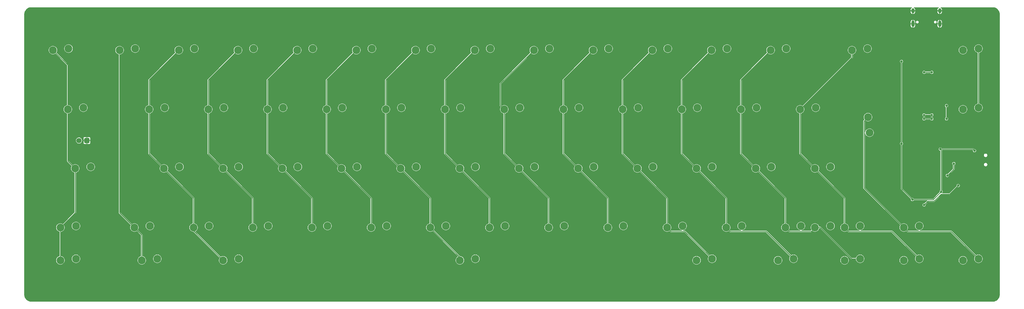
<source format=gbr>
G04 #@! TF.GenerationSoftware,KiCad,Pcbnew,5.1.5*
G04 #@! TF.CreationDate,2020-01-22T21:44:28+00:00*
G04 #@! TF.ProjectId,borsdorf,626f7273-646f-4726-962e-6b696361645f,rev?*
G04 #@! TF.SameCoordinates,Original*
G04 #@! TF.FileFunction,Copper,L1,Top*
G04 #@! TF.FilePolarity,Positive*
%FSLAX46Y46*%
G04 Gerber Fmt 4.6, Leading zero omitted, Abs format (unit mm)*
G04 Created by KiCad (PCBNEW 5.1.5) date 2020-01-22 21:44:28*
%MOMM*%
%LPD*%
G04 APERTURE LIST*
%ADD10C,2.500000*%
%ADD11O,1.000000X2.100000*%
%ADD12O,1.000000X1.600000*%
%ADD13C,0.100000*%
%ADD14C,1.700000*%
%ADD15C,0.800000*%
%ADD16C,0.250000*%
%ADD17C,0.127000*%
G04 APERTURE END LIST*
D10*
X78700000Y-119325000D03*
X73700000Y-119825000D03*
X266818750Y-108775000D03*
X261818750Y-109275000D03*
X338018750Y-52125000D03*
X343018750Y-51625000D03*
D11*
X321911524Y-43606597D03*
X330551524Y-43606597D03*
D12*
X321911524Y-39426597D03*
X330551524Y-39426597D03*
D10*
X45125000Y-52125000D03*
X50125000Y-51625000D03*
X71556250Y-51625000D03*
X66556250Y-52125000D03*
X85606250Y-52125000D03*
X90606250Y-51625000D03*
X109656250Y-51625000D03*
X104656250Y-52125000D03*
X123706250Y-52125000D03*
X128706250Y-51625000D03*
X147756250Y-51625000D03*
X142756250Y-52125000D03*
X166806250Y-51625000D03*
X161806250Y-52125000D03*
X180856250Y-52125000D03*
X185856250Y-51625000D03*
X199906250Y-52125000D03*
X204906250Y-51625000D03*
X223956250Y-51625000D03*
X218956250Y-52125000D03*
X238006250Y-52125000D03*
X243006250Y-51625000D03*
X262056250Y-51625000D03*
X257056250Y-52125000D03*
X276106250Y-52125000D03*
X281106250Y-51625000D03*
X307300000Y-51625000D03*
X302300000Y-52125000D03*
X49887500Y-71175000D03*
X54887500Y-70675000D03*
X81081250Y-70675000D03*
X76081250Y-71175000D03*
X100131250Y-70675000D03*
X95131250Y-71175000D03*
X119181250Y-70675000D03*
X114181250Y-71175000D03*
X133231250Y-71175000D03*
X138231250Y-70675000D03*
X157281250Y-70675000D03*
X152281250Y-71175000D03*
X176331250Y-70675000D03*
X171331250Y-71175000D03*
X190381250Y-71175000D03*
X195381250Y-70675000D03*
X214431250Y-70675000D03*
X209431250Y-71175000D03*
X228481250Y-71175000D03*
X233481250Y-70675000D03*
X247531250Y-71175000D03*
X252531250Y-70675000D03*
X266581250Y-71175000D03*
X271581250Y-70675000D03*
X285631250Y-71175000D03*
X290631250Y-70675000D03*
X85843750Y-89725000D03*
X80843750Y-90225000D03*
X99893750Y-90225000D03*
X104893750Y-89725000D03*
X123943750Y-89725000D03*
X118943750Y-90225000D03*
X137993750Y-90225000D03*
X142993750Y-89725000D03*
X157043750Y-90225000D03*
X162043750Y-89725000D03*
X181093750Y-89725000D03*
X176093750Y-90225000D03*
X195143750Y-90225000D03*
X200143750Y-89725000D03*
X219193750Y-89725000D03*
X214193750Y-90225000D03*
X238243750Y-89725000D03*
X233243750Y-90225000D03*
X257293750Y-89725000D03*
X252293750Y-90225000D03*
X276343750Y-89725000D03*
X271343750Y-90225000D03*
X52506250Y-108775000D03*
X47506250Y-109275000D03*
X76318750Y-108775000D03*
X71318750Y-109275000D03*
X95368750Y-108775000D03*
X90368750Y-109275000D03*
X109418750Y-109275000D03*
X114418750Y-108775000D03*
X133468750Y-108775000D03*
X128468750Y-109275000D03*
X147518750Y-109275000D03*
X152518750Y-108775000D03*
X171568750Y-108775000D03*
X166568750Y-109275000D03*
X190618750Y-108775000D03*
X185618750Y-109275000D03*
X204668750Y-109275000D03*
X209668750Y-108775000D03*
X228718750Y-108775000D03*
X223718750Y-109275000D03*
X247768750Y-108775000D03*
X242768750Y-109275000D03*
X304918750Y-108775000D03*
X299918750Y-109275000D03*
X52506250Y-119325000D03*
X47506250Y-119825000D03*
X104893750Y-119325000D03*
X99893750Y-119825000D03*
X181093750Y-119325000D03*
X176093750Y-119825000D03*
X252293750Y-119825000D03*
X257293750Y-119325000D03*
X283487500Y-119325000D03*
X278487500Y-119825000D03*
X304918750Y-119325000D03*
X299918750Y-119825000D03*
X323968750Y-119325000D03*
X318968750Y-119825000D03*
X343018750Y-70675000D03*
X338018750Y-71175000D03*
X295393750Y-108775000D03*
X290393750Y-109275000D03*
X318968750Y-109275000D03*
X323968750Y-108775000D03*
X338018750Y-119825000D03*
X343018750Y-119325000D03*
X290393750Y-90225000D03*
X295393750Y-89725000D03*
X57268750Y-89725000D03*
X52268750Y-90225000D03*
G04 #@! TA.AperFunction,ComponentPad*
D13*
G36*
X56505407Y-80377046D02*
G01*
X56546663Y-80383166D01*
X56587121Y-80393300D01*
X56626390Y-80407351D01*
X56664094Y-80425183D01*
X56699867Y-80446625D01*
X56733367Y-80471471D01*
X56764270Y-80499480D01*
X56792279Y-80530383D01*
X56817125Y-80563883D01*
X56838567Y-80599656D01*
X56856399Y-80637360D01*
X56870450Y-80676629D01*
X56880584Y-80717087D01*
X56886704Y-80758343D01*
X56888750Y-80800000D01*
X56888750Y-81650000D01*
X56886704Y-81691657D01*
X56880584Y-81732913D01*
X56870450Y-81773371D01*
X56856399Y-81812640D01*
X56838567Y-81850344D01*
X56817125Y-81886117D01*
X56792279Y-81919617D01*
X56764270Y-81950520D01*
X56733367Y-81978529D01*
X56699867Y-82003375D01*
X56664094Y-82024817D01*
X56626390Y-82042649D01*
X56587121Y-82056700D01*
X56546663Y-82066834D01*
X56505407Y-82072954D01*
X56463750Y-82075000D01*
X55613750Y-82075000D01*
X55572093Y-82072954D01*
X55530837Y-82066834D01*
X55490379Y-82056700D01*
X55451110Y-82042649D01*
X55413406Y-82024817D01*
X55377633Y-82003375D01*
X55344133Y-81978529D01*
X55313230Y-81950520D01*
X55285221Y-81919617D01*
X55260375Y-81886117D01*
X55238933Y-81850344D01*
X55221101Y-81812640D01*
X55207050Y-81773371D01*
X55196916Y-81732913D01*
X55190796Y-81691657D01*
X55188750Y-81650000D01*
X55188750Y-80800000D01*
X55190796Y-80758343D01*
X55196916Y-80717087D01*
X55207050Y-80676629D01*
X55221101Y-80637360D01*
X55238933Y-80599656D01*
X55260375Y-80563883D01*
X55285221Y-80530383D01*
X55313230Y-80499480D01*
X55344133Y-80471471D01*
X55377633Y-80446625D01*
X55413406Y-80425183D01*
X55451110Y-80407351D01*
X55490379Y-80393300D01*
X55530837Y-80383166D01*
X55572093Y-80377046D01*
X55613750Y-80375000D01*
X56463750Y-80375000D01*
X56505407Y-80377046D01*
G37*
G04 #@! TD.AperFunction*
D14*
X53498750Y-81225000D03*
D10*
X307443750Y-73700000D03*
X307943750Y-78700000D03*
X285868750Y-108775000D03*
X280868750Y-109275000D03*
D15*
X318250000Y-82249942D03*
X321750000Y-100250000D03*
X331000000Y-97750000D03*
X330750000Y-84000000D03*
X318250000Y-55750000D03*
X341750000Y-84500000D03*
X325500000Y-102000000D03*
X336500000Y-95750000D03*
X328000000Y-59250000D03*
X325500000Y-59250000D03*
X332750000Y-74250000D03*
X332750000Y-70000010D03*
X328000000Y-74250000D03*
X325500000Y-74250000D03*
X325499992Y-72999984D03*
X328000000Y-73000000D03*
X333000000Y-92500000D03*
X335086034Y-88663966D03*
D16*
X318250000Y-82249942D02*
X318250000Y-96750000D01*
X318250000Y-96750000D02*
X321750000Y-100250000D01*
X321750000Y-100250000D02*
X328500000Y-100250000D01*
X328500000Y-100250000D02*
X331000000Y-97750000D01*
X331000000Y-97750000D02*
X331000000Y-84250000D01*
X331000000Y-84250000D02*
X330750000Y-84000000D01*
X318250000Y-55750000D02*
X318250000Y-82249942D01*
X330750000Y-84000000D02*
X341250000Y-84000000D01*
X341250000Y-84000000D02*
X341750000Y-84500000D01*
X326750000Y-100750000D02*
X328750000Y-100750000D01*
X325500000Y-102000000D02*
X326750000Y-100750000D01*
X328750000Y-100750000D02*
X330500000Y-99000000D01*
X330500000Y-99000000D02*
X331000000Y-98500000D01*
X331000000Y-98500000D02*
X333750000Y-98500000D01*
X333750000Y-98500000D02*
X336500000Y-95750000D01*
X328000000Y-59250000D02*
X325500000Y-59250000D01*
X332750000Y-74250000D02*
X332750000Y-70000010D01*
X328000000Y-74250000D02*
X325500000Y-74250000D01*
X49887500Y-56887500D02*
X49887500Y-71175000D01*
X45125000Y-52125000D02*
X49887500Y-56887500D01*
X52268750Y-104512500D02*
X52268750Y-90225000D01*
X47506250Y-109275000D02*
X52268750Y-104512500D01*
X49887500Y-87843750D02*
X52268750Y-90225000D01*
X49887500Y-71175000D02*
X49887500Y-87843750D01*
X47506250Y-109275000D02*
X47506250Y-119825000D01*
X66556250Y-104512500D02*
X71318750Y-109275000D01*
X66556250Y-52125000D02*
X66556250Y-104512500D01*
X73700000Y-111656250D02*
X71318750Y-109275000D01*
X73700000Y-119825000D02*
X73700000Y-111656250D01*
X90368750Y-99750000D02*
X80843750Y-90225000D01*
X90368750Y-109275000D02*
X90368750Y-99750000D01*
X76081250Y-61650000D02*
X85606250Y-52125000D01*
X76081250Y-71175000D02*
X76081250Y-61650000D01*
X76081250Y-85462500D02*
X80843750Y-90225000D01*
X76081250Y-71175000D02*
X76081250Y-85462500D01*
X90368750Y-110300000D02*
X90368750Y-109275000D01*
X99893750Y-119825000D02*
X90368750Y-110300000D01*
X109418750Y-99750000D02*
X99893750Y-90225000D01*
X109418750Y-109275000D02*
X109418750Y-99750000D01*
X95131250Y-61650000D02*
X104656250Y-52125000D01*
X95131250Y-71175000D02*
X95131250Y-61650000D01*
X95131250Y-85462500D02*
X99893750Y-90225000D01*
X95131250Y-71175000D02*
X95131250Y-85462500D01*
X128468750Y-99750000D02*
X118943750Y-90225000D01*
X128468750Y-109275000D02*
X128468750Y-99750000D01*
X114181250Y-85462500D02*
X118943750Y-90225000D01*
X114181250Y-71175000D02*
X114181250Y-85462500D01*
X114181250Y-61650000D02*
X123706250Y-52125000D01*
X114181250Y-71175000D02*
X114181250Y-61650000D01*
X147518750Y-99750000D02*
X137993750Y-90225000D01*
X147518750Y-109275000D02*
X147518750Y-99750000D01*
X133231250Y-61650000D02*
X142756250Y-52125000D01*
X133231250Y-71175000D02*
X133231250Y-61650000D01*
X133231250Y-85462500D02*
X137993750Y-90225000D01*
X133231250Y-71175000D02*
X133231250Y-85462500D01*
X166568750Y-99750000D02*
X157043750Y-90225000D01*
X166568750Y-109275000D02*
X166568750Y-99750000D01*
X152281250Y-85462500D02*
X157043750Y-90225000D01*
X152281250Y-71175000D02*
X152281250Y-85462500D01*
X152281250Y-61650000D02*
X161806250Y-52125000D01*
X152281250Y-71175000D02*
X152281250Y-61650000D01*
X176093750Y-118800000D02*
X176093750Y-119825000D01*
X166568750Y-109275000D02*
X176093750Y-118800000D01*
X185618750Y-99750000D02*
X176093750Y-90225000D01*
X185618750Y-109275000D02*
X185618750Y-99750000D01*
X171331250Y-61650000D02*
X180856250Y-52125000D01*
X171331250Y-71175000D02*
X171331250Y-61650000D01*
X171331250Y-85462500D02*
X176093750Y-90225000D01*
X171331250Y-71175000D02*
X171331250Y-85462500D01*
X204668750Y-99750000D02*
X195143750Y-90225000D01*
X204668750Y-109275000D02*
X204668750Y-99750000D01*
X190381250Y-85462500D02*
X195143750Y-90225000D01*
X190381250Y-71175000D02*
X190381250Y-85462500D01*
X198656251Y-53374999D02*
X199906250Y-52125000D01*
X189131251Y-62899999D02*
X198656251Y-53374999D01*
X189131251Y-69925001D02*
X189131251Y-62899999D01*
X190381250Y-71175000D02*
X189131251Y-69925001D01*
X223718750Y-99750000D02*
X214193750Y-90225000D01*
X223718750Y-109275000D02*
X223718750Y-99750000D01*
X209431250Y-61650000D02*
X218956250Y-52125000D01*
X209431250Y-71175000D02*
X209431250Y-61650000D01*
X209431250Y-85462500D02*
X214193750Y-90225000D01*
X209431250Y-71175000D02*
X209431250Y-85462500D01*
X242768750Y-99750000D02*
X233243750Y-90225000D01*
X242768750Y-109275000D02*
X242768750Y-99750000D01*
X228481250Y-61650000D02*
X238006250Y-52125000D01*
X228481250Y-71175000D02*
X228481250Y-61650000D01*
X228481250Y-85462500D02*
X233243750Y-90225000D01*
X228481250Y-71175000D02*
X228481250Y-85462500D01*
X256043751Y-118075001D02*
X257293750Y-119325000D01*
X248493749Y-110524999D02*
X256043751Y-118075001D01*
X244018749Y-110524999D02*
X248493749Y-110524999D01*
X242768750Y-109275000D02*
X244018749Y-110524999D01*
X261818750Y-99750000D02*
X252293750Y-90225000D01*
X261818750Y-109275000D02*
X261818750Y-99750000D01*
X247531250Y-61650000D02*
X257056250Y-52125000D01*
X247531250Y-71175000D02*
X247531250Y-61650000D01*
X247531250Y-85462500D02*
X252293750Y-90225000D01*
X247531250Y-71175000D02*
X247531250Y-85462500D01*
X274687499Y-110524999D02*
X282237501Y-118075001D01*
X282237501Y-118075001D02*
X283487500Y-119325000D01*
X263068749Y-110524999D02*
X274687499Y-110524999D01*
X261818750Y-109275000D02*
X263068749Y-110524999D01*
X266581250Y-61650000D02*
X276106250Y-52125000D01*
X266581250Y-71175000D02*
X266581250Y-61650000D01*
X266581250Y-85462500D02*
X271343750Y-90225000D01*
X266581250Y-71175000D02*
X266581250Y-85462500D01*
X280868750Y-99750000D02*
X271343750Y-90225000D01*
X280868750Y-109275000D02*
X280868750Y-99750000D01*
X282118749Y-110524999D02*
X280868750Y-109275000D01*
X289143751Y-110524999D02*
X282118749Y-110524999D01*
X290393750Y-109275000D02*
X289143751Y-110524999D01*
X303150984Y-119325000D02*
X304918750Y-119325000D01*
X302211516Y-119325000D02*
X303150984Y-119325000D01*
X292161516Y-109275000D02*
X302211516Y-119325000D01*
X290393750Y-109275000D02*
X292161516Y-109275000D01*
X302300000Y-54506250D02*
X285631250Y-71175000D01*
X302300000Y-52125000D02*
X302300000Y-54506250D01*
X285631250Y-85462500D02*
X290393750Y-90225000D01*
X285631250Y-71175000D02*
X285631250Y-85462500D01*
X299918750Y-99750000D02*
X290393750Y-90225000D01*
X299918750Y-109275000D02*
X299918750Y-99750000D01*
X322718751Y-118075001D02*
X323968750Y-119325000D01*
X315168749Y-110524999D02*
X322718751Y-118075001D01*
X301168749Y-110524999D02*
X315168749Y-110524999D01*
X299918750Y-109275000D02*
X301168749Y-110524999D01*
X343018750Y-53392766D02*
X343018750Y-70675000D01*
X343018750Y-51625000D02*
X343018750Y-53392766D01*
X341768751Y-118075001D02*
X343018750Y-119325000D01*
X334218749Y-110524999D02*
X341768751Y-118075001D01*
X320218749Y-110524999D02*
X334218749Y-110524999D01*
X318968750Y-109275000D02*
X320218749Y-110524999D01*
X325499992Y-72999984D02*
X327999984Y-72999984D01*
X327999984Y-72999984D02*
X328000000Y-73000000D01*
X306193751Y-96500001D02*
X317718751Y-108025001D01*
X317718751Y-108025001D02*
X318968750Y-109275000D01*
X306193751Y-74949999D02*
X306193751Y-96500001D01*
X307443750Y-73700000D02*
X306193751Y-74949999D01*
X335086034Y-90413966D02*
X333000000Y-92500000D01*
X335086034Y-88663966D02*
X335086034Y-90413966D01*
D17*
G36*
X321510143Y-38411592D02*
G01*
X321378365Y-38503636D01*
X321267076Y-38619620D01*
X321180553Y-38755087D01*
X321122120Y-38904831D01*
X321094024Y-39063097D01*
X321094024Y-39363097D01*
X321848024Y-39363097D01*
X321848024Y-39343097D01*
X321975024Y-39343097D01*
X321975024Y-39363097D01*
X322729024Y-39363097D01*
X322729024Y-39063097D01*
X322700928Y-38904831D01*
X322642495Y-38755087D01*
X322555972Y-38619620D01*
X322444683Y-38503636D01*
X322312905Y-38411592D01*
X322207822Y-38365500D01*
X330255226Y-38365500D01*
X330150143Y-38411592D01*
X330018365Y-38503636D01*
X329907076Y-38619620D01*
X329820553Y-38755087D01*
X329762120Y-38904831D01*
X329734024Y-39063097D01*
X329734024Y-39363097D01*
X330488024Y-39363097D01*
X330488024Y-39343097D01*
X330615024Y-39343097D01*
X330615024Y-39363097D01*
X331369024Y-39363097D01*
X331369024Y-39063097D01*
X331340928Y-38904831D01*
X331282495Y-38755087D01*
X331195972Y-38619620D01*
X331084683Y-38503636D01*
X330952905Y-38411592D01*
X330847822Y-38365500D01*
X347649514Y-38365500D01*
X348073207Y-38407044D01*
X348468263Y-38526318D01*
X348832638Y-38720060D01*
X349152434Y-38980881D01*
X349415481Y-39298851D01*
X349611759Y-39661860D01*
X349733789Y-40056072D01*
X349778241Y-40479010D01*
X349778250Y-40481603D01*
X349778251Y-130955754D01*
X349736706Y-131379456D01*
X349617432Y-131774513D01*
X349423694Y-132138883D01*
X349162871Y-132458682D01*
X348844902Y-132721730D01*
X348481890Y-132918009D01*
X348087678Y-133040039D01*
X347664740Y-133084491D01*
X347662147Y-133084500D01*
X38112986Y-133084500D01*
X37689294Y-133042956D01*
X37294237Y-132923682D01*
X36929867Y-132729944D01*
X36610068Y-132469121D01*
X36347020Y-132151152D01*
X36150741Y-131788140D01*
X36028711Y-131393928D01*
X35984259Y-130970990D01*
X35984250Y-130968397D01*
X35984250Y-51983123D01*
X43684500Y-51983123D01*
X43684500Y-52266877D01*
X43739858Y-52545178D01*
X43848445Y-52807333D01*
X44006091Y-53043265D01*
X44206735Y-53243909D01*
X44442667Y-53401555D01*
X44704822Y-53510142D01*
X44983123Y-53565500D01*
X45266877Y-53565500D01*
X45545178Y-53510142D01*
X45807333Y-53401555D01*
X45896075Y-53342259D01*
X49572000Y-57018185D01*
X49572001Y-69769036D01*
X49467322Y-69789858D01*
X49205167Y-69898445D01*
X48969235Y-70056091D01*
X48768591Y-70256735D01*
X48610945Y-70492667D01*
X48502358Y-70754822D01*
X48447000Y-71033123D01*
X48447000Y-71316877D01*
X48502358Y-71595178D01*
X48610945Y-71857333D01*
X48768591Y-72093265D01*
X48969235Y-72293909D01*
X49205167Y-72451555D01*
X49467322Y-72560142D01*
X49572000Y-72580964D01*
X49572001Y-87828258D01*
X49570475Y-87843750D01*
X49576567Y-87905598D01*
X49594606Y-87965070D01*
X49594607Y-87965071D01*
X49623904Y-88019880D01*
X49663330Y-88067921D01*
X49675364Y-88077797D01*
X51051491Y-89453925D01*
X50992195Y-89542667D01*
X50883608Y-89804822D01*
X50828250Y-90083123D01*
X50828250Y-90366877D01*
X50883608Y-90645178D01*
X50992195Y-90907333D01*
X51149841Y-91143265D01*
X51350485Y-91343909D01*
X51586417Y-91501555D01*
X51848572Y-91610142D01*
X51953251Y-91630964D01*
X51953250Y-104381815D01*
X48277325Y-108057741D01*
X48188583Y-107998445D01*
X47926428Y-107889858D01*
X47648127Y-107834500D01*
X47364373Y-107834500D01*
X47086072Y-107889858D01*
X46823917Y-107998445D01*
X46587985Y-108156091D01*
X46387341Y-108356735D01*
X46229695Y-108592667D01*
X46121108Y-108854822D01*
X46065750Y-109133123D01*
X46065750Y-109416877D01*
X46121108Y-109695178D01*
X46229695Y-109957333D01*
X46387341Y-110193265D01*
X46587985Y-110393909D01*
X46823917Y-110551555D01*
X47086072Y-110660142D01*
X47190750Y-110680964D01*
X47190751Y-118419036D01*
X47086072Y-118439858D01*
X46823917Y-118548445D01*
X46587985Y-118706091D01*
X46387341Y-118906735D01*
X46229695Y-119142667D01*
X46121108Y-119404822D01*
X46065750Y-119683123D01*
X46065750Y-119966877D01*
X46121108Y-120245178D01*
X46229695Y-120507333D01*
X46387341Y-120743265D01*
X46587985Y-120943909D01*
X46823917Y-121101555D01*
X47086072Y-121210142D01*
X47364373Y-121265500D01*
X47648127Y-121265500D01*
X47926428Y-121210142D01*
X48188583Y-121101555D01*
X48424515Y-120943909D01*
X48625159Y-120743265D01*
X48782805Y-120507333D01*
X48891392Y-120245178D01*
X48946750Y-119966877D01*
X48946750Y-119683123D01*
X48891392Y-119404822D01*
X48799563Y-119183123D01*
X51065750Y-119183123D01*
X51065750Y-119466877D01*
X51121108Y-119745178D01*
X51229695Y-120007333D01*
X51387341Y-120243265D01*
X51587985Y-120443909D01*
X51823917Y-120601555D01*
X52086072Y-120710142D01*
X52364373Y-120765500D01*
X52648127Y-120765500D01*
X52926428Y-120710142D01*
X53188583Y-120601555D01*
X53424515Y-120443909D01*
X53625159Y-120243265D01*
X53782805Y-120007333D01*
X53891392Y-119745178D01*
X53946750Y-119466877D01*
X53946750Y-119183123D01*
X53891392Y-118904822D01*
X53782805Y-118642667D01*
X53625159Y-118406735D01*
X53424515Y-118206091D01*
X53188583Y-118048445D01*
X52926428Y-117939858D01*
X52648127Y-117884500D01*
X52364373Y-117884500D01*
X52086072Y-117939858D01*
X51823917Y-118048445D01*
X51587985Y-118206091D01*
X51387341Y-118406735D01*
X51229695Y-118642667D01*
X51121108Y-118904822D01*
X51065750Y-119183123D01*
X48799563Y-119183123D01*
X48782805Y-119142667D01*
X48625159Y-118906735D01*
X48424515Y-118706091D01*
X48188583Y-118548445D01*
X47926428Y-118439858D01*
X47821750Y-118419036D01*
X47821750Y-110680964D01*
X47926428Y-110660142D01*
X48188583Y-110551555D01*
X48424515Y-110393909D01*
X48625159Y-110193265D01*
X48782805Y-109957333D01*
X48891392Y-109695178D01*
X48946750Y-109416877D01*
X48946750Y-109133123D01*
X48891392Y-108854822D01*
X48799563Y-108633123D01*
X51065750Y-108633123D01*
X51065750Y-108916877D01*
X51121108Y-109195178D01*
X51229695Y-109457333D01*
X51387341Y-109693265D01*
X51587985Y-109893909D01*
X51823917Y-110051555D01*
X52086072Y-110160142D01*
X52364373Y-110215500D01*
X52648127Y-110215500D01*
X52926428Y-110160142D01*
X53188583Y-110051555D01*
X53424515Y-109893909D01*
X53625159Y-109693265D01*
X53782805Y-109457333D01*
X53891392Y-109195178D01*
X53946750Y-108916877D01*
X53946750Y-108633123D01*
X53891392Y-108354822D01*
X53782805Y-108092667D01*
X53625159Y-107856735D01*
X53424515Y-107656091D01*
X53188583Y-107498445D01*
X52926428Y-107389858D01*
X52648127Y-107334500D01*
X52364373Y-107334500D01*
X52086072Y-107389858D01*
X51823917Y-107498445D01*
X51587985Y-107656091D01*
X51387341Y-107856735D01*
X51229695Y-108092667D01*
X51121108Y-108354822D01*
X51065750Y-108633123D01*
X48799563Y-108633123D01*
X48782805Y-108592667D01*
X48723509Y-108503925D01*
X52480894Y-104746541D01*
X52492921Y-104736671D01*
X52502792Y-104724643D01*
X52502797Y-104724638D01*
X52532347Y-104688630D01*
X52561644Y-104633821D01*
X52561644Y-104633820D01*
X52579684Y-104574349D01*
X52584250Y-104527993D01*
X52584250Y-104527983D01*
X52585775Y-104512501D01*
X52584250Y-104497018D01*
X52584250Y-91630964D01*
X52688928Y-91610142D01*
X52951083Y-91501555D01*
X53187015Y-91343909D01*
X53387659Y-91143265D01*
X53545305Y-90907333D01*
X53653892Y-90645178D01*
X53709250Y-90366877D01*
X53709250Y-90083123D01*
X53653892Y-89804822D01*
X53562063Y-89583123D01*
X55828250Y-89583123D01*
X55828250Y-89866877D01*
X55883608Y-90145178D01*
X55992195Y-90407333D01*
X56149841Y-90643265D01*
X56350485Y-90843909D01*
X56586417Y-91001555D01*
X56848572Y-91110142D01*
X57126873Y-91165500D01*
X57410627Y-91165500D01*
X57688928Y-91110142D01*
X57951083Y-91001555D01*
X58187015Y-90843909D01*
X58387659Y-90643265D01*
X58545305Y-90407333D01*
X58653892Y-90145178D01*
X58709250Y-89866877D01*
X58709250Y-89583123D01*
X58653892Y-89304822D01*
X58545305Y-89042667D01*
X58387659Y-88806735D01*
X58187015Y-88606091D01*
X57951083Y-88448445D01*
X57688928Y-88339858D01*
X57410627Y-88284500D01*
X57126873Y-88284500D01*
X56848572Y-88339858D01*
X56586417Y-88448445D01*
X56350485Y-88606091D01*
X56149841Y-88806735D01*
X55992195Y-89042667D01*
X55883608Y-89304822D01*
X55828250Y-89583123D01*
X53562063Y-89583123D01*
X53545305Y-89542667D01*
X53387659Y-89306735D01*
X53187015Y-89106091D01*
X52951083Y-88948445D01*
X52688928Y-88839858D01*
X52410627Y-88784500D01*
X52126873Y-88784500D01*
X51848572Y-88839858D01*
X51586417Y-88948445D01*
X51497675Y-89007741D01*
X50203000Y-87713067D01*
X50203000Y-81122520D01*
X52458250Y-81122520D01*
X52458250Y-81327480D01*
X52498235Y-81528503D01*
X52576670Y-81717862D01*
X52690541Y-81888280D01*
X52835470Y-82033209D01*
X53005888Y-82147080D01*
X53195247Y-82225515D01*
X53396270Y-82265500D01*
X53601230Y-82265500D01*
X53802253Y-82225515D01*
X53991612Y-82147080D01*
X54099486Y-82075000D01*
X54869714Y-82075000D01*
X54875844Y-82137241D01*
X54893999Y-82197090D01*
X54923481Y-82252247D01*
X54963157Y-82300593D01*
X55011503Y-82340269D01*
X55066660Y-82369751D01*
X55126509Y-82387906D01*
X55188750Y-82394036D01*
X55895875Y-82392500D01*
X55975250Y-82313125D01*
X55975250Y-81288500D01*
X56102250Y-81288500D01*
X56102250Y-82313125D01*
X56181625Y-82392500D01*
X56888750Y-82394036D01*
X56950991Y-82387906D01*
X57010840Y-82369751D01*
X57065997Y-82340269D01*
X57114343Y-82300593D01*
X57154019Y-82252247D01*
X57183501Y-82197090D01*
X57201656Y-82137241D01*
X57207786Y-82075000D01*
X57206250Y-81367875D01*
X57126875Y-81288500D01*
X56102250Y-81288500D01*
X55975250Y-81288500D01*
X54950625Y-81288500D01*
X54871250Y-81367875D01*
X54869714Y-82075000D01*
X54099486Y-82075000D01*
X54162030Y-82033209D01*
X54306959Y-81888280D01*
X54420830Y-81717862D01*
X54499265Y-81528503D01*
X54539250Y-81327480D01*
X54539250Y-81122520D01*
X54499265Y-80921497D01*
X54420830Y-80732138D01*
X54306959Y-80561720D01*
X54162030Y-80416791D01*
X54099487Y-80375000D01*
X54869714Y-80375000D01*
X54871250Y-81082125D01*
X54950625Y-81161500D01*
X55975250Y-81161500D01*
X55975250Y-80136875D01*
X56102250Y-80136875D01*
X56102250Y-81161500D01*
X57126875Y-81161500D01*
X57206250Y-81082125D01*
X57207786Y-80375000D01*
X57201656Y-80312759D01*
X57183501Y-80252910D01*
X57154019Y-80197753D01*
X57114343Y-80149407D01*
X57065997Y-80109731D01*
X57010840Y-80080249D01*
X56950991Y-80062094D01*
X56888750Y-80055964D01*
X56181625Y-80057500D01*
X56102250Y-80136875D01*
X55975250Y-80136875D01*
X55895875Y-80057500D01*
X55188750Y-80055964D01*
X55126509Y-80062094D01*
X55066660Y-80080249D01*
X55011503Y-80109731D01*
X54963157Y-80149407D01*
X54923481Y-80197753D01*
X54893999Y-80252910D01*
X54875844Y-80312759D01*
X54869714Y-80375000D01*
X54099487Y-80375000D01*
X53991612Y-80302920D01*
X53802253Y-80224485D01*
X53601230Y-80184500D01*
X53396270Y-80184500D01*
X53195247Y-80224485D01*
X53005888Y-80302920D01*
X52835470Y-80416791D01*
X52690541Y-80561720D01*
X52576670Y-80732138D01*
X52498235Y-80921497D01*
X52458250Y-81122520D01*
X50203000Y-81122520D01*
X50203000Y-72580964D01*
X50307678Y-72560142D01*
X50569833Y-72451555D01*
X50805765Y-72293909D01*
X51006409Y-72093265D01*
X51164055Y-71857333D01*
X51272642Y-71595178D01*
X51328000Y-71316877D01*
X51328000Y-71033123D01*
X51272642Y-70754822D01*
X51180813Y-70533123D01*
X53447000Y-70533123D01*
X53447000Y-70816877D01*
X53502358Y-71095178D01*
X53610945Y-71357333D01*
X53768591Y-71593265D01*
X53969235Y-71793909D01*
X54205167Y-71951555D01*
X54467322Y-72060142D01*
X54745623Y-72115500D01*
X55029377Y-72115500D01*
X55307678Y-72060142D01*
X55569833Y-71951555D01*
X55805765Y-71793909D01*
X56006409Y-71593265D01*
X56164055Y-71357333D01*
X56272642Y-71095178D01*
X56328000Y-70816877D01*
X56328000Y-70533123D01*
X56272642Y-70254822D01*
X56164055Y-69992667D01*
X56006409Y-69756735D01*
X55805765Y-69556091D01*
X55569833Y-69398445D01*
X55307678Y-69289858D01*
X55029377Y-69234500D01*
X54745623Y-69234500D01*
X54467322Y-69289858D01*
X54205167Y-69398445D01*
X53969235Y-69556091D01*
X53768591Y-69756735D01*
X53610945Y-69992667D01*
X53502358Y-70254822D01*
X53447000Y-70533123D01*
X51180813Y-70533123D01*
X51164055Y-70492667D01*
X51006409Y-70256735D01*
X50805765Y-70056091D01*
X50569833Y-69898445D01*
X50307678Y-69789858D01*
X50203000Y-69769036D01*
X50203000Y-56902982D01*
X50204525Y-56887499D01*
X50203000Y-56872017D01*
X50203000Y-56872007D01*
X50198434Y-56825651D01*
X50180394Y-56766179D01*
X50151097Y-56711370D01*
X50121547Y-56675362D01*
X50121542Y-56675357D01*
X50111671Y-56663329D01*
X50099644Y-56653459D01*
X46342259Y-52896075D01*
X46401555Y-52807333D01*
X46510142Y-52545178D01*
X46565500Y-52266877D01*
X46565500Y-51983123D01*
X46510142Y-51704822D01*
X46418313Y-51483123D01*
X48684500Y-51483123D01*
X48684500Y-51766877D01*
X48739858Y-52045178D01*
X48848445Y-52307333D01*
X49006091Y-52543265D01*
X49206735Y-52743909D01*
X49442667Y-52901555D01*
X49704822Y-53010142D01*
X49983123Y-53065500D01*
X50266877Y-53065500D01*
X50545178Y-53010142D01*
X50807333Y-52901555D01*
X51043265Y-52743909D01*
X51243909Y-52543265D01*
X51401555Y-52307333D01*
X51510142Y-52045178D01*
X51522485Y-51983123D01*
X65115750Y-51983123D01*
X65115750Y-52266877D01*
X65171108Y-52545178D01*
X65279695Y-52807333D01*
X65437341Y-53043265D01*
X65637985Y-53243909D01*
X65873917Y-53401555D01*
X66136072Y-53510142D01*
X66240750Y-53530964D01*
X66240751Y-104497008D01*
X66239225Y-104512500D01*
X66245317Y-104574348D01*
X66263356Y-104633820D01*
X66263357Y-104633821D01*
X66292654Y-104688630D01*
X66332080Y-104736671D01*
X66344114Y-104746547D01*
X70101491Y-108503925D01*
X70042195Y-108592667D01*
X69933608Y-108854822D01*
X69878250Y-109133123D01*
X69878250Y-109416877D01*
X69933608Y-109695178D01*
X70042195Y-109957333D01*
X70199841Y-110193265D01*
X70400485Y-110393909D01*
X70636417Y-110551555D01*
X70898572Y-110660142D01*
X71176873Y-110715500D01*
X71460627Y-110715500D01*
X71738928Y-110660142D01*
X72001083Y-110551555D01*
X72089825Y-110492259D01*
X73384501Y-111786936D01*
X73384500Y-118419036D01*
X73279822Y-118439858D01*
X73017667Y-118548445D01*
X72781735Y-118706091D01*
X72581091Y-118906735D01*
X72423445Y-119142667D01*
X72314858Y-119404822D01*
X72259500Y-119683123D01*
X72259500Y-119966877D01*
X72314858Y-120245178D01*
X72423445Y-120507333D01*
X72581091Y-120743265D01*
X72781735Y-120943909D01*
X73017667Y-121101555D01*
X73279822Y-121210142D01*
X73558123Y-121265500D01*
X73841877Y-121265500D01*
X74120178Y-121210142D01*
X74382333Y-121101555D01*
X74618265Y-120943909D01*
X74818909Y-120743265D01*
X74976555Y-120507333D01*
X75085142Y-120245178D01*
X75140500Y-119966877D01*
X75140500Y-119683123D01*
X75085142Y-119404822D01*
X74993313Y-119183123D01*
X77259500Y-119183123D01*
X77259500Y-119466877D01*
X77314858Y-119745178D01*
X77423445Y-120007333D01*
X77581091Y-120243265D01*
X77781735Y-120443909D01*
X78017667Y-120601555D01*
X78279822Y-120710142D01*
X78558123Y-120765500D01*
X78841877Y-120765500D01*
X79120178Y-120710142D01*
X79382333Y-120601555D01*
X79618265Y-120443909D01*
X79818909Y-120243265D01*
X79976555Y-120007333D01*
X80085142Y-119745178D01*
X80140500Y-119466877D01*
X80140500Y-119183123D01*
X80085142Y-118904822D01*
X79976555Y-118642667D01*
X79818909Y-118406735D01*
X79618265Y-118206091D01*
X79382333Y-118048445D01*
X79120178Y-117939858D01*
X78841877Y-117884500D01*
X78558123Y-117884500D01*
X78279822Y-117939858D01*
X78017667Y-118048445D01*
X77781735Y-118206091D01*
X77581091Y-118406735D01*
X77423445Y-118642667D01*
X77314858Y-118904822D01*
X77259500Y-119183123D01*
X74993313Y-119183123D01*
X74976555Y-119142667D01*
X74818909Y-118906735D01*
X74618265Y-118706091D01*
X74382333Y-118548445D01*
X74120178Y-118439858D01*
X74015500Y-118419036D01*
X74015500Y-111671732D01*
X74017025Y-111656249D01*
X74015500Y-111640767D01*
X74015500Y-111640757D01*
X74010934Y-111594401D01*
X73992894Y-111534929D01*
X73963597Y-111480120D01*
X73934047Y-111444112D01*
X73934042Y-111444107D01*
X73924171Y-111432079D01*
X73912143Y-111422208D01*
X72536009Y-110046075D01*
X72595305Y-109957333D01*
X72703892Y-109695178D01*
X72759250Y-109416877D01*
X72759250Y-109133123D01*
X72703892Y-108854822D01*
X72612063Y-108633123D01*
X74878250Y-108633123D01*
X74878250Y-108916877D01*
X74933608Y-109195178D01*
X75042195Y-109457333D01*
X75199841Y-109693265D01*
X75400485Y-109893909D01*
X75636417Y-110051555D01*
X75898572Y-110160142D01*
X76176873Y-110215500D01*
X76460627Y-110215500D01*
X76738928Y-110160142D01*
X77001083Y-110051555D01*
X77237015Y-109893909D01*
X77437659Y-109693265D01*
X77595305Y-109457333D01*
X77703892Y-109195178D01*
X77759250Y-108916877D01*
X77759250Y-108633123D01*
X77703892Y-108354822D01*
X77595305Y-108092667D01*
X77437659Y-107856735D01*
X77237015Y-107656091D01*
X77001083Y-107498445D01*
X76738928Y-107389858D01*
X76460627Y-107334500D01*
X76176873Y-107334500D01*
X75898572Y-107389858D01*
X75636417Y-107498445D01*
X75400485Y-107656091D01*
X75199841Y-107856735D01*
X75042195Y-108092667D01*
X74933608Y-108354822D01*
X74878250Y-108633123D01*
X72612063Y-108633123D01*
X72595305Y-108592667D01*
X72437659Y-108356735D01*
X72237015Y-108156091D01*
X72001083Y-107998445D01*
X71738928Y-107889858D01*
X71460627Y-107834500D01*
X71176873Y-107834500D01*
X70898572Y-107889858D01*
X70636417Y-107998445D01*
X70547675Y-108057741D01*
X66871750Y-104381817D01*
X66871750Y-71033123D01*
X74640750Y-71033123D01*
X74640750Y-71316877D01*
X74696108Y-71595178D01*
X74804695Y-71857333D01*
X74962341Y-72093265D01*
X75162985Y-72293909D01*
X75398917Y-72451555D01*
X75661072Y-72560142D01*
X75765750Y-72580964D01*
X75765751Y-85447008D01*
X75764225Y-85462500D01*
X75770317Y-85524348D01*
X75788356Y-85583820D01*
X75788357Y-85583821D01*
X75817654Y-85638630D01*
X75857080Y-85686671D01*
X75869114Y-85696547D01*
X79626491Y-89453925D01*
X79567195Y-89542667D01*
X79458608Y-89804822D01*
X79403250Y-90083123D01*
X79403250Y-90366877D01*
X79458608Y-90645178D01*
X79567195Y-90907333D01*
X79724841Y-91143265D01*
X79925485Y-91343909D01*
X80161417Y-91501555D01*
X80423572Y-91610142D01*
X80701873Y-91665500D01*
X80985627Y-91665500D01*
X81263928Y-91610142D01*
X81526083Y-91501555D01*
X81614825Y-91442259D01*
X90053251Y-99880686D01*
X90053250Y-107869036D01*
X89948572Y-107889858D01*
X89686417Y-107998445D01*
X89450485Y-108156091D01*
X89249841Y-108356735D01*
X89092195Y-108592667D01*
X88983608Y-108854822D01*
X88928250Y-109133123D01*
X88928250Y-109416877D01*
X88983608Y-109695178D01*
X89092195Y-109957333D01*
X89249841Y-110193265D01*
X89450485Y-110393909D01*
X89686417Y-110551555D01*
X89948572Y-110660142D01*
X90226873Y-110715500D01*
X90338067Y-110715500D01*
X98676491Y-119053925D01*
X98617195Y-119142667D01*
X98508608Y-119404822D01*
X98453250Y-119683123D01*
X98453250Y-119966877D01*
X98508608Y-120245178D01*
X98617195Y-120507333D01*
X98774841Y-120743265D01*
X98975485Y-120943909D01*
X99211417Y-121101555D01*
X99473572Y-121210142D01*
X99751873Y-121265500D01*
X100035627Y-121265500D01*
X100313928Y-121210142D01*
X100576083Y-121101555D01*
X100812015Y-120943909D01*
X101012659Y-120743265D01*
X101170305Y-120507333D01*
X101278892Y-120245178D01*
X101334250Y-119966877D01*
X101334250Y-119683123D01*
X101278892Y-119404822D01*
X101187063Y-119183123D01*
X103453250Y-119183123D01*
X103453250Y-119466877D01*
X103508608Y-119745178D01*
X103617195Y-120007333D01*
X103774841Y-120243265D01*
X103975485Y-120443909D01*
X104211417Y-120601555D01*
X104473572Y-120710142D01*
X104751873Y-120765500D01*
X105035627Y-120765500D01*
X105313928Y-120710142D01*
X105576083Y-120601555D01*
X105812015Y-120443909D01*
X106012659Y-120243265D01*
X106170305Y-120007333D01*
X106278892Y-119745178D01*
X106334250Y-119466877D01*
X106334250Y-119183123D01*
X106278892Y-118904822D01*
X106170305Y-118642667D01*
X106012659Y-118406735D01*
X105812015Y-118206091D01*
X105576083Y-118048445D01*
X105313928Y-117939858D01*
X105035627Y-117884500D01*
X104751873Y-117884500D01*
X104473572Y-117939858D01*
X104211417Y-118048445D01*
X103975485Y-118206091D01*
X103774841Y-118406735D01*
X103617195Y-118642667D01*
X103508608Y-118904822D01*
X103453250Y-119183123D01*
X101187063Y-119183123D01*
X101170305Y-119142667D01*
X101012659Y-118906735D01*
X100812015Y-118706091D01*
X100576083Y-118548445D01*
X100313928Y-118439858D01*
X100035627Y-118384500D01*
X99751873Y-118384500D01*
X99473572Y-118439858D01*
X99211417Y-118548445D01*
X99122675Y-118607741D01*
X91060318Y-110545385D01*
X91287015Y-110393909D01*
X91487659Y-110193265D01*
X91645305Y-109957333D01*
X91753892Y-109695178D01*
X91809250Y-109416877D01*
X91809250Y-109133123D01*
X91753892Y-108854822D01*
X91662063Y-108633123D01*
X93928250Y-108633123D01*
X93928250Y-108916877D01*
X93983608Y-109195178D01*
X94092195Y-109457333D01*
X94249841Y-109693265D01*
X94450485Y-109893909D01*
X94686417Y-110051555D01*
X94948572Y-110160142D01*
X95226873Y-110215500D01*
X95510627Y-110215500D01*
X95788928Y-110160142D01*
X96051083Y-110051555D01*
X96287015Y-109893909D01*
X96487659Y-109693265D01*
X96645305Y-109457333D01*
X96753892Y-109195178D01*
X96809250Y-108916877D01*
X96809250Y-108633123D01*
X96753892Y-108354822D01*
X96645305Y-108092667D01*
X96487659Y-107856735D01*
X96287015Y-107656091D01*
X96051083Y-107498445D01*
X95788928Y-107389858D01*
X95510627Y-107334500D01*
X95226873Y-107334500D01*
X94948572Y-107389858D01*
X94686417Y-107498445D01*
X94450485Y-107656091D01*
X94249841Y-107856735D01*
X94092195Y-108092667D01*
X93983608Y-108354822D01*
X93928250Y-108633123D01*
X91662063Y-108633123D01*
X91645305Y-108592667D01*
X91487659Y-108356735D01*
X91287015Y-108156091D01*
X91051083Y-107998445D01*
X90788928Y-107889858D01*
X90684250Y-107869036D01*
X90684250Y-99765482D01*
X90685775Y-99749999D01*
X90684250Y-99734517D01*
X90684250Y-99734507D01*
X90679684Y-99688151D01*
X90661644Y-99628679D01*
X90632347Y-99573870D01*
X90602797Y-99537862D01*
X90602792Y-99537857D01*
X90592921Y-99525829D01*
X90580893Y-99515958D01*
X82061009Y-90996075D01*
X82120305Y-90907333D01*
X82228892Y-90645178D01*
X82284250Y-90366877D01*
X82284250Y-90083123D01*
X82228892Y-89804822D01*
X82137063Y-89583123D01*
X84403250Y-89583123D01*
X84403250Y-89866877D01*
X84458608Y-90145178D01*
X84567195Y-90407333D01*
X84724841Y-90643265D01*
X84925485Y-90843909D01*
X85161417Y-91001555D01*
X85423572Y-91110142D01*
X85701873Y-91165500D01*
X85985627Y-91165500D01*
X86263928Y-91110142D01*
X86526083Y-91001555D01*
X86762015Y-90843909D01*
X86962659Y-90643265D01*
X87120305Y-90407333D01*
X87228892Y-90145178D01*
X87284250Y-89866877D01*
X87284250Y-89583123D01*
X87228892Y-89304822D01*
X87120305Y-89042667D01*
X86962659Y-88806735D01*
X86762015Y-88606091D01*
X86526083Y-88448445D01*
X86263928Y-88339858D01*
X85985627Y-88284500D01*
X85701873Y-88284500D01*
X85423572Y-88339858D01*
X85161417Y-88448445D01*
X84925485Y-88606091D01*
X84724841Y-88806735D01*
X84567195Y-89042667D01*
X84458608Y-89304822D01*
X84403250Y-89583123D01*
X82137063Y-89583123D01*
X82120305Y-89542667D01*
X81962659Y-89306735D01*
X81762015Y-89106091D01*
X81526083Y-88948445D01*
X81263928Y-88839858D01*
X80985627Y-88784500D01*
X80701873Y-88784500D01*
X80423572Y-88839858D01*
X80161417Y-88948445D01*
X80072675Y-89007741D01*
X76396750Y-85331817D01*
X76396750Y-72580964D01*
X76501428Y-72560142D01*
X76763583Y-72451555D01*
X76999515Y-72293909D01*
X77200159Y-72093265D01*
X77357805Y-71857333D01*
X77466392Y-71595178D01*
X77521750Y-71316877D01*
X77521750Y-71033123D01*
X77466392Y-70754822D01*
X77374563Y-70533123D01*
X79640750Y-70533123D01*
X79640750Y-70816877D01*
X79696108Y-71095178D01*
X79804695Y-71357333D01*
X79962341Y-71593265D01*
X80162985Y-71793909D01*
X80398917Y-71951555D01*
X80661072Y-72060142D01*
X80939373Y-72115500D01*
X81223127Y-72115500D01*
X81501428Y-72060142D01*
X81763583Y-71951555D01*
X81999515Y-71793909D01*
X82200159Y-71593265D01*
X82357805Y-71357333D01*
X82466392Y-71095178D01*
X82478735Y-71033123D01*
X93690750Y-71033123D01*
X93690750Y-71316877D01*
X93746108Y-71595178D01*
X93854695Y-71857333D01*
X94012341Y-72093265D01*
X94212985Y-72293909D01*
X94448917Y-72451555D01*
X94711072Y-72560142D01*
X94815750Y-72580964D01*
X94815751Y-85447008D01*
X94814225Y-85462500D01*
X94820317Y-85524348D01*
X94838356Y-85583820D01*
X94838357Y-85583821D01*
X94867654Y-85638630D01*
X94907080Y-85686671D01*
X94919114Y-85696547D01*
X98676491Y-89453925D01*
X98617195Y-89542667D01*
X98508608Y-89804822D01*
X98453250Y-90083123D01*
X98453250Y-90366877D01*
X98508608Y-90645178D01*
X98617195Y-90907333D01*
X98774841Y-91143265D01*
X98975485Y-91343909D01*
X99211417Y-91501555D01*
X99473572Y-91610142D01*
X99751873Y-91665500D01*
X100035627Y-91665500D01*
X100313928Y-91610142D01*
X100576083Y-91501555D01*
X100664825Y-91442259D01*
X109103251Y-99880686D01*
X109103250Y-107869036D01*
X108998572Y-107889858D01*
X108736417Y-107998445D01*
X108500485Y-108156091D01*
X108299841Y-108356735D01*
X108142195Y-108592667D01*
X108033608Y-108854822D01*
X107978250Y-109133123D01*
X107978250Y-109416877D01*
X108033608Y-109695178D01*
X108142195Y-109957333D01*
X108299841Y-110193265D01*
X108500485Y-110393909D01*
X108736417Y-110551555D01*
X108998572Y-110660142D01*
X109276873Y-110715500D01*
X109560627Y-110715500D01*
X109838928Y-110660142D01*
X110101083Y-110551555D01*
X110337015Y-110393909D01*
X110537659Y-110193265D01*
X110695305Y-109957333D01*
X110803892Y-109695178D01*
X110859250Y-109416877D01*
X110859250Y-109133123D01*
X110803892Y-108854822D01*
X110712063Y-108633123D01*
X112978250Y-108633123D01*
X112978250Y-108916877D01*
X113033608Y-109195178D01*
X113142195Y-109457333D01*
X113299841Y-109693265D01*
X113500485Y-109893909D01*
X113736417Y-110051555D01*
X113998572Y-110160142D01*
X114276873Y-110215500D01*
X114560627Y-110215500D01*
X114838928Y-110160142D01*
X115101083Y-110051555D01*
X115337015Y-109893909D01*
X115537659Y-109693265D01*
X115695305Y-109457333D01*
X115803892Y-109195178D01*
X115859250Y-108916877D01*
X115859250Y-108633123D01*
X115803892Y-108354822D01*
X115695305Y-108092667D01*
X115537659Y-107856735D01*
X115337015Y-107656091D01*
X115101083Y-107498445D01*
X114838928Y-107389858D01*
X114560627Y-107334500D01*
X114276873Y-107334500D01*
X113998572Y-107389858D01*
X113736417Y-107498445D01*
X113500485Y-107656091D01*
X113299841Y-107856735D01*
X113142195Y-108092667D01*
X113033608Y-108354822D01*
X112978250Y-108633123D01*
X110712063Y-108633123D01*
X110695305Y-108592667D01*
X110537659Y-108356735D01*
X110337015Y-108156091D01*
X110101083Y-107998445D01*
X109838928Y-107889858D01*
X109734250Y-107869036D01*
X109734250Y-99765482D01*
X109735775Y-99749999D01*
X109734250Y-99734517D01*
X109734250Y-99734507D01*
X109729684Y-99688151D01*
X109711644Y-99628679D01*
X109682347Y-99573870D01*
X109652797Y-99537862D01*
X109652792Y-99537857D01*
X109642921Y-99525829D01*
X109630893Y-99515958D01*
X101111009Y-90996075D01*
X101170305Y-90907333D01*
X101278892Y-90645178D01*
X101334250Y-90366877D01*
X101334250Y-90083123D01*
X101278892Y-89804822D01*
X101187063Y-89583123D01*
X103453250Y-89583123D01*
X103453250Y-89866877D01*
X103508608Y-90145178D01*
X103617195Y-90407333D01*
X103774841Y-90643265D01*
X103975485Y-90843909D01*
X104211417Y-91001555D01*
X104473572Y-91110142D01*
X104751873Y-91165500D01*
X105035627Y-91165500D01*
X105313928Y-91110142D01*
X105576083Y-91001555D01*
X105812015Y-90843909D01*
X106012659Y-90643265D01*
X106170305Y-90407333D01*
X106278892Y-90145178D01*
X106334250Y-89866877D01*
X106334250Y-89583123D01*
X106278892Y-89304822D01*
X106170305Y-89042667D01*
X106012659Y-88806735D01*
X105812015Y-88606091D01*
X105576083Y-88448445D01*
X105313928Y-88339858D01*
X105035627Y-88284500D01*
X104751873Y-88284500D01*
X104473572Y-88339858D01*
X104211417Y-88448445D01*
X103975485Y-88606091D01*
X103774841Y-88806735D01*
X103617195Y-89042667D01*
X103508608Y-89304822D01*
X103453250Y-89583123D01*
X101187063Y-89583123D01*
X101170305Y-89542667D01*
X101012659Y-89306735D01*
X100812015Y-89106091D01*
X100576083Y-88948445D01*
X100313928Y-88839858D01*
X100035627Y-88784500D01*
X99751873Y-88784500D01*
X99473572Y-88839858D01*
X99211417Y-88948445D01*
X99122675Y-89007741D01*
X95446750Y-85331817D01*
X95446750Y-72580964D01*
X95551428Y-72560142D01*
X95813583Y-72451555D01*
X96049515Y-72293909D01*
X96250159Y-72093265D01*
X96407805Y-71857333D01*
X96516392Y-71595178D01*
X96571750Y-71316877D01*
X96571750Y-71033123D01*
X96516392Y-70754822D01*
X96424563Y-70533123D01*
X98690750Y-70533123D01*
X98690750Y-70816877D01*
X98746108Y-71095178D01*
X98854695Y-71357333D01*
X99012341Y-71593265D01*
X99212985Y-71793909D01*
X99448917Y-71951555D01*
X99711072Y-72060142D01*
X99989373Y-72115500D01*
X100273127Y-72115500D01*
X100551428Y-72060142D01*
X100813583Y-71951555D01*
X101049515Y-71793909D01*
X101250159Y-71593265D01*
X101407805Y-71357333D01*
X101516392Y-71095178D01*
X101528735Y-71033123D01*
X112740750Y-71033123D01*
X112740750Y-71316877D01*
X112796108Y-71595178D01*
X112904695Y-71857333D01*
X113062341Y-72093265D01*
X113262985Y-72293909D01*
X113498917Y-72451555D01*
X113761072Y-72560142D01*
X113865750Y-72580964D01*
X113865751Y-85447008D01*
X113864225Y-85462500D01*
X113870317Y-85524348D01*
X113888356Y-85583820D01*
X113888357Y-85583821D01*
X113917654Y-85638630D01*
X113957080Y-85686671D01*
X113969114Y-85696547D01*
X117726491Y-89453925D01*
X117667195Y-89542667D01*
X117558608Y-89804822D01*
X117503250Y-90083123D01*
X117503250Y-90366877D01*
X117558608Y-90645178D01*
X117667195Y-90907333D01*
X117824841Y-91143265D01*
X118025485Y-91343909D01*
X118261417Y-91501555D01*
X118523572Y-91610142D01*
X118801873Y-91665500D01*
X119085627Y-91665500D01*
X119363928Y-91610142D01*
X119626083Y-91501555D01*
X119714825Y-91442259D01*
X128153251Y-99880686D01*
X128153250Y-107869036D01*
X128048572Y-107889858D01*
X127786417Y-107998445D01*
X127550485Y-108156091D01*
X127349841Y-108356735D01*
X127192195Y-108592667D01*
X127083608Y-108854822D01*
X127028250Y-109133123D01*
X127028250Y-109416877D01*
X127083608Y-109695178D01*
X127192195Y-109957333D01*
X127349841Y-110193265D01*
X127550485Y-110393909D01*
X127786417Y-110551555D01*
X128048572Y-110660142D01*
X128326873Y-110715500D01*
X128610627Y-110715500D01*
X128888928Y-110660142D01*
X129151083Y-110551555D01*
X129387015Y-110393909D01*
X129587659Y-110193265D01*
X129745305Y-109957333D01*
X129853892Y-109695178D01*
X129909250Y-109416877D01*
X129909250Y-109133123D01*
X129853892Y-108854822D01*
X129762063Y-108633123D01*
X132028250Y-108633123D01*
X132028250Y-108916877D01*
X132083608Y-109195178D01*
X132192195Y-109457333D01*
X132349841Y-109693265D01*
X132550485Y-109893909D01*
X132786417Y-110051555D01*
X133048572Y-110160142D01*
X133326873Y-110215500D01*
X133610627Y-110215500D01*
X133888928Y-110160142D01*
X134151083Y-110051555D01*
X134387015Y-109893909D01*
X134587659Y-109693265D01*
X134745305Y-109457333D01*
X134853892Y-109195178D01*
X134909250Y-108916877D01*
X134909250Y-108633123D01*
X134853892Y-108354822D01*
X134745305Y-108092667D01*
X134587659Y-107856735D01*
X134387015Y-107656091D01*
X134151083Y-107498445D01*
X133888928Y-107389858D01*
X133610627Y-107334500D01*
X133326873Y-107334500D01*
X133048572Y-107389858D01*
X132786417Y-107498445D01*
X132550485Y-107656091D01*
X132349841Y-107856735D01*
X132192195Y-108092667D01*
X132083608Y-108354822D01*
X132028250Y-108633123D01*
X129762063Y-108633123D01*
X129745305Y-108592667D01*
X129587659Y-108356735D01*
X129387015Y-108156091D01*
X129151083Y-107998445D01*
X128888928Y-107889858D01*
X128784250Y-107869036D01*
X128784250Y-99765482D01*
X128785775Y-99749999D01*
X128784250Y-99734517D01*
X128784250Y-99734507D01*
X128779684Y-99688151D01*
X128761644Y-99628679D01*
X128732347Y-99573870D01*
X128702797Y-99537862D01*
X128702792Y-99537857D01*
X128692921Y-99525829D01*
X128680893Y-99515958D01*
X120161009Y-90996075D01*
X120220305Y-90907333D01*
X120328892Y-90645178D01*
X120384250Y-90366877D01*
X120384250Y-90083123D01*
X120328892Y-89804822D01*
X120237063Y-89583123D01*
X122503250Y-89583123D01*
X122503250Y-89866877D01*
X122558608Y-90145178D01*
X122667195Y-90407333D01*
X122824841Y-90643265D01*
X123025485Y-90843909D01*
X123261417Y-91001555D01*
X123523572Y-91110142D01*
X123801873Y-91165500D01*
X124085627Y-91165500D01*
X124363928Y-91110142D01*
X124626083Y-91001555D01*
X124862015Y-90843909D01*
X125062659Y-90643265D01*
X125220305Y-90407333D01*
X125328892Y-90145178D01*
X125384250Y-89866877D01*
X125384250Y-89583123D01*
X125328892Y-89304822D01*
X125220305Y-89042667D01*
X125062659Y-88806735D01*
X124862015Y-88606091D01*
X124626083Y-88448445D01*
X124363928Y-88339858D01*
X124085627Y-88284500D01*
X123801873Y-88284500D01*
X123523572Y-88339858D01*
X123261417Y-88448445D01*
X123025485Y-88606091D01*
X122824841Y-88806735D01*
X122667195Y-89042667D01*
X122558608Y-89304822D01*
X122503250Y-89583123D01*
X120237063Y-89583123D01*
X120220305Y-89542667D01*
X120062659Y-89306735D01*
X119862015Y-89106091D01*
X119626083Y-88948445D01*
X119363928Y-88839858D01*
X119085627Y-88784500D01*
X118801873Y-88784500D01*
X118523572Y-88839858D01*
X118261417Y-88948445D01*
X118172675Y-89007741D01*
X114496750Y-85331817D01*
X114496750Y-72580964D01*
X114601428Y-72560142D01*
X114863583Y-72451555D01*
X115099515Y-72293909D01*
X115300159Y-72093265D01*
X115457805Y-71857333D01*
X115566392Y-71595178D01*
X115621750Y-71316877D01*
X115621750Y-71033123D01*
X115566392Y-70754822D01*
X115474563Y-70533123D01*
X117740750Y-70533123D01*
X117740750Y-70816877D01*
X117796108Y-71095178D01*
X117904695Y-71357333D01*
X118062341Y-71593265D01*
X118262985Y-71793909D01*
X118498917Y-71951555D01*
X118761072Y-72060142D01*
X119039373Y-72115500D01*
X119323127Y-72115500D01*
X119601428Y-72060142D01*
X119863583Y-71951555D01*
X120099515Y-71793909D01*
X120300159Y-71593265D01*
X120457805Y-71357333D01*
X120566392Y-71095178D01*
X120578735Y-71033123D01*
X131790750Y-71033123D01*
X131790750Y-71316877D01*
X131846108Y-71595178D01*
X131954695Y-71857333D01*
X132112341Y-72093265D01*
X132312985Y-72293909D01*
X132548917Y-72451555D01*
X132811072Y-72560142D01*
X132915750Y-72580964D01*
X132915751Y-85447008D01*
X132914225Y-85462500D01*
X132920317Y-85524348D01*
X132938356Y-85583820D01*
X132938357Y-85583821D01*
X132967654Y-85638630D01*
X133007080Y-85686671D01*
X133019114Y-85696547D01*
X136776491Y-89453925D01*
X136717195Y-89542667D01*
X136608608Y-89804822D01*
X136553250Y-90083123D01*
X136553250Y-90366877D01*
X136608608Y-90645178D01*
X136717195Y-90907333D01*
X136874841Y-91143265D01*
X137075485Y-91343909D01*
X137311417Y-91501555D01*
X137573572Y-91610142D01*
X137851873Y-91665500D01*
X138135627Y-91665500D01*
X138413928Y-91610142D01*
X138676083Y-91501555D01*
X138764825Y-91442259D01*
X147203251Y-99880686D01*
X147203250Y-107869036D01*
X147098572Y-107889858D01*
X146836417Y-107998445D01*
X146600485Y-108156091D01*
X146399841Y-108356735D01*
X146242195Y-108592667D01*
X146133608Y-108854822D01*
X146078250Y-109133123D01*
X146078250Y-109416877D01*
X146133608Y-109695178D01*
X146242195Y-109957333D01*
X146399841Y-110193265D01*
X146600485Y-110393909D01*
X146836417Y-110551555D01*
X147098572Y-110660142D01*
X147376873Y-110715500D01*
X147660627Y-110715500D01*
X147938928Y-110660142D01*
X148201083Y-110551555D01*
X148437015Y-110393909D01*
X148637659Y-110193265D01*
X148795305Y-109957333D01*
X148903892Y-109695178D01*
X148959250Y-109416877D01*
X148959250Y-109133123D01*
X148903892Y-108854822D01*
X148812063Y-108633123D01*
X151078250Y-108633123D01*
X151078250Y-108916877D01*
X151133608Y-109195178D01*
X151242195Y-109457333D01*
X151399841Y-109693265D01*
X151600485Y-109893909D01*
X151836417Y-110051555D01*
X152098572Y-110160142D01*
X152376873Y-110215500D01*
X152660627Y-110215500D01*
X152938928Y-110160142D01*
X153201083Y-110051555D01*
X153437015Y-109893909D01*
X153637659Y-109693265D01*
X153795305Y-109457333D01*
X153903892Y-109195178D01*
X153959250Y-108916877D01*
X153959250Y-108633123D01*
X153903892Y-108354822D01*
X153795305Y-108092667D01*
X153637659Y-107856735D01*
X153437015Y-107656091D01*
X153201083Y-107498445D01*
X152938928Y-107389858D01*
X152660627Y-107334500D01*
X152376873Y-107334500D01*
X152098572Y-107389858D01*
X151836417Y-107498445D01*
X151600485Y-107656091D01*
X151399841Y-107856735D01*
X151242195Y-108092667D01*
X151133608Y-108354822D01*
X151078250Y-108633123D01*
X148812063Y-108633123D01*
X148795305Y-108592667D01*
X148637659Y-108356735D01*
X148437015Y-108156091D01*
X148201083Y-107998445D01*
X147938928Y-107889858D01*
X147834250Y-107869036D01*
X147834250Y-99765482D01*
X147835775Y-99749999D01*
X147834250Y-99734517D01*
X147834250Y-99734507D01*
X147829684Y-99688151D01*
X147811644Y-99628679D01*
X147782347Y-99573870D01*
X147752797Y-99537862D01*
X147752792Y-99537857D01*
X147742921Y-99525829D01*
X147730893Y-99515958D01*
X139211009Y-90996075D01*
X139270305Y-90907333D01*
X139378892Y-90645178D01*
X139434250Y-90366877D01*
X139434250Y-90083123D01*
X139378892Y-89804822D01*
X139287063Y-89583123D01*
X141553250Y-89583123D01*
X141553250Y-89866877D01*
X141608608Y-90145178D01*
X141717195Y-90407333D01*
X141874841Y-90643265D01*
X142075485Y-90843909D01*
X142311417Y-91001555D01*
X142573572Y-91110142D01*
X142851873Y-91165500D01*
X143135627Y-91165500D01*
X143413928Y-91110142D01*
X143676083Y-91001555D01*
X143912015Y-90843909D01*
X144112659Y-90643265D01*
X144270305Y-90407333D01*
X144378892Y-90145178D01*
X144434250Y-89866877D01*
X144434250Y-89583123D01*
X144378892Y-89304822D01*
X144270305Y-89042667D01*
X144112659Y-88806735D01*
X143912015Y-88606091D01*
X143676083Y-88448445D01*
X143413928Y-88339858D01*
X143135627Y-88284500D01*
X142851873Y-88284500D01*
X142573572Y-88339858D01*
X142311417Y-88448445D01*
X142075485Y-88606091D01*
X141874841Y-88806735D01*
X141717195Y-89042667D01*
X141608608Y-89304822D01*
X141553250Y-89583123D01*
X139287063Y-89583123D01*
X139270305Y-89542667D01*
X139112659Y-89306735D01*
X138912015Y-89106091D01*
X138676083Y-88948445D01*
X138413928Y-88839858D01*
X138135627Y-88784500D01*
X137851873Y-88784500D01*
X137573572Y-88839858D01*
X137311417Y-88948445D01*
X137222675Y-89007741D01*
X133546750Y-85331817D01*
X133546750Y-72580964D01*
X133651428Y-72560142D01*
X133913583Y-72451555D01*
X134149515Y-72293909D01*
X134350159Y-72093265D01*
X134507805Y-71857333D01*
X134616392Y-71595178D01*
X134671750Y-71316877D01*
X134671750Y-71033123D01*
X134616392Y-70754822D01*
X134524563Y-70533123D01*
X136790750Y-70533123D01*
X136790750Y-70816877D01*
X136846108Y-71095178D01*
X136954695Y-71357333D01*
X137112341Y-71593265D01*
X137312985Y-71793909D01*
X137548917Y-71951555D01*
X137811072Y-72060142D01*
X138089373Y-72115500D01*
X138373127Y-72115500D01*
X138651428Y-72060142D01*
X138913583Y-71951555D01*
X139149515Y-71793909D01*
X139350159Y-71593265D01*
X139507805Y-71357333D01*
X139616392Y-71095178D01*
X139628735Y-71033123D01*
X150840750Y-71033123D01*
X150840750Y-71316877D01*
X150896108Y-71595178D01*
X151004695Y-71857333D01*
X151162341Y-72093265D01*
X151362985Y-72293909D01*
X151598917Y-72451555D01*
X151861072Y-72560142D01*
X151965750Y-72580964D01*
X151965751Y-85447008D01*
X151964225Y-85462500D01*
X151970317Y-85524348D01*
X151988356Y-85583820D01*
X151988357Y-85583821D01*
X152017654Y-85638630D01*
X152057080Y-85686671D01*
X152069114Y-85696547D01*
X155826491Y-89453925D01*
X155767195Y-89542667D01*
X155658608Y-89804822D01*
X155603250Y-90083123D01*
X155603250Y-90366877D01*
X155658608Y-90645178D01*
X155767195Y-90907333D01*
X155924841Y-91143265D01*
X156125485Y-91343909D01*
X156361417Y-91501555D01*
X156623572Y-91610142D01*
X156901873Y-91665500D01*
X157185627Y-91665500D01*
X157463928Y-91610142D01*
X157726083Y-91501555D01*
X157814825Y-91442259D01*
X166253251Y-99880686D01*
X166253250Y-107869036D01*
X166148572Y-107889858D01*
X165886417Y-107998445D01*
X165650485Y-108156091D01*
X165449841Y-108356735D01*
X165292195Y-108592667D01*
X165183608Y-108854822D01*
X165128250Y-109133123D01*
X165128250Y-109416877D01*
X165183608Y-109695178D01*
X165292195Y-109957333D01*
X165449841Y-110193265D01*
X165650485Y-110393909D01*
X165886417Y-110551555D01*
X166148572Y-110660142D01*
X166426873Y-110715500D01*
X166710627Y-110715500D01*
X166988928Y-110660142D01*
X167251083Y-110551555D01*
X167339825Y-110492259D01*
X175402181Y-118554616D01*
X175175485Y-118706091D01*
X174974841Y-118906735D01*
X174817195Y-119142667D01*
X174708608Y-119404822D01*
X174653250Y-119683123D01*
X174653250Y-119966877D01*
X174708608Y-120245178D01*
X174817195Y-120507333D01*
X174974841Y-120743265D01*
X175175485Y-120943909D01*
X175411417Y-121101555D01*
X175673572Y-121210142D01*
X175951873Y-121265500D01*
X176235627Y-121265500D01*
X176513928Y-121210142D01*
X176776083Y-121101555D01*
X177012015Y-120943909D01*
X177212659Y-120743265D01*
X177370305Y-120507333D01*
X177478892Y-120245178D01*
X177534250Y-119966877D01*
X177534250Y-119683123D01*
X177478892Y-119404822D01*
X177387063Y-119183123D01*
X179653250Y-119183123D01*
X179653250Y-119466877D01*
X179708608Y-119745178D01*
X179817195Y-120007333D01*
X179974841Y-120243265D01*
X180175485Y-120443909D01*
X180411417Y-120601555D01*
X180673572Y-120710142D01*
X180951873Y-120765500D01*
X181235627Y-120765500D01*
X181513928Y-120710142D01*
X181776083Y-120601555D01*
X182012015Y-120443909D01*
X182212659Y-120243265D01*
X182370305Y-120007333D01*
X182478892Y-119745178D01*
X182491235Y-119683123D01*
X250853250Y-119683123D01*
X250853250Y-119966877D01*
X250908608Y-120245178D01*
X251017195Y-120507333D01*
X251174841Y-120743265D01*
X251375485Y-120943909D01*
X251611417Y-121101555D01*
X251873572Y-121210142D01*
X252151873Y-121265500D01*
X252435627Y-121265500D01*
X252713928Y-121210142D01*
X252976083Y-121101555D01*
X253212015Y-120943909D01*
X253412659Y-120743265D01*
X253570305Y-120507333D01*
X253678892Y-120245178D01*
X253734250Y-119966877D01*
X253734250Y-119683123D01*
X253678892Y-119404822D01*
X253570305Y-119142667D01*
X253412659Y-118906735D01*
X253212015Y-118706091D01*
X252976083Y-118548445D01*
X252713928Y-118439858D01*
X252435627Y-118384500D01*
X252151873Y-118384500D01*
X251873572Y-118439858D01*
X251611417Y-118548445D01*
X251375485Y-118706091D01*
X251174841Y-118906735D01*
X251017195Y-119142667D01*
X250908608Y-119404822D01*
X250853250Y-119683123D01*
X182491235Y-119683123D01*
X182534250Y-119466877D01*
X182534250Y-119183123D01*
X182478892Y-118904822D01*
X182370305Y-118642667D01*
X182212659Y-118406735D01*
X182012015Y-118206091D01*
X181776083Y-118048445D01*
X181513928Y-117939858D01*
X181235627Y-117884500D01*
X180951873Y-117884500D01*
X180673572Y-117939858D01*
X180411417Y-118048445D01*
X180175485Y-118206091D01*
X179974841Y-118406735D01*
X179817195Y-118642667D01*
X179708608Y-118904822D01*
X179653250Y-119183123D01*
X177387063Y-119183123D01*
X177370305Y-119142667D01*
X177212659Y-118906735D01*
X177012015Y-118706091D01*
X176776083Y-118548445D01*
X176513928Y-118439858D01*
X176235627Y-118384500D01*
X176124435Y-118384500D01*
X167786009Y-110046075D01*
X167845305Y-109957333D01*
X167953892Y-109695178D01*
X168009250Y-109416877D01*
X168009250Y-109133123D01*
X167953892Y-108854822D01*
X167862063Y-108633123D01*
X170128250Y-108633123D01*
X170128250Y-108916877D01*
X170183608Y-109195178D01*
X170292195Y-109457333D01*
X170449841Y-109693265D01*
X170650485Y-109893909D01*
X170886417Y-110051555D01*
X171148572Y-110160142D01*
X171426873Y-110215500D01*
X171710627Y-110215500D01*
X171988928Y-110160142D01*
X172251083Y-110051555D01*
X172487015Y-109893909D01*
X172687659Y-109693265D01*
X172845305Y-109457333D01*
X172953892Y-109195178D01*
X173009250Y-108916877D01*
X173009250Y-108633123D01*
X172953892Y-108354822D01*
X172845305Y-108092667D01*
X172687659Y-107856735D01*
X172487015Y-107656091D01*
X172251083Y-107498445D01*
X171988928Y-107389858D01*
X171710627Y-107334500D01*
X171426873Y-107334500D01*
X171148572Y-107389858D01*
X170886417Y-107498445D01*
X170650485Y-107656091D01*
X170449841Y-107856735D01*
X170292195Y-108092667D01*
X170183608Y-108354822D01*
X170128250Y-108633123D01*
X167862063Y-108633123D01*
X167845305Y-108592667D01*
X167687659Y-108356735D01*
X167487015Y-108156091D01*
X167251083Y-107998445D01*
X166988928Y-107889858D01*
X166884250Y-107869036D01*
X166884250Y-99765482D01*
X166885775Y-99749999D01*
X166884250Y-99734517D01*
X166884250Y-99734507D01*
X166879684Y-99688151D01*
X166861644Y-99628679D01*
X166832347Y-99573870D01*
X166802797Y-99537862D01*
X166802792Y-99537857D01*
X166792921Y-99525829D01*
X166780893Y-99515958D01*
X158261009Y-90996075D01*
X158320305Y-90907333D01*
X158428892Y-90645178D01*
X158484250Y-90366877D01*
X158484250Y-90083123D01*
X158428892Y-89804822D01*
X158337063Y-89583123D01*
X160603250Y-89583123D01*
X160603250Y-89866877D01*
X160658608Y-90145178D01*
X160767195Y-90407333D01*
X160924841Y-90643265D01*
X161125485Y-90843909D01*
X161361417Y-91001555D01*
X161623572Y-91110142D01*
X161901873Y-91165500D01*
X162185627Y-91165500D01*
X162463928Y-91110142D01*
X162726083Y-91001555D01*
X162962015Y-90843909D01*
X163162659Y-90643265D01*
X163320305Y-90407333D01*
X163428892Y-90145178D01*
X163484250Y-89866877D01*
X163484250Y-89583123D01*
X163428892Y-89304822D01*
X163320305Y-89042667D01*
X163162659Y-88806735D01*
X162962015Y-88606091D01*
X162726083Y-88448445D01*
X162463928Y-88339858D01*
X162185627Y-88284500D01*
X161901873Y-88284500D01*
X161623572Y-88339858D01*
X161361417Y-88448445D01*
X161125485Y-88606091D01*
X160924841Y-88806735D01*
X160767195Y-89042667D01*
X160658608Y-89304822D01*
X160603250Y-89583123D01*
X158337063Y-89583123D01*
X158320305Y-89542667D01*
X158162659Y-89306735D01*
X157962015Y-89106091D01*
X157726083Y-88948445D01*
X157463928Y-88839858D01*
X157185627Y-88784500D01*
X156901873Y-88784500D01*
X156623572Y-88839858D01*
X156361417Y-88948445D01*
X156272675Y-89007741D01*
X152596750Y-85331817D01*
X152596750Y-72580964D01*
X152701428Y-72560142D01*
X152963583Y-72451555D01*
X153199515Y-72293909D01*
X153400159Y-72093265D01*
X153557805Y-71857333D01*
X153666392Y-71595178D01*
X153721750Y-71316877D01*
X153721750Y-71033123D01*
X153666392Y-70754822D01*
X153574563Y-70533123D01*
X155840750Y-70533123D01*
X155840750Y-70816877D01*
X155896108Y-71095178D01*
X156004695Y-71357333D01*
X156162341Y-71593265D01*
X156362985Y-71793909D01*
X156598917Y-71951555D01*
X156861072Y-72060142D01*
X157139373Y-72115500D01*
X157423127Y-72115500D01*
X157701428Y-72060142D01*
X157963583Y-71951555D01*
X158199515Y-71793909D01*
X158400159Y-71593265D01*
X158557805Y-71357333D01*
X158666392Y-71095178D01*
X158678735Y-71033123D01*
X169890750Y-71033123D01*
X169890750Y-71316877D01*
X169946108Y-71595178D01*
X170054695Y-71857333D01*
X170212341Y-72093265D01*
X170412985Y-72293909D01*
X170648917Y-72451555D01*
X170911072Y-72560142D01*
X171015750Y-72580964D01*
X171015751Y-85447008D01*
X171014225Y-85462500D01*
X171020317Y-85524348D01*
X171038356Y-85583820D01*
X171038357Y-85583821D01*
X171067654Y-85638630D01*
X171107080Y-85686671D01*
X171119114Y-85696547D01*
X174876491Y-89453925D01*
X174817195Y-89542667D01*
X174708608Y-89804822D01*
X174653250Y-90083123D01*
X174653250Y-90366877D01*
X174708608Y-90645178D01*
X174817195Y-90907333D01*
X174974841Y-91143265D01*
X175175485Y-91343909D01*
X175411417Y-91501555D01*
X175673572Y-91610142D01*
X175951873Y-91665500D01*
X176235627Y-91665500D01*
X176513928Y-91610142D01*
X176776083Y-91501555D01*
X176864825Y-91442259D01*
X185303251Y-99880686D01*
X185303250Y-107869036D01*
X185198572Y-107889858D01*
X184936417Y-107998445D01*
X184700485Y-108156091D01*
X184499841Y-108356735D01*
X184342195Y-108592667D01*
X184233608Y-108854822D01*
X184178250Y-109133123D01*
X184178250Y-109416877D01*
X184233608Y-109695178D01*
X184342195Y-109957333D01*
X184499841Y-110193265D01*
X184700485Y-110393909D01*
X184936417Y-110551555D01*
X185198572Y-110660142D01*
X185476873Y-110715500D01*
X185760627Y-110715500D01*
X186038928Y-110660142D01*
X186301083Y-110551555D01*
X186537015Y-110393909D01*
X186737659Y-110193265D01*
X186895305Y-109957333D01*
X187003892Y-109695178D01*
X187059250Y-109416877D01*
X187059250Y-109133123D01*
X187003892Y-108854822D01*
X186912063Y-108633123D01*
X189178250Y-108633123D01*
X189178250Y-108916877D01*
X189233608Y-109195178D01*
X189342195Y-109457333D01*
X189499841Y-109693265D01*
X189700485Y-109893909D01*
X189936417Y-110051555D01*
X190198572Y-110160142D01*
X190476873Y-110215500D01*
X190760627Y-110215500D01*
X191038928Y-110160142D01*
X191301083Y-110051555D01*
X191537015Y-109893909D01*
X191737659Y-109693265D01*
X191895305Y-109457333D01*
X192003892Y-109195178D01*
X192059250Y-108916877D01*
X192059250Y-108633123D01*
X192003892Y-108354822D01*
X191895305Y-108092667D01*
X191737659Y-107856735D01*
X191537015Y-107656091D01*
X191301083Y-107498445D01*
X191038928Y-107389858D01*
X190760627Y-107334500D01*
X190476873Y-107334500D01*
X190198572Y-107389858D01*
X189936417Y-107498445D01*
X189700485Y-107656091D01*
X189499841Y-107856735D01*
X189342195Y-108092667D01*
X189233608Y-108354822D01*
X189178250Y-108633123D01*
X186912063Y-108633123D01*
X186895305Y-108592667D01*
X186737659Y-108356735D01*
X186537015Y-108156091D01*
X186301083Y-107998445D01*
X186038928Y-107889858D01*
X185934250Y-107869036D01*
X185934250Y-99765482D01*
X185935775Y-99749999D01*
X185934250Y-99734517D01*
X185934250Y-99734507D01*
X185929684Y-99688151D01*
X185911644Y-99628679D01*
X185882347Y-99573870D01*
X185852797Y-99537862D01*
X185852792Y-99537857D01*
X185842921Y-99525829D01*
X185830893Y-99515958D01*
X177311009Y-90996075D01*
X177370305Y-90907333D01*
X177478892Y-90645178D01*
X177534250Y-90366877D01*
X177534250Y-90083123D01*
X177478892Y-89804822D01*
X177387063Y-89583123D01*
X179653250Y-89583123D01*
X179653250Y-89866877D01*
X179708608Y-90145178D01*
X179817195Y-90407333D01*
X179974841Y-90643265D01*
X180175485Y-90843909D01*
X180411417Y-91001555D01*
X180673572Y-91110142D01*
X180951873Y-91165500D01*
X181235627Y-91165500D01*
X181513928Y-91110142D01*
X181776083Y-91001555D01*
X182012015Y-90843909D01*
X182212659Y-90643265D01*
X182370305Y-90407333D01*
X182478892Y-90145178D01*
X182534250Y-89866877D01*
X182534250Y-89583123D01*
X182478892Y-89304822D01*
X182370305Y-89042667D01*
X182212659Y-88806735D01*
X182012015Y-88606091D01*
X181776083Y-88448445D01*
X181513928Y-88339858D01*
X181235627Y-88284500D01*
X180951873Y-88284500D01*
X180673572Y-88339858D01*
X180411417Y-88448445D01*
X180175485Y-88606091D01*
X179974841Y-88806735D01*
X179817195Y-89042667D01*
X179708608Y-89304822D01*
X179653250Y-89583123D01*
X177387063Y-89583123D01*
X177370305Y-89542667D01*
X177212659Y-89306735D01*
X177012015Y-89106091D01*
X176776083Y-88948445D01*
X176513928Y-88839858D01*
X176235627Y-88784500D01*
X175951873Y-88784500D01*
X175673572Y-88839858D01*
X175411417Y-88948445D01*
X175322675Y-89007741D01*
X171646750Y-85331817D01*
X171646750Y-72580964D01*
X171751428Y-72560142D01*
X172013583Y-72451555D01*
X172249515Y-72293909D01*
X172450159Y-72093265D01*
X172607805Y-71857333D01*
X172716392Y-71595178D01*
X172771750Y-71316877D01*
X172771750Y-71033123D01*
X172716392Y-70754822D01*
X172624563Y-70533123D01*
X174890750Y-70533123D01*
X174890750Y-70816877D01*
X174946108Y-71095178D01*
X175054695Y-71357333D01*
X175212341Y-71593265D01*
X175412985Y-71793909D01*
X175648917Y-71951555D01*
X175911072Y-72060142D01*
X176189373Y-72115500D01*
X176473127Y-72115500D01*
X176751428Y-72060142D01*
X177013583Y-71951555D01*
X177249515Y-71793909D01*
X177450159Y-71593265D01*
X177607805Y-71357333D01*
X177716392Y-71095178D01*
X177771750Y-70816877D01*
X177771750Y-70533123D01*
X177716392Y-70254822D01*
X177607805Y-69992667D01*
X177450159Y-69756735D01*
X177249515Y-69556091D01*
X177013583Y-69398445D01*
X176751428Y-69289858D01*
X176473127Y-69234500D01*
X176189373Y-69234500D01*
X175911072Y-69289858D01*
X175648917Y-69398445D01*
X175412985Y-69556091D01*
X175212341Y-69756735D01*
X175054695Y-69992667D01*
X174946108Y-70254822D01*
X174890750Y-70533123D01*
X172624563Y-70533123D01*
X172607805Y-70492667D01*
X172450159Y-70256735D01*
X172249515Y-70056091D01*
X172013583Y-69898445D01*
X171751428Y-69789858D01*
X171646750Y-69769036D01*
X171646750Y-62899999D01*
X188814226Y-62899999D01*
X188815752Y-62915491D01*
X188815751Y-69909519D01*
X188814226Y-69925001D01*
X188815751Y-69940483D01*
X188815751Y-69940493D01*
X188820317Y-69986849D01*
X188838357Y-70046321D01*
X188867654Y-70101130D01*
X188907080Y-70149172D01*
X188919119Y-70159052D01*
X189163991Y-70403925D01*
X189104695Y-70492667D01*
X188996108Y-70754822D01*
X188940750Y-71033123D01*
X188940750Y-71316877D01*
X188996108Y-71595178D01*
X189104695Y-71857333D01*
X189262341Y-72093265D01*
X189462985Y-72293909D01*
X189698917Y-72451555D01*
X189961072Y-72560142D01*
X190065750Y-72580964D01*
X190065751Y-85447008D01*
X190064225Y-85462500D01*
X190070317Y-85524348D01*
X190088356Y-85583820D01*
X190088357Y-85583821D01*
X190117654Y-85638630D01*
X190157080Y-85686671D01*
X190169114Y-85696547D01*
X193926491Y-89453925D01*
X193867195Y-89542667D01*
X193758608Y-89804822D01*
X193703250Y-90083123D01*
X193703250Y-90366877D01*
X193758608Y-90645178D01*
X193867195Y-90907333D01*
X194024841Y-91143265D01*
X194225485Y-91343909D01*
X194461417Y-91501555D01*
X194723572Y-91610142D01*
X195001873Y-91665500D01*
X195285627Y-91665500D01*
X195563928Y-91610142D01*
X195826083Y-91501555D01*
X195914825Y-91442259D01*
X204353251Y-99880686D01*
X204353250Y-107869036D01*
X204248572Y-107889858D01*
X203986417Y-107998445D01*
X203750485Y-108156091D01*
X203549841Y-108356735D01*
X203392195Y-108592667D01*
X203283608Y-108854822D01*
X203228250Y-109133123D01*
X203228250Y-109416877D01*
X203283608Y-109695178D01*
X203392195Y-109957333D01*
X203549841Y-110193265D01*
X203750485Y-110393909D01*
X203986417Y-110551555D01*
X204248572Y-110660142D01*
X204526873Y-110715500D01*
X204810627Y-110715500D01*
X205088928Y-110660142D01*
X205351083Y-110551555D01*
X205587015Y-110393909D01*
X205787659Y-110193265D01*
X205945305Y-109957333D01*
X206053892Y-109695178D01*
X206109250Y-109416877D01*
X206109250Y-109133123D01*
X206053892Y-108854822D01*
X205962063Y-108633123D01*
X208228250Y-108633123D01*
X208228250Y-108916877D01*
X208283608Y-109195178D01*
X208392195Y-109457333D01*
X208549841Y-109693265D01*
X208750485Y-109893909D01*
X208986417Y-110051555D01*
X209248572Y-110160142D01*
X209526873Y-110215500D01*
X209810627Y-110215500D01*
X210088928Y-110160142D01*
X210351083Y-110051555D01*
X210587015Y-109893909D01*
X210787659Y-109693265D01*
X210945305Y-109457333D01*
X211053892Y-109195178D01*
X211109250Y-108916877D01*
X211109250Y-108633123D01*
X211053892Y-108354822D01*
X210945305Y-108092667D01*
X210787659Y-107856735D01*
X210587015Y-107656091D01*
X210351083Y-107498445D01*
X210088928Y-107389858D01*
X209810627Y-107334500D01*
X209526873Y-107334500D01*
X209248572Y-107389858D01*
X208986417Y-107498445D01*
X208750485Y-107656091D01*
X208549841Y-107856735D01*
X208392195Y-108092667D01*
X208283608Y-108354822D01*
X208228250Y-108633123D01*
X205962063Y-108633123D01*
X205945305Y-108592667D01*
X205787659Y-108356735D01*
X205587015Y-108156091D01*
X205351083Y-107998445D01*
X205088928Y-107889858D01*
X204984250Y-107869036D01*
X204984250Y-99765482D01*
X204985775Y-99749999D01*
X204984250Y-99734517D01*
X204984250Y-99734507D01*
X204979684Y-99688151D01*
X204961644Y-99628679D01*
X204932347Y-99573870D01*
X204902797Y-99537862D01*
X204902792Y-99537857D01*
X204892921Y-99525829D01*
X204880893Y-99515958D01*
X196361009Y-90996075D01*
X196420305Y-90907333D01*
X196528892Y-90645178D01*
X196584250Y-90366877D01*
X196584250Y-90083123D01*
X196528892Y-89804822D01*
X196437063Y-89583123D01*
X198703250Y-89583123D01*
X198703250Y-89866877D01*
X198758608Y-90145178D01*
X198867195Y-90407333D01*
X199024841Y-90643265D01*
X199225485Y-90843909D01*
X199461417Y-91001555D01*
X199723572Y-91110142D01*
X200001873Y-91165500D01*
X200285627Y-91165500D01*
X200563928Y-91110142D01*
X200826083Y-91001555D01*
X201062015Y-90843909D01*
X201262659Y-90643265D01*
X201420305Y-90407333D01*
X201528892Y-90145178D01*
X201584250Y-89866877D01*
X201584250Y-89583123D01*
X201528892Y-89304822D01*
X201420305Y-89042667D01*
X201262659Y-88806735D01*
X201062015Y-88606091D01*
X200826083Y-88448445D01*
X200563928Y-88339858D01*
X200285627Y-88284500D01*
X200001873Y-88284500D01*
X199723572Y-88339858D01*
X199461417Y-88448445D01*
X199225485Y-88606091D01*
X199024841Y-88806735D01*
X198867195Y-89042667D01*
X198758608Y-89304822D01*
X198703250Y-89583123D01*
X196437063Y-89583123D01*
X196420305Y-89542667D01*
X196262659Y-89306735D01*
X196062015Y-89106091D01*
X195826083Y-88948445D01*
X195563928Y-88839858D01*
X195285627Y-88784500D01*
X195001873Y-88784500D01*
X194723572Y-88839858D01*
X194461417Y-88948445D01*
X194372675Y-89007741D01*
X190696750Y-85331817D01*
X190696750Y-72580964D01*
X190801428Y-72560142D01*
X191063583Y-72451555D01*
X191299515Y-72293909D01*
X191500159Y-72093265D01*
X191657805Y-71857333D01*
X191766392Y-71595178D01*
X191821750Y-71316877D01*
X191821750Y-71033123D01*
X191766392Y-70754822D01*
X191674563Y-70533123D01*
X193940750Y-70533123D01*
X193940750Y-70816877D01*
X193996108Y-71095178D01*
X194104695Y-71357333D01*
X194262341Y-71593265D01*
X194462985Y-71793909D01*
X194698917Y-71951555D01*
X194961072Y-72060142D01*
X195239373Y-72115500D01*
X195523127Y-72115500D01*
X195801428Y-72060142D01*
X196063583Y-71951555D01*
X196299515Y-71793909D01*
X196500159Y-71593265D01*
X196657805Y-71357333D01*
X196766392Y-71095178D01*
X196778735Y-71033123D01*
X207990750Y-71033123D01*
X207990750Y-71316877D01*
X208046108Y-71595178D01*
X208154695Y-71857333D01*
X208312341Y-72093265D01*
X208512985Y-72293909D01*
X208748917Y-72451555D01*
X209011072Y-72560142D01*
X209115750Y-72580964D01*
X209115751Y-85447008D01*
X209114225Y-85462500D01*
X209120317Y-85524348D01*
X209138356Y-85583820D01*
X209138357Y-85583821D01*
X209167654Y-85638630D01*
X209207080Y-85686671D01*
X209219114Y-85696547D01*
X212976491Y-89453925D01*
X212917195Y-89542667D01*
X212808608Y-89804822D01*
X212753250Y-90083123D01*
X212753250Y-90366877D01*
X212808608Y-90645178D01*
X212917195Y-90907333D01*
X213074841Y-91143265D01*
X213275485Y-91343909D01*
X213511417Y-91501555D01*
X213773572Y-91610142D01*
X214051873Y-91665500D01*
X214335627Y-91665500D01*
X214613928Y-91610142D01*
X214876083Y-91501555D01*
X214964825Y-91442259D01*
X223403251Y-99880686D01*
X223403250Y-107869036D01*
X223298572Y-107889858D01*
X223036417Y-107998445D01*
X222800485Y-108156091D01*
X222599841Y-108356735D01*
X222442195Y-108592667D01*
X222333608Y-108854822D01*
X222278250Y-109133123D01*
X222278250Y-109416877D01*
X222333608Y-109695178D01*
X222442195Y-109957333D01*
X222599841Y-110193265D01*
X222800485Y-110393909D01*
X223036417Y-110551555D01*
X223298572Y-110660142D01*
X223576873Y-110715500D01*
X223860627Y-110715500D01*
X224138928Y-110660142D01*
X224401083Y-110551555D01*
X224637015Y-110393909D01*
X224837659Y-110193265D01*
X224995305Y-109957333D01*
X225103892Y-109695178D01*
X225159250Y-109416877D01*
X225159250Y-109133123D01*
X225103892Y-108854822D01*
X225012063Y-108633123D01*
X227278250Y-108633123D01*
X227278250Y-108916877D01*
X227333608Y-109195178D01*
X227442195Y-109457333D01*
X227599841Y-109693265D01*
X227800485Y-109893909D01*
X228036417Y-110051555D01*
X228298572Y-110160142D01*
X228576873Y-110215500D01*
X228860627Y-110215500D01*
X229138928Y-110160142D01*
X229401083Y-110051555D01*
X229637015Y-109893909D01*
X229837659Y-109693265D01*
X229995305Y-109457333D01*
X230103892Y-109195178D01*
X230159250Y-108916877D01*
X230159250Y-108633123D01*
X230103892Y-108354822D01*
X229995305Y-108092667D01*
X229837659Y-107856735D01*
X229637015Y-107656091D01*
X229401083Y-107498445D01*
X229138928Y-107389858D01*
X228860627Y-107334500D01*
X228576873Y-107334500D01*
X228298572Y-107389858D01*
X228036417Y-107498445D01*
X227800485Y-107656091D01*
X227599841Y-107856735D01*
X227442195Y-108092667D01*
X227333608Y-108354822D01*
X227278250Y-108633123D01*
X225012063Y-108633123D01*
X224995305Y-108592667D01*
X224837659Y-108356735D01*
X224637015Y-108156091D01*
X224401083Y-107998445D01*
X224138928Y-107889858D01*
X224034250Y-107869036D01*
X224034250Y-99765482D01*
X224035775Y-99749999D01*
X224034250Y-99734517D01*
X224034250Y-99734507D01*
X224029684Y-99688151D01*
X224011644Y-99628679D01*
X223982347Y-99573870D01*
X223952797Y-99537862D01*
X223952792Y-99537857D01*
X223942921Y-99525829D01*
X223930893Y-99515958D01*
X215411009Y-90996075D01*
X215470305Y-90907333D01*
X215578892Y-90645178D01*
X215634250Y-90366877D01*
X215634250Y-90083123D01*
X215578892Y-89804822D01*
X215487063Y-89583123D01*
X217753250Y-89583123D01*
X217753250Y-89866877D01*
X217808608Y-90145178D01*
X217917195Y-90407333D01*
X218074841Y-90643265D01*
X218275485Y-90843909D01*
X218511417Y-91001555D01*
X218773572Y-91110142D01*
X219051873Y-91165500D01*
X219335627Y-91165500D01*
X219613928Y-91110142D01*
X219876083Y-91001555D01*
X220112015Y-90843909D01*
X220312659Y-90643265D01*
X220470305Y-90407333D01*
X220578892Y-90145178D01*
X220634250Y-89866877D01*
X220634250Y-89583123D01*
X220578892Y-89304822D01*
X220470305Y-89042667D01*
X220312659Y-88806735D01*
X220112015Y-88606091D01*
X219876083Y-88448445D01*
X219613928Y-88339858D01*
X219335627Y-88284500D01*
X219051873Y-88284500D01*
X218773572Y-88339858D01*
X218511417Y-88448445D01*
X218275485Y-88606091D01*
X218074841Y-88806735D01*
X217917195Y-89042667D01*
X217808608Y-89304822D01*
X217753250Y-89583123D01*
X215487063Y-89583123D01*
X215470305Y-89542667D01*
X215312659Y-89306735D01*
X215112015Y-89106091D01*
X214876083Y-88948445D01*
X214613928Y-88839858D01*
X214335627Y-88784500D01*
X214051873Y-88784500D01*
X213773572Y-88839858D01*
X213511417Y-88948445D01*
X213422675Y-89007741D01*
X209746750Y-85331817D01*
X209746750Y-72580964D01*
X209851428Y-72560142D01*
X210113583Y-72451555D01*
X210349515Y-72293909D01*
X210550159Y-72093265D01*
X210707805Y-71857333D01*
X210816392Y-71595178D01*
X210871750Y-71316877D01*
X210871750Y-71033123D01*
X210816392Y-70754822D01*
X210724563Y-70533123D01*
X212990750Y-70533123D01*
X212990750Y-70816877D01*
X213046108Y-71095178D01*
X213154695Y-71357333D01*
X213312341Y-71593265D01*
X213512985Y-71793909D01*
X213748917Y-71951555D01*
X214011072Y-72060142D01*
X214289373Y-72115500D01*
X214573127Y-72115500D01*
X214851428Y-72060142D01*
X215113583Y-71951555D01*
X215349515Y-71793909D01*
X215550159Y-71593265D01*
X215707805Y-71357333D01*
X215816392Y-71095178D01*
X215828735Y-71033123D01*
X227040750Y-71033123D01*
X227040750Y-71316877D01*
X227096108Y-71595178D01*
X227204695Y-71857333D01*
X227362341Y-72093265D01*
X227562985Y-72293909D01*
X227798917Y-72451555D01*
X228061072Y-72560142D01*
X228165750Y-72580964D01*
X228165751Y-85447008D01*
X228164225Y-85462500D01*
X228170317Y-85524348D01*
X228188356Y-85583820D01*
X228188357Y-85583821D01*
X228217654Y-85638630D01*
X228257080Y-85686671D01*
X228269114Y-85696547D01*
X232026491Y-89453925D01*
X231967195Y-89542667D01*
X231858608Y-89804822D01*
X231803250Y-90083123D01*
X231803250Y-90366877D01*
X231858608Y-90645178D01*
X231967195Y-90907333D01*
X232124841Y-91143265D01*
X232325485Y-91343909D01*
X232561417Y-91501555D01*
X232823572Y-91610142D01*
X233101873Y-91665500D01*
X233385627Y-91665500D01*
X233663928Y-91610142D01*
X233926083Y-91501555D01*
X234014825Y-91442259D01*
X242453251Y-99880686D01*
X242453250Y-107869036D01*
X242348572Y-107889858D01*
X242086417Y-107998445D01*
X241850485Y-108156091D01*
X241649841Y-108356735D01*
X241492195Y-108592667D01*
X241383608Y-108854822D01*
X241328250Y-109133123D01*
X241328250Y-109416877D01*
X241383608Y-109695178D01*
X241492195Y-109957333D01*
X241649841Y-110193265D01*
X241850485Y-110393909D01*
X242086417Y-110551555D01*
X242348572Y-110660142D01*
X242626873Y-110715500D01*
X242910627Y-110715500D01*
X243188928Y-110660142D01*
X243451083Y-110551555D01*
X243539825Y-110492259D01*
X243784701Y-110737135D01*
X243794578Y-110749170D01*
X243842619Y-110788596D01*
X243897428Y-110817893D01*
X243956900Y-110835933D01*
X244003256Y-110840499D01*
X244003264Y-110840499D01*
X244018749Y-110842024D01*
X244034234Y-110840499D01*
X248363066Y-110840499D01*
X255831613Y-118309048D01*
X255831624Y-118309057D01*
X256076491Y-118553925D01*
X256017195Y-118642667D01*
X255908608Y-118904822D01*
X255853250Y-119183123D01*
X255853250Y-119466877D01*
X255908608Y-119745178D01*
X256017195Y-120007333D01*
X256174841Y-120243265D01*
X256375485Y-120443909D01*
X256611417Y-120601555D01*
X256873572Y-120710142D01*
X257151873Y-120765500D01*
X257435627Y-120765500D01*
X257713928Y-120710142D01*
X257976083Y-120601555D01*
X258212015Y-120443909D01*
X258412659Y-120243265D01*
X258570305Y-120007333D01*
X258678892Y-119745178D01*
X258691235Y-119683123D01*
X277047000Y-119683123D01*
X277047000Y-119966877D01*
X277102358Y-120245178D01*
X277210945Y-120507333D01*
X277368591Y-120743265D01*
X277569235Y-120943909D01*
X277805167Y-121101555D01*
X278067322Y-121210142D01*
X278345623Y-121265500D01*
X278629377Y-121265500D01*
X278907678Y-121210142D01*
X279169833Y-121101555D01*
X279405765Y-120943909D01*
X279606409Y-120743265D01*
X279764055Y-120507333D01*
X279872642Y-120245178D01*
X279928000Y-119966877D01*
X279928000Y-119683123D01*
X279872642Y-119404822D01*
X279764055Y-119142667D01*
X279606409Y-118906735D01*
X279405765Y-118706091D01*
X279169833Y-118548445D01*
X278907678Y-118439858D01*
X278629377Y-118384500D01*
X278345623Y-118384500D01*
X278067322Y-118439858D01*
X277805167Y-118548445D01*
X277569235Y-118706091D01*
X277368591Y-118906735D01*
X277210945Y-119142667D01*
X277102358Y-119404822D01*
X277047000Y-119683123D01*
X258691235Y-119683123D01*
X258734250Y-119466877D01*
X258734250Y-119183123D01*
X258678892Y-118904822D01*
X258570305Y-118642667D01*
X258412659Y-118406735D01*
X258212015Y-118206091D01*
X257976083Y-118048445D01*
X257713928Y-117939858D01*
X257435627Y-117884500D01*
X257151873Y-117884500D01*
X256873572Y-117939858D01*
X256611417Y-118048445D01*
X256522675Y-118107741D01*
X256277807Y-117862874D01*
X256277798Y-117862863D01*
X248727800Y-110312867D01*
X248717920Y-110300828D01*
X248669879Y-110261402D01*
X248615070Y-110232105D01*
X248555598Y-110214065D01*
X248509242Y-110209499D01*
X248509231Y-110209499D01*
X248493749Y-110207974D01*
X248478267Y-110209499D01*
X247940796Y-110209499D01*
X248188928Y-110160142D01*
X248451083Y-110051555D01*
X248687015Y-109893909D01*
X248887659Y-109693265D01*
X249045305Y-109457333D01*
X249153892Y-109195178D01*
X249209250Y-108916877D01*
X249209250Y-108633123D01*
X249153892Y-108354822D01*
X249045305Y-108092667D01*
X248887659Y-107856735D01*
X248687015Y-107656091D01*
X248451083Y-107498445D01*
X248188928Y-107389858D01*
X247910627Y-107334500D01*
X247626873Y-107334500D01*
X247348572Y-107389858D01*
X247086417Y-107498445D01*
X246850485Y-107656091D01*
X246649841Y-107856735D01*
X246492195Y-108092667D01*
X246383608Y-108354822D01*
X246328250Y-108633123D01*
X246328250Y-108916877D01*
X246383608Y-109195178D01*
X246492195Y-109457333D01*
X246649841Y-109693265D01*
X246850485Y-109893909D01*
X247086417Y-110051555D01*
X247348572Y-110160142D01*
X247596704Y-110209499D01*
X244149433Y-110209499D01*
X243986009Y-110046075D01*
X244045305Y-109957333D01*
X244153892Y-109695178D01*
X244209250Y-109416877D01*
X244209250Y-109133123D01*
X244153892Y-108854822D01*
X244045305Y-108592667D01*
X243887659Y-108356735D01*
X243687015Y-108156091D01*
X243451083Y-107998445D01*
X243188928Y-107889858D01*
X243084250Y-107869036D01*
X243084250Y-99765482D01*
X243085775Y-99749999D01*
X243084250Y-99734517D01*
X243084250Y-99734507D01*
X243079684Y-99688151D01*
X243061644Y-99628679D01*
X243032347Y-99573870D01*
X243002797Y-99537862D01*
X243002792Y-99537857D01*
X242992921Y-99525829D01*
X242980893Y-99515958D01*
X234461009Y-90996075D01*
X234520305Y-90907333D01*
X234628892Y-90645178D01*
X234684250Y-90366877D01*
X234684250Y-90083123D01*
X234628892Y-89804822D01*
X234537063Y-89583123D01*
X236803250Y-89583123D01*
X236803250Y-89866877D01*
X236858608Y-90145178D01*
X236967195Y-90407333D01*
X237124841Y-90643265D01*
X237325485Y-90843909D01*
X237561417Y-91001555D01*
X237823572Y-91110142D01*
X238101873Y-91165500D01*
X238385627Y-91165500D01*
X238663928Y-91110142D01*
X238926083Y-91001555D01*
X239162015Y-90843909D01*
X239362659Y-90643265D01*
X239520305Y-90407333D01*
X239628892Y-90145178D01*
X239684250Y-89866877D01*
X239684250Y-89583123D01*
X239628892Y-89304822D01*
X239520305Y-89042667D01*
X239362659Y-88806735D01*
X239162015Y-88606091D01*
X238926083Y-88448445D01*
X238663928Y-88339858D01*
X238385627Y-88284500D01*
X238101873Y-88284500D01*
X237823572Y-88339858D01*
X237561417Y-88448445D01*
X237325485Y-88606091D01*
X237124841Y-88806735D01*
X236967195Y-89042667D01*
X236858608Y-89304822D01*
X236803250Y-89583123D01*
X234537063Y-89583123D01*
X234520305Y-89542667D01*
X234362659Y-89306735D01*
X234162015Y-89106091D01*
X233926083Y-88948445D01*
X233663928Y-88839858D01*
X233385627Y-88784500D01*
X233101873Y-88784500D01*
X232823572Y-88839858D01*
X232561417Y-88948445D01*
X232472675Y-89007741D01*
X228796750Y-85331817D01*
X228796750Y-72580964D01*
X228901428Y-72560142D01*
X229163583Y-72451555D01*
X229399515Y-72293909D01*
X229600159Y-72093265D01*
X229757805Y-71857333D01*
X229866392Y-71595178D01*
X229921750Y-71316877D01*
X229921750Y-71033123D01*
X229866392Y-70754822D01*
X229774563Y-70533123D01*
X232040750Y-70533123D01*
X232040750Y-70816877D01*
X232096108Y-71095178D01*
X232204695Y-71357333D01*
X232362341Y-71593265D01*
X232562985Y-71793909D01*
X232798917Y-71951555D01*
X233061072Y-72060142D01*
X233339373Y-72115500D01*
X233623127Y-72115500D01*
X233901428Y-72060142D01*
X234163583Y-71951555D01*
X234399515Y-71793909D01*
X234600159Y-71593265D01*
X234757805Y-71357333D01*
X234866392Y-71095178D01*
X234878735Y-71033123D01*
X246090750Y-71033123D01*
X246090750Y-71316877D01*
X246146108Y-71595178D01*
X246254695Y-71857333D01*
X246412341Y-72093265D01*
X246612985Y-72293909D01*
X246848917Y-72451555D01*
X247111072Y-72560142D01*
X247215750Y-72580964D01*
X247215751Y-85447008D01*
X247214225Y-85462500D01*
X247220317Y-85524348D01*
X247238356Y-85583820D01*
X247238357Y-85583821D01*
X247267654Y-85638630D01*
X247307080Y-85686671D01*
X247319114Y-85696547D01*
X251076491Y-89453925D01*
X251017195Y-89542667D01*
X250908608Y-89804822D01*
X250853250Y-90083123D01*
X250853250Y-90366877D01*
X250908608Y-90645178D01*
X251017195Y-90907333D01*
X251174841Y-91143265D01*
X251375485Y-91343909D01*
X251611417Y-91501555D01*
X251873572Y-91610142D01*
X252151873Y-91665500D01*
X252435627Y-91665500D01*
X252713928Y-91610142D01*
X252976083Y-91501555D01*
X253064825Y-91442259D01*
X261503251Y-99880686D01*
X261503250Y-107869036D01*
X261398572Y-107889858D01*
X261136417Y-107998445D01*
X260900485Y-108156091D01*
X260699841Y-108356735D01*
X260542195Y-108592667D01*
X260433608Y-108854822D01*
X260378250Y-109133123D01*
X260378250Y-109416877D01*
X260433608Y-109695178D01*
X260542195Y-109957333D01*
X260699841Y-110193265D01*
X260900485Y-110393909D01*
X261136417Y-110551555D01*
X261398572Y-110660142D01*
X261676873Y-110715500D01*
X261960627Y-110715500D01*
X262238928Y-110660142D01*
X262501083Y-110551555D01*
X262589825Y-110492259D01*
X262834701Y-110737135D01*
X262844578Y-110749170D01*
X262892619Y-110788596D01*
X262947428Y-110817893D01*
X263006900Y-110835933D01*
X263053256Y-110840499D01*
X263053264Y-110840499D01*
X263068749Y-110842024D01*
X263084234Y-110840499D01*
X274556816Y-110840499D01*
X282025363Y-118309048D01*
X282025374Y-118309057D01*
X282270241Y-118553925D01*
X282210945Y-118642667D01*
X282102358Y-118904822D01*
X282047000Y-119183123D01*
X282047000Y-119466877D01*
X282102358Y-119745178D01*
X282210945Y-120007333D01*
X282368591Y-120243265D01*
X282569235Y-120443909D01*
X282805167Y-120601555D01*
X283067322Y-120710142D01*
X283345623Y-120765500D01*
X283629377Y-120765500D01*
X283907678Y-120710142D01*
X284169833Y-120601555D01*
X284405765Y-120443909D01*
X284606409Y-120243265D01*
X284764055Y-120007333D01*
X284872642Y-119745178D01*
X284884985Y-119683123D01*
X298478250Y-119683123D01*
X298478250Y-119966877D01*
X298533608Y-120245178D01*
X298642195Y-120507333D01*
X298799841Y-120743265D01*
X299000485Y-120943909D01*
X299236417Y-121101555D01*
X299498572Y-121210142D01*
X299776873Y-121265500D01*
X300060627Y-121265500D01*
X300338928Y-121210142D01*
X300601083Y-121101555D01*
X300837015Y-120943909D01*
X301037659Y-120743265D01*
X301195305Y-120507333D01*
X301303892Y-120245178D01*
X301359250Y-119966877D01*
X301359250Y-119683123D01*
X301303892Y-119404822D01*
X301195305Y-119142667D01*
X301037659Y-118906735D01*
X300837015Y-118706091D01*
X300601083Y-118548445D01*
X300338928Y-118439858D01*
X300060627Y-118384500D01*
X299776873Y-118384500D01*
X299498572Y-118439858D01*
X299236417Y-118548445D01*
X299000485Y-118706091D01*
X298799841Y-118906735D01*
X298642195Y-119142667D01*
X298533608Y-119404822D01*
X298478250Y-119683123D01*
X284884985Y-119683123D01*
X284928000Y-119466877D01*
X284928000Y-119183123D01*
X284872642Y-118904822D01*
X284764055Y-118642667D01*
X284606409Y-118406735D01*
X284405765Y-118206091D01*
X284169833Y-118048445D01*
X283907678Y-117939858D01*
X283629377Y-117884500D01*
X283345623Y-117884500D01*
X283067322Y-117939858D01*
X282805167Y-118048445D01*
X282716425Y-118107741D01*
X282471557Y-117862874D01*
X282471548Y-117862863D01*
X274921550Y-110312867D01*
X274911670Y-110300828D01*
X274863629Y-110261402D01*
X274808820Y-110232105D01*
X274749348Y-110214065D01*
X274702992Y-110209499D01*
X274702981Y-110209499D01*
X274687499Y-110207974D01*
X274672017Y-110209499D01*
X266990796Y-110209499D01*
X267238928Y-110160142D01*
X267501083Y-110051555D01*
X267737015Y-109893909D01*
X267937659Y-109693265D01*
X268095305Y-109457333D01*
X268203892Y-109195178D01*
X268259250Y-108916877D01*
X268259250Y-108633123D01*
X268203892Y-108354822D01*
X268095305Y-108092667D01*
X267937659Y-107856735D01*
X267737015Y-107656091D01*
X267501083Y-107498445D01*
X267238928Y-107389858D01*
X266960627Y-107334500D01*
X266676873Y-107334500D01*
X266398572Y-107389858D01*
X266136417Y-107498445D01*
X265900485Y-107656091D01*
X265699841Y-107856735D01*
X265542195Y-108092667D01*
X265433608Y-108354822D01*
X265378250Y-108633123D01*
X265378250Y-108916877D01*
X265433608Y-109195178D01*
X265542195Y-109457333D01*
X265699841Y-109693265D01*
X265900485Y-109893909D01*
X266136417Y-110051555D01*
X266398572Y-110160142D01*
X266646704Y-110209499D01*
X263199433Y-110209499D01*
X263036009Y-110046075D01*
X263095305Y-109957333D01*
X263203892Y-109695178D01*
X263259250Y-109416877D01*
X263259250Y-109133123D01*
X263203892Y-108854822D01*
X263095305Y-108592667D01*
X262937659Y-108356735D01*
X262737015Y-108156091D01*
X262501083Y-107998445D01*
X262238928Y-107889858D01*
X262134250Y-107869036D01*
X262134250Y-99765482D01*
X262135775Y-99749999D01*
X262134250Y-99734517D01*
X262134250Y-99734507D01*
X262129684Y-99688151D01*
X262111644Y-99628679D01*
X262082347Y-99573870D01*
X262052797Y-99537862D01*
X262052792Y-99537857D01*
X262042921Y-99525829D01*
X262030893Y-99515958D01*
X253511009Y-90996075D01*
X253570305Y-90907333D01*
X253678892Y-90645178D01*
X253734250Y-90366877D01*
X253734250Y-90083123D01*
X253678892Y-89804822D01*
X253587063Y-89583123D01*
X255853250Y-89583123D01*
X255853250Y-89866877D01*
X255908608Y-90145178D01*
X256017195Y-90407333D01*
X256174841Y-90643265D01*
X256375485Y-90843909D01*
X256611417Y-91001555D01*
X256873572Y-91110142D01*
X257151873Y-91165500D01*
X257435627Y-91165500D01*
X257713928Y-91110142D01*
X257976083Y-91001555D01*
X258212015Y-90843909D01*
X258412659Y-90643265D01*
X258570305Y-90407333D01*
X258678892Y-90145178D01*
X258734250Y-89866877D01*
X258734250Y-89583123D01*
X258678892Y-89304822D01*
X258570305Y-89042667D01*
X258412659Y-88806735D01*
X258212015Y-88606091D01*
X257976083Y-88448445D01*
X257713928Y-88339858D01*
X257435627Y-88284500D01*
X257151873Y-88284500D01*
X256873572Y-88339858D01*
X256611417Y-88448445D01*
X256375485Y-88606091D01*
X256174841Y-88806735D01*
X256017195Y-89042667D01*
X255908608Y-89304822D01*
X255853250Y-89583123D01*
X253587063Y-89583123D01*
X253570305Y-89542667D01*
X253412659Y-89306735D01*
X253212015Y-89106091D01*
X252976083Y-88948445D01*
X252713928Y-88839858D01*
X252435627Y-88784500D01*
X252151873Y-88784500D01*
X251873572Y-88839858D01*
X251611417Y-88948445D01*
X251522675Y-89007741D01*
X247846750Y-85331817D01*
X247846750Y-72580964D01*
X247951428Y-72560142D01*
X248213583Y-72451555D01*
X248449515Y-72293909D01*
X248650159Y-72093265D01*
X248807805Y-71857333D01*
X248916392Y-71595178D01*
X248971750Y-71316877D01*
X248971750Y-71033123D01*
X248916392Y-70754822D01*
X248824563Y-70533123D01*
X251090750Y-70533123D01*
X251090750Y-70816877D01*
X251146108Y-71095178D01*
X251254695Y-71357333D01*
X251412341Y-71593265D01*
X251612985Y-71793909D01*
X251848917Y-71951555D01*
X252111072Y-72060142D01*
X252389373Y-72115500D01*
X252673127Y-72115500D01*
X252951428Y-72060142D01*
X253213583Y-71951555D01*
X253449515Y-71793909D01*
X253650159Y-71593265D01*
X253807805Y-71357333D01*
X253916392Y-71095178D01*
X253928735Y-71033123D01*
X265140750Y-71033123D01*
X265140750Y-71316877D01*
X265196108Y-71595178D01*
X265304695Y-71857333D01*
X265462341Y-72093265D01*
X265662985Y-72293909D01*
X265898917Y-72451555D01*
X266161072Y-72560142D01*
X266265750Y-72580964D01*
X266265751Y-85447008D01*
X266264225Y-85462500D01*
X266270317Y-85524348D01*
X266288356Y-85583820D01*
X266288357Y-85583821D01*
X266317654Y-85638630D01*
X266357080Y-85686671D01*
X266369114Y-85696547D01*
X270126491Y-89453925D01*
X270067195Y-89542667D01*
X269958608Y-89804822D01*
X269903250Y-90083123D01*
X269903250Y-90366877D01*
X269958608Y-90645178D01*
X270067195Y-90907333D01*
X270224841Y-91143265D01*
X270425485Y-91343909D01*
X270661417Y-91501555D01*
X270923572Y-91610142D01*
X271201873Y-91665500D01*
X271485627Y-91665500D01*
X271763928Y-91610142D01*
X272026083Y-91501555D01*
X272114825Y-91442259D01*
X280553251Y-99880686D01*
X280553250Y-107869036D01*
X280448572Y-107889858D01*
X280186417Y-107998445D01*
X279950485Y-108156091D01*
X279749841Y-108356735D01*
X279592195Y-108592667D01*
X279483608Y-108854822D01*
X279428250Y-109133123D01*
X279428250Y-109416877D01*
X279483608Y-109695178D01*
X279592195Y-109957333D01*
X279749841Y-110193265D01*
X279950485Y-110393909D01*
X280186417Y-110551555D01*
X280448572Y-110660142D01*
X280726873Y-110715500D01*
X281010627Y-110715500D01*
X281288928Y-110660142D01*
X281551083Y-110551555D01*
X281639825Y-110492259D01*
X281884701Y-110737135D01*
X281894578Y-110749170D01*
X281942619Y-110788596D01*
X281997428Y-110817893D01*
X282056900Y-110835933D01*
X282103256Y-110840499D01*
X282103264Y-110840499D01*
X282118749Y-110842024D01*
X282134234Y-110840499D01*
X289128269Y-110840499D01*
X289143751Y-110842024D01*
X289159233Y-110840499D01*
X289159244Y-110840499D01*
X289205600Y-110835933D01*
X289265072Y-110817893D01*
X289319881Y-110788596D01*
X289367922Y-110749170D01*
X289377802Y-110737131D01*
X289622675Y-110492259D01*
X289711417Y-110551555D01*
X289973572Y-110660142D01*
X290251873Y-110715500D01*
X290535627Y-110715500D01*
X290813928Y-110660142D01*
X291076083Y-110551555D01*
X291312015Y-110393909D01*
X291512659Y-110193265D01*
X291670305Y-109957333D01*
X291778892Y-109695178D01*
X291799714Y-109590500D01*
X292030833Y-109590500D01*
X301977474Y-119537143D01*
X301987345Y-119549171D01*
X301999373Y-119559042D01*
X301999378Y-119559047D01*
X302035386Y-119588597D01*
X302090195Y-119617894D01*
X302149667Y-119635934D01*
X302196023Y-119640500D01*
X302196033Y-119640500D01*
X302211515Y-119642025D01*
X302226998Y-119640500D01*
X303512786Y-119640500D01*
X303533608Y-119745178D01*
X303642195Y-120007333D01*
X303799841Y-120243265D01*
X304000485Y-120443909D01*
X304236417Y-120601555D01*
X304498572Y-120710142D01*
X304776873Y-120765500D01*
X305060627Y-120765500D01*
X305338928Y-120710142D01*
X305601083Y-120601555D01*
X305837015Y-120443909D01*
X306037659Y-120243265D01*
X306195305Y-120007333D01*
X306303892Y-119745178D01*
X306316235Y-119683123D01*
X317528250Y-119683123D01*
X317528250Y-119966877D01*
X317583608Y-120245178D01*
X317692195Y-120507333D01*
X317849841Y-120743265D01*
X318050485Y-120943909D01*
X318286417Y-121101555D01*
X318548572Y-121210142D01*
X318826873Y-121265500D01*
X319110627Y-121265500D01*
X319388928Y-121210142D01*
X319651083Y-121101555D01*
X319887015Y-120943909D01*
X320087659Y-120743265D01*
X320245305Y-120507333D01*
X320353892Y-120245178D01*
X320409250Y-119966877D01*
X320409250Y-119683123D01*
X320353892Y-119404822D01*
X320245305Y-119142667D01*
X320087659Y-118906735D01*
X319887015Y-118706091D01*
X319651083Y-118548445D01*
X319388928Y-118439858D01*
X319110627Y-118384500D01*
X318826873Y-118384500D01*
X318548572Y-118439858D01*
X318286417Y-118548445D01*
X318050485Y-118706091D01*
X317849841Y-118906735D01*
X317692195Y-119142667D01*
X317583608Y-119404822D01*
X317528250Y-119683123D01*
X306316235Y-119683123D01*
X306359250Y-119466877D01*
X306359250Y-119183123D01*
X306303892Y-118904822D01*
X306195305Y-118642667D01*
X306037659Y-118406735D01*
X305837015Y-118206091D01*
X305601083Y-118048445D01*
X305338928Y-117939858D01*
X305060627Y-117884500D01*
X304776873Y-117884500D01*
X304498572Y-117939858D01*
X304236417Y-118048445D01*
X304000485Y-118206091D01*
X303799841Y-118406735D01*
X303642195Y-118642667D01*
X303533608Y-118904822D01*
X303512786Y-119009500D01*
X302342201Y-119009500D01*
X292395568Y-109062869D01*
X292385687Y-109050829D01*
X292337646Y-109011403D01*
X292282837Y-108982106D01*
X292223365Y-108964066D01*
X292177009Y-108959500D01*
X292176998Y-108959500D01*
X292161516Y-108957975D01*
X292146034Y-108959500D01*
X291799714Y-108959500D01*
X291778892Y-108854822D01*
X291687063Y-108633123D01*
X293953250Y-108633123D01*
X293953250Y-108916877D01*
X294008608Y-109195178D01*
X294117195Y-109457333D01*
X294274841Y-109693265D01*
X294475485Y-109893909D01*
X294711417Y-110051555D01*
X294973572Y-110160142D01*
X295251873Y-110215500D01*
X295535627Y-110215500D01*
X295813928Y-110160142D01*
X296076083Y-110051555D01*
X296312015Y-109893909D01*
X296512659Y-109693265D01*
X296670305Y-109457333D01*
X296778892Y-109195178D01*
X296834250Y-108916877D01*
X296834250Y-108633123D01*
X296778892Y-108354822D01*
X296670305Y-108092667D01*
X296512659Y-107856735D01*
X296312015Y-107656091D01*
X296076083Y-107498445D01*
X295813928Y-107389858D01*
X295535627Y-107334500D01*
X295251873Y-107334500D01*
X294973572Y-107389858D01*
X294711417Y-107498445D01*
X294475485Y-107656091D01*
X294274841Y-107856735D01*
X294117195Y-108092667D01*
X294008608Y-108354822D01*
X293953250Y-108633123D01*
X291687063Y-108633123D01*
X291670305Y-108592667D01*
X291512659Y-108356735D01*
X291312015Y-108156091D01*
X291076083Y-107998445D01*
X290813928Y-107889858D01*
X290535627Y-107834500D01*
X290251873Y-107834500D01*
X289973572Y-107889858D01*
X289711417Y-107998445D01*
X289475485Y-108156091D01*
X289274841Y-108356735D01*
X289117195Y-108592667D01*
X289008608Y-108854822D01*
X288953250Y-109133123D01*
X288953250Y-109416877D01*
X289008608Y-109695178D01*
X289117195Y-109957333D01*
X289176491Y-110046075D01*
X289013068Y-110209499D01*
X286040796Y-110209499D01*
X286288928Y-110160142D01*
X286551083Y-110051555D01*
X286787015Y-109893909D01*
X286987659Y-109693265D01*
X287145305Y-109457333D01*
X287253892Y-109195178D01*
X287309250Y-108916877D01*
X287309250Y-108633123D01*
X287253892Y-108354822D01*
X287145305Y-108092667D01*
X286987659Y-107856735D01*
X286787015Y-107656091D01*
X286551083Y-107498445D01*
X286288928Y-107389858D01*
X286010627Y-107334500D01*
X285726873Y-107334500D01*
X285448572Y-107389858D01*
X285186417Y-107498445D01*
X284950485Y-107656091D01*
X284749841Y-107856735D01*
X284592195Y-108092667D01*
X284483608Y-108354822D01*
X284428250Y-108633123D01*
X284428250Y-108916877D01*
X284483608Y-109195178D01*
X284592195Y-109457333D01*
X284749841Y-109693265D01*
X284950485Y-109893909D01*
X285186417Y-110051555D01*
X285448572Y-110160142D01*
X285696704Y-110209499D01*
X282249433Y-110209499D01*
X282086009Y-110046075D01*
X282145305Y-109957333D01*
X282253892Y-109695178D01*
X282309250Y-109416877D01*
X282309250Y-109133123D01*
X282253892Y-108854822D01*
X282145305Y-108592667D01*
X281987659Y-108356735D01*
X281787015Y-108156091D01*
X281551083Y-107998445D01*
X281288928Y-107889858D01*
X281184250Y-107869036D01*
X281184250Y-99765482D01*
X281185775Y-99749999D01*
X281184250Y-99734517D01*
X281184250Y-99734507D01*
X281179684Y-99688151D01*
X281161644Y-99628679D01*
X281132347Y-99573870D01*
X281102797Y-99537862D01*
X281102792Y-99537857D01*
X281092921Y-99525829D01*
X281080893Y-99515958D01*
X272561009Y-90996075D01*
X272620305Y-90907333D01*
X272728892Y-90645178D01*
X272784250Y-90366877D01*
X272784250Y-90083123D01*
X272728892Y-89804822D01*
X272637063Y-89583123D01*
X274903250Y-89583123D01*
X274903250Y-89866877D01*
X274958608Y-90145178D01*
X275067195Y-90407333D01*
X275224841Y-90643265D01*
X275425485Y-90843909D01*
X275661417Y-91001555D01*
X275923572Y-91110142D01*
X276201873Y-91165500D01*
X276485627Y-91165500D01*
X276763928Y-91110142D01*
X277026083Y-91001555D01*
X277262015Y-90843909D01*
X277462659Y-90643265D01*
X277620305Y-90407333D01*
X277728892Y-90145178D01*
X277784250Y-89866877D01*
X277784250Y-89583123D01*
X277728892Y-89304822D01*
X277620305Y-89042667D01*
X277462659Y-88806735D01*
X277262015Y-88606091D01*
X277026083Y-88448445D01*
X276763928Y-88339858D01*
X276485627Y-88284500D01*
X276201873Y-88284500D01*
X275923572Y-88339858D01*
X275661417Y-88448445D01*
X275425485Y-88606091D01*
X275224841Y-88806735D01*
X275067195Y-89042667D01*
X274958608Y-89304822D01*
X274903250Y-89583123D01*
X272637063Y-89583123D01*
X272620305Y-89542667D01*
X272462659Y-89306735D01*
X272262015Y-89106091D01*
X272026083Y-88948445D01*
X271763928Y-88839858D01*
X271485627Y-88784500D01*
X271201873Y-88784500D01*
X270923572Y-88839858D01*
X270661417Y-88948445D01*
X270572675Y-89007741D01*
X266896750Y-85331817D01*
X266896750Y-72580964D01*
X267001428Y-72560142D01*
X267263583Y-72451555D01*
X267499515Y-72293909D01*
X267700159Y-72093265D01*
X267857805Y-71857333D01*
X267966392Y-71595178D01*
X268021750Y-71316877D01*
X268021750Y-71033123D01*
X267966392Y-70754822D01*
X267874563Y-70533123D01*
X270140750Y-70533123D01*
X270140750Y-70816877D01*
X270196108Y-71095178D01*
X270304695Y-71357333D01*
X270462341Y-71593265D01*
X270662985Y-71793909D01*
X270898917Y-71951555D01*
X271161072Y-72060142D01*
X271439373Y-72115500D01*
X271723127Y-72115500D01*
X272001428Y-72060142D01*
X272263583Y-71951555D01*
X272499515Y-71793909D01*
X272700159Y-71593265D01*
X272857805Y-71357333D01*
X272966392Y-71095178D01*
X272978735Y-71033123D01*
X284190750Y-71033123D01*
X284190750Y-71316877D01*
X284246108Y-71595178D01*
X284354695Y-71857333D01*
X284512341Y-72093265D01*
X284712985Y-72293909D01*
X284948917Y-72451555D01*
X285211072Y-72560142D01*
X285315750Y-72580964D01*
X285315751Y-85447008D01*
X285314225Y-85462500D01*
X285320317Y-85524348D01*
X285338356Y-85583820D01*
X285338357Y-85583821D01*
X285367654Y-85638630D01*
X285407080Y-85686671D01*
X285419114Y-85696547D01*
X289176491Y-89453925D01*
X289117195Y-89542667D01*
X289008608Y-89804822D01*
X288953250Y-90083123D01*
X288953250Y-90366877D01*
X289008608Y-90645178D01*
X289117195Y-90907333D01*
X289274841Y-91143265D01*
X289475485Y-91343909D01*
X289711417Y-91501555D01*
X289973572Y-91610142D01*
X290251873Y-91665500D01*
X290535627Y-91665500D01*
X290813928Y-91610142D01*
X291076083Y-91501555D01*
X291164825Y-91442259D01*
X299603251Y-99880686D01*
X299603250Y-107869036D01*
X299498572Y-107889858D01*
X299236417Y-107998445D01*
X299000485Y-108156091D01*
X298799841Y-108356735D01*
X298642195Y-108592667D01*
X298533608Y-108854822D01*
X298478250Y-109133123D01*
X298478250Y-109416877D01*
X298533608Y-109695178D01*
X298642195Y-109957333D01*
X298799841Y-110193265D01*
X299000485Y-110393909D01*
X299236417Y-110551555D01*
X299498572Y-110660142D01*
X299776873Y-110715500D01*
X300060627Y-110715500D01*
X300338928Y-110660142D01*
X300601083Y-110551555D01*
X300689825Y-110492259D01*
X300934701Y-110737135D01*
X300944578Y-110749170D01*
X300992619Y-110788596D01*
X301047428Y-110817893D01*
X301106900Y-110835933D01*
X301153256Y-110840499D01*
X301153264Y-110840499D01*
X301168749Y-110842024D01*
X301184234Y-110840499D01*
X315038066Y-110840499D01*
X322506613Y-118309048D01*
X322506624Y-118309057D01*
X322751491Y-118553925D01*
X322692195Y-118642667D01*
X322583608Y-118904822D01*
X322528250Y-119183123D01*
X322528250Y-119466877D01*
X322583608Y-119745178D01*
X322692195Y-120007333D01*
X322849841Y-120243265D01*
X323050485Y-120443909D01*
X323286417Y-120601555D01*
X323548572Y-120710142D01*
X323826873Y-120765500D01*
X324110627Y-120765500D01*
X324388928Y-120710142D01*
X324651083Y-120601555D01*
X324887015Y-120443909D01*
X325087659Y-120243265D01*
X325245305Y-120007333D01*
X325353892Y-119745178D01*
X325366235Y-119683123D01*
X336578250Y-119683123D01*
X336578250Y-119966877D01*
X336633608Y-120245178D01*
X336742195Y-120507333D01*
X336899841Y-120743265D01*
X337100485Y-120943909D01*
X337336417Y-121101555D01*
X337598572Y-121210142D01*
X337876873Y-121265500D01*
X338160627Y-121265500D01*
X338438928Y-121210142D01*
X338701083Y-121101555D01*
X338937015Y-120943909D01*
X339137659Y-120743265D01*
X339295305Y-120507333D01*
X339403892Y-120245178D01*
X339459250Y-119966877D01*
X339459250Y-119683123D01*
X339403892Y-119404822D01*
X339295305Y-119142667D01*
X339137659Y-118906735D01*
X338937015Y-118706091D01*
X338701083Y-118548445D01*
X338438928Y-118439858D01*
X338160627Y-118384500D01*
X337876873Y-118384500D01*
X337598572Y-118439858D01*
X337336417Y-118548445D01*
X337100485Y-118706091D01*
X336899841Y-118906735D01*
X336742195Y-119142667D01*
X336633608Y-119404822D01*
X336578250Y-119683123D01*
X325366235Y-119683123D01*
X325409250Y-119466877D01*
X325409250Y-119183123D01*
X325353892Y-118904822D01*
X325245305Y-118642667D01*
X325087659Y-118406735D01*
X324887015Y-118206091D01*
X324651083Y-118048445D01*
X324388928Y-117939858D01*
X324110627Y-117884500D01*
X323826873Y-117884500D01*
X323548572Y-117939858D01*
X323286417Y-118048445D01*
X323197675Y-118107741D01*
X322952807Y-117862874D01*
X322952798Y-117862863D01*
X315402800Y-110312867D01*
X315392920Y-110300828D01*
X315344879Y-110261402D01*
X315290070Y-110232105D01*
X315230598Y-110214065D01*
X315184242Y-110209499D01*
X315184231Y-110209499D01*
X315168749Y-110207974D01*
X315153267Y-110209499D01*
X305090796Y-110209499D01*
X305338928Y-110160142D01*
X305601083Y-110051555D01*
X305837015Y-109893909D01*
X306037659Y-109693265D01*
X306195305Y-109457333D01*
X306303892Y-109195178D01*
X306359250Y-108916877D01*
X306359250Y-108633123D01*
X306303892Y-108354822D01*
X306195305Y-108092667D01*
X306037659Y-107856735D01*
X305837015Y-107656091D01*
X305601083Y-107498445D01*
X305338928Y-107389858D01*
X305060627Y-107334500D01*
X304776873Y-107334500D01*
X304498572Y-107389858D01*
X304236417Y-107498445D01*
X304000485Y-107656091D01*
X303799841Y-107856735D01*
X303642195Y-108092667D01*
X303533608Y-108354822D01*
X303478250Y-108633123D01*
X303478250Y-108916877D01*
X303533608Y-109195178D01*
X303642195Y-109457333D01*
X303799841Y-109693265D01*
X304000485Y-109893909D01*
X304236417Y-110051555D01*
X304498572Y-110160142D01*
X304746704Y-110209499D01*
X301299433Y-110209499D01*
X301136009Y-110046075D01*
X301195305Y-109957333D01*
X301303892Y-109695178D01*
X301359250Y-109416877D01*
X301359250Y-109133123D01*
X301303892Y-108854822D01*
X301195305Y-108592667D01*
X301037659Y-108356735D01*
X300837015Y-108156091D01*
X300601083Y-107998445D01*
X300338928Y-107889858D01*
X300234250Y-107869036D01*
X300234250Y-99765482D01*
X300235775Y-99749999D01*
X300234250Y-99734517D01*
X300234250Y-99734507D01*
X300229684Y-99688151D01*
X300211644Y-99628679D01*
X300182347Y-99573870D01*
X300152797Y-99537862D01*
X300152792Y-99537857D01*
X300142921Y-99525829D01*
X300130893Y-99515958D01*
X291611009Y-90996075D01*
X291670305Y-90907333D01*
X291778892Y-90645178D01*
X291834250Y-90366877D01*
X291834250Y-90083123D01*
X291778892Y-89804822D01*
X291687063Y-89583123D01*
X293953250Y-89583123D01*
X293953250Y-89866877D01*
X294008608Y-90145178D01*
X294117195Y-90407333D01*
X294274841Y-90643265D01*
X294475485Y-90843909D01*
X294711417Y-91001555D01*
X294973572Y-91110142D01*
X295251873Y-91165500D01*
X295535627Y-91165500D01*
X295813928Y-91110142D01*
X296076083Y-91001555D01*
X296312015Y-90843909D01*
X296512659Y-90643265D01*
X296670305Y-90407333D01*
X296778892Y-90145178D01*
X296834250Y-89866877D01*
X296834250Y-89583123D01*
X296778892Y-89304822D01*
X296670305Y-89042667D01*
X296512659Y-88806735D01*
X296312015Y-88606091D01*
X296076083Y-88448445D01*
X295813928Y-88339858D01*
X295535627Y-88284500D01*
X295251873Y-88284500D01*
X294973572Y-88339858D01*
X294711417Y-88448445D01*
X294475485Y-88606091D01*
X294274841Y-88806735D01*
X294117195Y-89042667D01*
X294008608Y-89304822D01*
X293953250Y-89583123D01*
X291687063Y-89583123D01*
X291670305Y-89542667D01*
X291512659Y-89306735D01*
X291312015Y-89106091D01*
X291076083Y-88948445D01*
X290813928Y-88839858D01*
X290535627Y-88784500D01*
X290251873Y-88784500D01*
X289973572Y-88839858D01*
X289711417Y-88948445D01*
X289622675Y-89007741D01*
X285946750Y-85331817D01*
X285946750Y-74949999D01*
X305876726Y-74949999D01*
X305878251Y-74965481D01*
X305878252Y-96484509D01*
X305876726Y-96500001D01*
X305878252Y-96515493D01*
X305878252Y-96515494D01*
X305882818Y-96561850D01*
X305888290Y-96579889D01*
X305900857Y-96621321D01*
X305900858Y-96621322D01*
X305930155Y-96676131D01*
X305969581Y-96724172D01*
X305981615Y-96734048D01*
X317506613Y-108259048D01*
X317506624Y-108259057D01*
X317751491Y-108503925D01*
X317692195Y-108592667D01*
X317583608Y-108854822D01*
X317528250Y-109133123D01*
X317528250Y-109416877D01*
X317583608Y-109695178D01*
X317692195Y-109957333D01*
X317849841Y-110193265D01*
X318050485Y-110393909D01*
X318286417Y-110551555D01*
X318548572Y-110660142D01*
X318826873Y-110715500D01*
X319110627Y-110715500D01*
X319388928Y-110660142D01*
X319651083Y-110551555D01*
X319739825Y-110492259D01*
X319984701Y-110737135D01*
X319994578Y-110749170D01*
X320042619Y-110788596D01*
X320097428Y-110817893D01*
X320156900Y-110835933D01*
X320203256Y-110840499D01*
X320203264Y-110840499D01*
X320218749Y-110842024D01*
X320234234Y-110840499D01*
X334088066Y-110840499D01*
X341556613Y-118309048D01*
X341556624Y-118309057D01*
X341801491Y-118553925D01*
X341742195Y-118642667D01*
X341633608Y-118904822D01*
X341578250Y-119183123D01*
X341578250Y-119466877D01*
X341633608Y-119745178D01*
X341742195Y-120007333D01*
X341899841Y-120243265D01*
X342100485Y-120443909D01*
X342336417Y-120601555D01*
X342598572Y-120710142D01*
X342876873Y-120765500D01*
X343160627Y-120765500D01*
X343438928Y-120710142D01*
X343701083Y-120601555D01*
X343937015Y-120443909D01*
X344137659Y-120243265D01*
X344295305Y-120007333D01*
X344403892Y-119745178D01*
X344459250Y-119466877D01*
X344459250Y-119183123D01*
X344403892Y-118904822D01*
X344295305Y-118642667D01*
X344137659Y-118406735D01*
X343937015Y-118206091D01*
X343701083Y-118048445D01*
X343438928Y-117939858D01*
X343160627Y-117884500D01*
X342876873Y-117884500D01*
X342598572Y-117939858D01*
X342336417Y-118048445D01*
X342247675Y-118107741D01*
X342002807Y-117862874D01*
X342002798Y-117862863D01*
X334452800Y-110312867D01*
X334442920Y-110300828D01*
X334394879Y-110261402D01*
X334340070Y-110232105D01*
X334280598Y-110214065D01*
X334234242Y-110209499D01*
X334234231Y-110209499D01*
X334218749Y-110207974D01*
X334203267Y-110209499D01*
X324140796Y-110209499D01*
X324388928Y-110160142D01*
X324651083Y-110051555D01*
X324887015Y-109893909D01*
X325087659Y-109693265D01*
X325245305Y-109457333D01*
X325353892Y-109195178D01*
X325409250Y-108916877D01*
X325409250Y-108633123D01*
X325353892Y-108354822D01*
X325245305Y-108092667D01*
X325087659Y-107856735D01*
X324887015Y-107656091D01*
X324651083Y-107498445D01*
X324388928Y-107389858D01*
X324110627Y-107334500D01*
X323826873Y-107334500D01*
X323548572Y-107389858D01*
X323286417Y-107498445D01*
X323050485Y-107656091D01*
X322849841Y-107856735D01*
X322692195Y-108092667D01*
X322583608Y-108354822D01*
X322528250Y-108633123D01*
X322528250Y-108916877D01*
X322583608Y-109195178D01*
X322692195Y-109457333D01*
X322849841Y-109693265D01*
X323050485Y-109893909D01*
X323286417Y-110051555D01*
X323548572Y-110160142D01*
X323796704Y-110209499D01*
X320349433Y-110209499D01*
X320186009Y-110046075D01*
X320245305Y-109957333D01*
X320353892Y-109695178D01*
X320409250Y-109416877D01*
X320409250Y-109133123D01*
X320353892Y-108854822D01*
X320245305Y-108592667D01*
X320087659Y-108356735D01*
X319887015Y-108156091D01*
X319651083Y-107998445D01*
X319388928Y-107889858D01*
X319110627Y-107834500D01*
X318826873Y-107834500D01*
X318548572Y-107889858D01*
X318286417Y-107998445D01*
X318197675Y-108057741D01*
X317952807Y-107812874D01*
X317952798Y-107812863D01*
X306509251Y-96369318D01*
X306509251Y-78872046D01*
X306558608Y-79120178D01*
X306667195Y-79382333D01*
X306824841Y-79618265D01*
X307025485Y-79818909D01*
X307261417Y-79976555D01*
X307523572Y-80085142D01*
X307801873Y-80140500D01*
X308085627Y-80140500D01*
X308363928Y-80085142D01*
X308626083Y-79976555D01*
X308862015Y-79818909D01*
X309062659Y-79618265D01*
X309220305Y-79382333D01*
X309328892Y-79120178D01*
X309384250Y-78841877D01*
X309384250Y-78558123D01*
X309328892Y-78279822D01*
X309220305Y-78017667D01*
X309062659Y-77781735D01*
X308862015Y-77581091D01*
X308626083Y-77423445D01*
X308363928Y-77314858D01*
X308085627Y-77259500D01*
X307801873Y-77259500D01*
X307523572Y-77314858D01*
X307261417Y-77423445D01*
X307025485Y-77581091D01*
X306824841Y-77781735D01*
X306667195Y-78017667D01*
X306558608Y-78279822D01*
X306509251Y-78527954D01*
X306509251Y-75080682D01*
X306672675Y-74917259D01*
X306761417Y-74976555D01*
X307023572Y-75085142D01*
X307301873Y-75140500D01*
X307585627Y-75140500D01*
X307863928Y-75085142D01*
X308126083Y-74976555D01*
X308362015Y-74818909D01*
X308562659Y-74618265D01*
X308720305Y-74382333D01*
X308828892Y-74120178D01*
X308884250Y-73841877D01*
X308884250Y-73558123D01*
X308828892Y-73279822D01*
X308720305Y-73017667D01*
X308562659Y-72781735D01*
X308362015Y-72581091D01*
X308126083Y-72423445D01*
X307863928Y-72314858D01*
X307585627Y-72259500D01*
X307301873Y-72259500D01*
X307023572Y-72314858D01*
X306761417Y-72423445D01*
X306525485Y-72581091D01*
X306324841Y-72781735D01*
X306167195Y-73017667D01*
X306058608Y-73279822D01*
X306003250Y-73558123D01*
X306003250Y-73841877D01*
X306058608Y-74120178D01*
X306167195Y-74382333D01*
X306226491Y-74471075D01*
X305981619Y-74715948D01*
X305969580Y-74725828D01*
X305930154Y-74773870D01*
X305900857Y-74828679D01*
X305882817Y-74888151D01*
X305878251Y-74934507D01*
X305878251Y-74934517D01*
X305876726Y-74949999D01*
X285946750Y-74949999D01*
X285946750Y-72580964D01*
X286051428Y-72560142D01*
X286313583Y-72451555D01*
X286549515Y-72293909D01*
X286750159Y-72093265D01*
X286907805Y-71857333D01*
X287016392Y-71595178D01*
X287071750Y-71316877D01*
X287071750Y-71033123D01*
X287016392Y-70754822D01*
X286924563Y-70533123D01*
X289190750Y-70533123D01*
X289190750Y-70816877D01*
X289246108Y-71095178D01*
X289354695Y-71357333D01*
X289512341Y-71593265D01*
X289712985Y-71793909D01*
X289948917Y-71951555D01*
X290211072Y-72060142D01*
X290489373Y-72115500D01*
X290773127Y-72115500D01*
X291051428Y-72060142D01*
X291313583Y-71951555D01*
X291549515Y-71793909D01*
X291750159Y-71593265D01*
X291907805Y-71357333D01*
X292016392Y-71095178D01*
X292071750Y-70816877D01*
X292071750Y-70533123D01*
X292016392Y-70254822D01*
X291907805Y-69992667D01*
X291750159Y-69756735D01*
X291549515Y-69556091D01*
X291313583Y-69398445D01*
X291051428Y-69289858D01*
X290773127Y-69234500D01*
X290489373Y-69234500D01*
X290211072Y-69289858D01*
X289948917Y-69398445D01*
X289712985Y-69556091D01*
X289512341Y-69756735D01*
X289354695Y-69992667D01*
X289246108Y-70254822D01*
X289190750Y-70533123D01*
X286924563Y-70533123D01*
X286907805Y-70492667D01*
X286848509Y-70403924D01*
X301560593Y-55691841D01*
X317659500Y-55691841D01*
X317659500Y-55808159D01*
X317682193Y-55922242D01*
X317726706Y-56029707D01*
X317791329Y-56126422D01*
X317873578Y-56208671D01*
X317934500Y-56249378D01*
X317934501Y-81750564D01*
X317873578Y-81791271D01*
X317791329Y-81873520D01*
X317726706Y-81970235D01*
X317682193Y-82077700D01*
X317659500Y-82191783D01*
X317659500Y-82308101D01*
X317682193Y-82422184D01*
X317726706Y-82529649D01*
X317791329Y-82626364D01*
X317873578Y-82708613D01*
X317934500Y-82749320D01*
X317934501Y-96734508D01*
X317932975Y-96750000D01*
X317939067Y-96811848D01*
X317957106Y-96871320D01*
X317957107Y-96871321D01*
X317986404Y-96926130D01*
X318025830Y-96974171D01*
X318037864Y-96984047D01*
X321173794Y-100119979D01*
X321159500Y-100191841D01*
X321159500Y-100308159D01*
X321182193Y-100422242D01*
X321226706Y-100529707D01*
X321291329Y-100626422D01*
X321373578Y-100708671D01*
X321470293Y-100773294D01*
X321577758Y-100817807D01*
X321691841Y-100840500D01*
X321808159Y-100840500D01*
X321922242Y-100817807D01*
X322029707Y-100773294D01*
X322126422Y-100708671D01*
X322208671Y-100626422D01*
X322249378Y-100565500D01*
X326488316Y-100565500D01*
X325630022Y-101423795D01*
X325558159Y-101409500D01*
X325441841Y-101409500D01*
X325327758Y-101432193D01*
X325220293Y-101476706D01*
X325123578Y-101541329D01*
X325041329Y-101623578D01*
X324976706Y-101720293D01*
X324932193Y-101827758D01*
X324909500Y-101941841D01*
X324909500Y-102058159D01*
X324932193Y-102172242D01*
X324976706Y-102279707D01*
X325041329Y-102376422D01*
X325123578Y-102458671D01*
X325220293Y-102523294D01*
X325327758Y-102567807D01*
X325441841Y-102590500D01*
X325558159Y-102590500D01*
X325672242Y-102567807D01*
X325779707Y-102523294D01*
X325876422Y-102458671D01*
X325958671Y-102376422D01*
X326023294Y-102279707D01*
X326067807Y-102172242D01*
X326090500Y-102058159D01*
X326090500Y-101941841D01*
X326076205Y-101869978D01*
X326880684Y-101065500D01*
X328734518Y-101065500D01*
X328750000Y-101067025D01*
X328765482Y-101065500D01*
X328765493Y-101065500D01*
X328811849Y-101060934D01*
X328871321Y-101042894D01*
X328926130Y-101013597D01*
X328974171Y-100974171D01*
X328984051Y-100962132D01*
X330734047Y-99212137D01*
X330734051Y-99212132D01*
X331130684Y-98815500D01*
X333734518Y-98815500D01*
X333750000Y-98817025D01*
X333765482Y-98815500D01*
X333765493Y-98815500D01*
X333811849Y-98810934D01*
X333871321Y-98792894D01*
X333926130Y-98763597D01*
X333974171Y-98724171D01*
X333984051Y-98712132D01*
X336369979Y-96326206D01*
X336441841Y-96340500D01*
X336558159Y-96340500D01*
X336672242Y-96317807D01*
X336779707Y-96273294D01*
X336876422Y-96208671D01*
X336958671Y-96126422D01*
X337023294Y-96029707D01*
X337067807Y-95922242D01*
X337090500Y-95808159D01*
X337090500Y-95691841D01*
X337067807Y-95577758D01*
X337023294Y-95470293D01*
X336958671Y-95373578D01*
X336876422Y-95291329D01*
X336779707Y-95226706D01*
X336672242Y-95182193D01*
X336558159Y-95159500D01*
X336441841Y-95159500D01*
X336327758Y-95182193D01*
X336220293Y-95226706D01*
X336123578Y-95291329D01*
X336041329Y-95373578D01*
X335976706Y-95470293D01*
X335932193Y-95577758D01*
X335909500Y-95691841D01*
X335909500Y-95808159D01*
X335923794Y-95880021D01*
X333619317Y-98184500D01*
X331400593Y-98184500D01*
X331458671Y-98126422D01*
X331523294Y-98029707D01*
X331567807Y-97922242D01*
X331590500Y-97808159D01*
X331590500Y-97691841D01*
X331567807Y-97577758D01*
X331523294Y-97470293D01*
X331458671Y-97373578D01*
X331376422Y-97291329D01*
X331315500Y-97250622D01*
X331315500Y-92441841D01*
X332409500Y-92441841D01*
X332409500Y-92558159D01*
X332432193Y-92672242D01*
X332476706Y-92779707D01*
X332541329Y-92876422D01*
X332623578Y-92958671D01*
X332720293Y-93023294D01*
X332827758Y-93067807D01*
X332941841Y-93090500D01*
X333058159Y-93090500D01*
X333172242Y-93067807D01*
X333279707Y-93023294D01*
X333376422Y-92958671D01*
X333458671Y-92876422D01*
X333523294Y-92779707D01*
X333567807Y-92672242D01*
X333590500Y-92558159D01*
X333590500Y-92441841D01*
X333576205Y-92369978D01*
X335298171Y-90648013D01*
X335310205Y-90638137D01*
X335349631Y-90590096D01*
X335378928Y-90535287D01*
X335396968Y-90475815D01*
X335401534Y-90429459D01*
X335401534Y-90429451D01*
X335403059Y-90413966D01*
X335401534Y-90398481D01*
X335401534Y-89163344D01*
X335462456Y-89122637D01*
X335544705Y-89040388D01*
X335609328Y-88943673D01*
X335612126Y-88936916D01*
X344689500Y-88936916D01*
X344689500Y-89063084D01*
X344714114Y-89186827D01*
X344762396Y-89303390D01*
X344832491Y-89408295D01*
X344921705Y-89497509D01*
X345026610Y-89567604D01*
X345143173Y-89615886D01*
X345266916Y-89640500D01*
X345393084Y-89640500D01*
X345516827Y-89615886D01*
X345633390Y-89567604D01*
X345738295Y-89497509D01*
X345827509Y-89408295D01*
X345897604Y-89303390D01*
X345945886Y-89186827D01*
X345970500Y-89063084D01*
X345970500Y-88936916D01*
X345945886Y-88813173D01*
X345897604Y-88696610D01*
X345827509Y-88591705D01*
X345738295Y-88502491D01*
X345633390Y-88432396D01*
X345516827Y-88384114D01*
X345393084Y-88359500D01*
X345266916Y-88359500D01*
X345143173Y-88384114D01*
X345026610Y-88432396D01*
X344921705Y-88502491D01*
X344832491Y-88591705D01*
X344762396Y-88696610D01*
X344714114Y-88813173D01*
X344689500Y-88936916D01*
X335612126Y-88936916D01*
X335653841Y-88836208D01*
X335676534Y-88722125D01*
X335676534Y-88605807D01*
X335653841Y-88491724D01*
X335609328Y-88384259D01*
X335544705Y-88287544D01*
X335462456Y-88205295D01*
X335365741Y-88140672D01*
X335258276Y-88096159D01*
X335144193Y-88073466D01*
X335027875Y-88073466D01*
X334913792Y-88096159D01*
X334806327Y-88140672D01*
X334709612Y-88205295D01*
X334627363Y-88287544D01*
X334562740Y-88384259D01*
X334518227Y-88491724D01*
X334495534Y-88605807D01*
X334495534Y-88722125D01*
X334518227Y-88836208D01*
X334562740Y-88943673D01*
X334627363Y-89040388D01*
X334709612Y-89122637D01*
X334770534Y-89163344D01*
X334770535Y-90283281D01*
X333130022Y-91923795D01*
X333058159Y-91909500D01*
X332941841Y-91909500D01*
X332827758Y-91932193D01*
X332720293Y-91976706D01*
X332623578Y-92041329D01*
X332541329Y-92123578D01*
X332476706Y-92220293D01*
X332432193Y-92327758D01*
X332409500Y-92441841D01*
X331315500Y-92441841D01*
X331315500Y-85936916D01*
X344689500Y-85936916D01*
X344689500Y-86063084D01*
X344714114Y-86186827D01*
X344762396Y-86303390D01*
X344832491Y-86408295D01*
X344921705Y-86497509D01*
X345026610Y-86567604D01*
X345143173Y-86615886D01*
X345266916Y-86640500D01*
X345393084Y-86640500D01*
X345516827Y-86615886D01*
X345633390Y-86567604D01*
X345738295Y-86497509D01*
X345827509Y-86408295D01*
X345897604Y-86303390D01*
X345945886Y-86186827D01*
X345970500Y-86063084D01*
X345970500Y-85936916D01*
X345945886Y-85813173D01*
X345897604Y-85696610D01*
X345827509Y-85591705D01*
X345738295Y-85502491D01*
X345633390Y-85432396D01*
X345516827Y-85384114D01*
X345393084Y-85359500D01*
X345266916Y-85359500D01*
X345143173Y-85384114D01*
X345026610Y-85432396D01*
X344921705Y-85502491D01*
X344832491Y-85591705D01*
X344762396Y-85696610D01*
X344714114Y-85813173D01*
X344689500Y-85936916D01*
X331315500Y-85936916D01*
X331315500Y-84315500D01*
X341119317Y-84315500D01*
X341173795Y-84369978D01*
X341159500Y-84441841D01*
X341159500Y-84558159D01*
X341182193Y-84672242D01*
X341226706Y-84779707D01*
X341291329Y-84876422D01*
X341373578Y-84958671D01*
X341470293Y-85023294D01*
X341577758Y-85067807D01*
X341691841Y-85090500D01*
X341808159Y-85090500D01*
X341922242Y-85067807D01*
X342029707Y-85023294D01*
X342126422Y-84958671D01*
X342208671Y-84876422D01*
X342273294Y-84779707D01*
X342317807Y-84672242D01*
X342340500Y-84558159D01*
X342340500Y-84441841D01*
X342317807Y-84327758D01*
X342273294Y-84220293D01*
X342208671Y-84123578D01*
X342126422Y-84041329D01*
X342029707Y-83976706D01*
X341922242Y-83932193D01*
X341808159Y-83909500D01*
X341691841Y-83909500D01*
X341619978Y-83923795D01*
X341484051Y-83787868D01*
X341474171Y-83775829D01*
X341426130Y-83736403D01*
X341371321Y-83707106D01*
X341311849Y-83689066D01*
X341265493Y-83684500D01*
X341265482Y-83684500D01*
X341250000Y-83682975D01*
X341234518Y-83684500D01*
X331249378Y-83684500D01*
X331208671Y-83623578D01*
X331126422Y-83541329D01*
X331029707Y-83476706D01*
X330922242Y-83432193D01*
X330808159Y-83409500D01*
X330691841Y-83409500D01*
X330577758Y-83432193D01*
X330470293Y-83476706D01*
X330373578Y-83541329D01*
X330291329Y-83623578D01*
X330226706Y-83720293D01*
X330182193Y-83827758D01*
X330159500Y-83941841D01*
X330159500Y-84058159D01*
X330182193Y-84172242D01*
X330226706Y-84279707D01*
X330291329Y-84376422D01*
X330373578Y-84458671D01*
X330470293Y-84523294D01*
X330577758Y-84567807D01*
X330684501Y-84589040D01*
X330684500Y-97250622D01*
X330623578Y-97291329D01*
X330541329Y-97373578D01*
X330476706Y-97470293D01*
X330432193Y-97577758D01*
X330409500Y-97691841D01*
X330409500Y-97808159D01*
X330423795Y-97880022D01*
X328369317Y-99934500D01*
X322249378Y-99934500D01*
X322208671Y-99873578D01*
X322126422Y-99791329D01*
X322029707Y-99726706D01*
X321922242Y-99682193D01*
X321808159Y-99659500D01*
X321691841Y-99659500D01*
X321619979Y-99673794D01*
X318565500Y-96619317D01*
X318565500Y-82749320D01*
X318626422Y-82708613D01*
X318708671Y-82626364D01*
X318773294Y-82529649D01*
X318817807Y-82422184D01*
X318840500Y-82308101D01*
X318840500Y-82191783D01*
X318817807Y-82077700D01*
X318773294Y-81970235D01*
X318708671Y-81873520D01*
X318626422Y-81791271D01*
X318565500Y-81750564D01*
X318565500Y-74191841D01*
X324909500Y-74191841D01*
X324909500Y-74308159D01*
X324932193Y-74422242D01*
X324976706Y-74529707D01*
X325041329Y-74626422D01*
X325123578Y-74708671D01*
X325220293Y-74773294D01*
X325327758Y-74817807D01*
X325441841Y-74840500D01*
X325558159Y-74840500D01*
X325672242Y-74817807D01*
X325779707Y-74773294D01*
X325876422Y-74708671D01*
X325958671Y-74626422D01*
X325999378Y-74565500D01*
X327500622Y-74565500D01*
X327541329Y-74626422D01*
X327623578Y-74708671D01*
X327720293Y-74773294D01*
X327827758Y-74817807D01*
X327941841Y-74840500D01*
X328058159Y-74840500D01*
X328172242Y-74817807D01*
X328279707Y-74773294D01*
X328376422Y-74708671D01*
X328458671Y-74626422D01*
X328523294Y-74529707D01*
X328567807Y-74422242D01*
X328590500Y-74308159D01*
X328590500Y-74191841D01*
X328567807Y-74077758D01*
X328523294Y-73970293D01*
X328458671Y-73873578D01*
X328376422Y-73791329D01*
X328279707Y-73726706D01*
X328172242Y-73682193D01*
X328058159Y-73659500D01*
X327941841Y-73659500D01*
X327827758Y-73682193D01*
X327720293Y-73726706D01*
X327623578Y-73791329D01*
X327541329Y-73873578D01*
X327500622Y-73934500D01*
X325999378Y-73934500D01*
X325958671Y-73873578D01*
X325876422Y-73791329D01*
X325779707Y-73726706D01*
X325672242Y-73682193D01*
X325558159Y-73659500D01*
X325441841Y-73659500D01*
X325327758Y-73682193D01*
X325220293Y-73726706D01*
X325123578Y-73791329D01*
X325041329Y-73873578D01*
X324976706Y-73970293D01*
X324932193Y-74077758D01*
X324909500Y-74191841D01*
X318565500Y-74191841D01*
X318565500Y-72941825D01*
X324909492Y-72941825D01*
X324909492Y-73058143D01*
X324932185Y-73172226D01*
X324976698Y-73279691D01*
X325041321Y-73376406D01*
X325123570Y-73458655D01*
X325220285Y-73523278D01*
X325327750Y-73567791D01*
X325441833Y-73590484D01*
X325558151Y-73590484D01*
X325672234Y-73567791D01*
X325779699Y-73523278D01*
X325876414Y-73458655D01*
X325958663Y-73376406D01*
X325999370Y-73315484D01*
X327500611Y-73315484D01*
X327541329Y-73376422D01*
X327623578Y-73458671D01*
X327720293Y-73523294D01*
X327827758Y-73567807D01*
X327941841Y-73590500D01*
X328058159Y-73590500D01*
X328172242Y-73567807D01*
X328279707Y-73523294D01*
X328376422Y-73458671D01*
X328458671Y-73376422D01*
X328523294Y-73279707D01*
X328567807Y-73172242D01*
X328590500Y-73058159D01*
X328590500Y-72941841D01*
X328567807Y-72827758D01*
X328523294Y-72720293D01*
X328458671Y-72623578D01*
X328376422Y-72541329D01*
X328279707Y-72476706D01*
X328172242Y-72432193D01*
X328058159Y-72409500D01*
X327941841Y-72409500D01*
X327827758Y-72432193D01*
X327720293Y-72476706D01*
X327623578Y-72541329D01*
X327541329Y-72623578D01*
X327500633Y-72684484D01*
X325999370Y-72684484D01*
X325958663Y-72623562D01*
X325876414Y-72541313D01*
X325779699Y-72476690D01*
X325672234Y-72432177D01*
X325558151Y-72409484D01*
X325441833Y-72409484D01*
X325327750Y-72432177D01*
X325220285Y-72476690D01*
X325123570Y-72541313D01*
X325041321Y-72623562D01*
X324976698Y-72720277D01*
X324932185Y-72827742D01*
X324909492Y-72941825D01*
X318565500Y-72941825D01*
X318565500Y-69941851D01*
X332159500Y-69941851D01*
X332159500Y-70058169D01*
X332182193Y-70172252D01*
X332226706Y-70279717D01*
X332291329Y-70376432D01*
X332373578Y-70458681D01*
X332434501Y-70499388D01*
X332434500Y-73750622D01*
X332373578Y-73791329D01*
X332291329Y-73873578D01*
X332226706Y-73970293D01*
X332182193Y-74077758D01*
X332159500Y-74191841D01*
X332159500Y-74308159D01*
X332182193Y-74422242D01*
X332226706Y-74529707D01*
X332291329Y-74626422D01*
X332373578Y-74708671D01*
X332470293Y-74773294D01*
X332577758Y-74817807D01*
X332691841Y-74840500D01*
X332808159Y-74840500D01*
X332922242Y-74817807D01*
X333029707Y-74773294D01*
X333126422Y-74708671D01*
X333208671Y-74626422D01*
X333273294Y-74529707D01*
X333317807Y-74422242D01*
X333340500Y-74308159D01*
X333340500Y-74191841D01*
X333317807Y-74077758D01*
X333273294Y-73970293D01*
X333208671Y-73873578D01*
X333126422Y-73791329D01*
X333065500Y-73750622D01*
X333065500Y-71033123D01*
X336578250Y-71033123D01*
X336578250Y-71316877D01*
X336633608Y-71595178D01*
X336742195Y-71857333D01*
X336899841Y-72093265D01*
X337100485Y-72293909D01*
X337336417Y-72451555D01*
X337598572Y-72560142D01*
X337876873Y-72615500D01*
X338160627Y-72615500D01*
X338438928Y-72560142D01*
X338701083Y-72451555D01*
X338937015Y-72293909D01*
X339137659Y-72093265D01*
X339295305Y-71857333D01*
X339403892Y-71595178D01*
X339459250Y-71316877D01*
X339459250Y-71033123D01*
X339403892Y-70754822D01*
X339295305Y-70492667D01*
X339137659Y-70256735D01*
X338937015Y-70056091D01*
X338701083Y-69898445D01*
X338438928Y-69789858D01*
X338160627Y-69734500D01*
X337876873Y-69734500D01*
X337598572Y-69789858D01*
X337336417Y-69898445D01*
X337100485Y-70056091D01*
X336899841Y-70256735D01*
X336742195Y-70492667D01*
X336633608Y-70754822D01*
X336578250Y-71033123D01*
X333065500Y-71033123D01*
X333065500Y-70499388D01*
X333126422Y-70458681D01*
X333208671Y-70376432D01*
X333273294Y-70279717D01*
X333317807Y-70172252D01*
X333340500Y-70058169D01*
X333340500Y-69941851D01*
X333317807Y-69827768D01*
X333273294Y-69720303D01*
X333208671Y-69623588D01*
X333126422Y-69541339D01*
X333029707Y-69476716D01*
X332922242Y-69432203D01*
X332808159Y-69409510D01*
X332691841Y-69409510D01*
X332577758Y-69432203D01*
X332470293Y-69476716D01*
X332373578Y-69541339D01*
X332291329Y-69623588D01*
X332226706Y-69720303D01*
X332182193Y-69827768D01*
X332159500Y-69941851D01*
X318565500Y-69941851D01*
X318565500Y-59191841D01*
X324909500Y-59191841D01*
X324909500Y-59308159D01*
X324932193Y-59422242D01*
X324976706Y-59529707D01*
X325041329Y-59626422D01*
X325123578Y-59708671D01*
X325220293Y-59773294D01*
X325327758Y-59817807D01*
X325441841Y-59840500D01*
X325558159Y-59840500D01*
X325672242Y-59817807D01*
X325779707Y-59773294D01*
X325876422Y-59708671D01*
X325958671Y-59626422D01*
X325999378Y-59565500D01*
X327500622Y-59565500D01*
X327541329Y-59626422D01*
X327623578Y-59708671D01*
X327720293Y-59773294D01*
X327827758Y-59817807D01*
X327941841Y-59840500D01*
X328058159Y-59840500D01*
X328172242Y-59817807D01*
X328279707Y-59773294D01*
X328376422Y-59708671D01*
X328458671Y-59626422D01*
X328523294Y-59529707D01*
X328567807Y-59422242D01*
X328590500Y-59308159D01*
X328590500Y-59191841D01*
X328567807Y-59077758D01*
X328523294Y-58970293D01*
X328458671Y-58873578D01*
X328376422Y-58791329D01*
X328279707Y-58726706D01*
X328172242Y-58682193D01*
X328058159Y-58659500D01*
X327941841Y-58659500D01*
X327827758Y-58682193D01*
X327720293Y-58726706D01*
X327623578Y-58791329D01*
X327541329Y-58873578D01*
X327500622Y-58934500D01*
X325999378Y-58934500D01*
X325958671Y-58873578D01*
X325876422Y-58791329D01*
X325779707Y-58726706D01*
X325672242Y-58682193D01*
X325558159Y-58659500D01*
X325441841Y-58659500D01*
X325327758Y-58682193D01*
X325220293Y-58726706D01*
X325123578Y-58791329D01*
X325041329Y-58873578D01*
X324976706Y-58970293D01*
X324932193Y-59077758D01*
X324909500Y-59191841D01*
X318565500Y-59191841D01*
X318565500Y-56249378D01*
X318626422Y-56208671D01*
X318708671Y-56126422D01*
X318773294Y-56029707D01*
X318817807Y-55922242D01*
X318840500Y-55808159D01*
X318840500Y-55691841D01*
X318817807Y-55577758D01*
X318773294Y-55470293D01*
X318708671Y-55373578D01*
X318626422Y-55291329D01*
X318529707Y-55226706D01*
X318422242Y-55182193D01*
X318308159Y-55159500D01*
X318191841Y-55159500D01*
X318077758Y-55182193D01*
X317970293Y-55226706D01*
X317873578Y-55291329D01*
X317791329Y-55373578D01*
X317726706Y-55470293D01*
X317682193Y-55577758D01*
X317659500Y-55691841D01*
X301560593Y-55691841D01*
X302512143Y-54740292D01*
X302524171Y-54730421D01*
X302534042Y-54718393D01*
X302534047Y-54718388D01*
X302563597Y-54682380D01*
X302592894Y-54627571D01*
X302610934Y-54568099D01*
X302615500Y-54521743D01*
X302615500Y-54521733D01*
X302617025Y-54506251D01*
X302615500Y-54490768D01*
X302615500Y-53530964D01*
X302720178Y-53510142D01*
X302982333Y-53401555D01*
X303218265Y-53243909D01*
X303418909Y-53043265D01*
X303576555Y-52807333D01*
X303685142Y-52545178D01*
X303740500Y-52266877D01*
X303740500Y-51983123D01*
X303685142Y-51704822D01*
X303593313Y-51483123D01*
X305859500Y-51483123D01*
X305859500Y-51766877D01*
X305914858Y-52045178D01*
X306023445Y-52307333D01*
X306181091Y-52543265D01*
X306381735Y-52743909D01*
X306617667Y-52901555D01*
X306879822Y-53010142D01*
X307158123Y-53065500D01*
X307441877Y-53065500D01*
X307720178Y-53010142D01*
X307982333Y-52901555D01*
X308218265Y-52743909D01*
X308418909Y-52543265D01*
X308576555Y-52307333D01*
X308685142Y-52045178D01*
X308697485Y-51983123D01*
X336578250Y-51983123D01*
X336578250Y-52266877D01*
X336633608Y-52545178D01*
X336742195Y-52807333D01*
X336899841Y-53043265D01*
X337100485Y-53243909D01*
X337336417Y-53401555D01*
X337598572Y-53510142D01*
X337876873Y-53565500D01*
X338160627Y-53565500D01*
X338438928Y-53510142D01*
X338701083Y-53401555D01*
X338937015Y-53243909D01*
X339137659Y-53043265D01*
X339295305Y-52807333D01*
X339403892Y-52545178D01*
X339459250Y-52266877D01*
X339459250Y-51983123D01*
X339403892Y-51704822D01*
X339312063Y-51483123D01*
X341578250Y-51483123D01*
X341578250Y-51766877D01*
X341633608Y-52045178D01*
X341742195Y-52307333D01*
X341899841Y-52543265D01*
X342100485Y-52743909D01*
X342336417Y-52901555D01*
X342598572Y-53010142D01*
X342703251Y-53030964D01*
X342703251Y-53377264D01*
X342703250Y-53377274D01*
X342703251Y-69269036D01*
X342598572Y-69289858D01*
X342336417Y-69398445D01*
X342100485Y-69556091D01*
X341899841Y-69756735D01*
X341742195Y-69992667D01*
X341633608Y-70254822D01*
X341578250Y-70533123D01*
X341578250Y-70816877D01*
X341633608Y-71095178D01*
X341742195Y-71357333D01*
X341899841Y-71593265D01*
X342100485Y-71793909D01*
X342336417Y-71951555D01*
X342598572Y-72060142D01*
X342876873Y-72115500D01*
X343160627Y-72115500D01*
X343438928Y-72060142D01*
X343701083Y-71951555D01*
X343937015Y-71793909D01*
X344137659Y-71593265D01*
X344295305Y-71357333D01*
X344403892Y-71095178D01*
X344459250Y-70816877D01*
X344459250Y-70533123D01*
X344403892Y-70254822D01*
X344295305Y-69992667D01*
X344137659Y-69756735D01*
X343937015Y-69556091D01*
X343701083Y-69398445D01*
X343438928Y-69289858D01*
X343334250Y-69269036D01*
X343334250Y-53030964D01*
X343438928Y-53010142D01*
X343701083Y-52901555D01*
X343937015Y-52743909D01*
X344137659Y-52543265D01*
X344295305Y-52307333D01*
X344403892Y-52045178D01*
X344459250Y-51766877D01*
X344459250Y-51483123D01*
X344403892Y-51204822D01*
X344295305Y-50942667D01*
X344137659Y-50706735D01*
X343937015Y-50506091D01*
X343701083Y-50348445D01*
X343438928Y-50239858D01*
X343160627Y-50184500D01*
X342876873Y-50184500D01*
X342598572Y-50239858D01*
X342336417Y-50348445D01*
X342100485Y-50506091D01*
X341899841Y-50706735D01*
X341742195Y-50942667D01*
X341633608Y-51204822D01*
X341578250Y-51483123D01*
X339312063Y-51483123D01*
X339295305Y-51442667D01*
X339137659Y-51206735D01*
X338937015Y-51006091D01*
X338701083Y-50848445D01*
X338438928Y-50739858D01*
X338160627Y-50684500D01*
X337876873Y-50684500D01*
X337598572Y-50739858D01*
X337336417Y-50848445D01*
X337100485Y-51006091D01*
X336899841Y-51206735D01*
X336742195Y-51442667D01*
X336633608Y-51704822D01*
X336578250Y-51983123D01*
X308697485Y-51983123D01*
X308740500Y-51766877D01*
X308740500Y-51483123D01*
X308685142Y-51204822D01*
X308576555Y-50942667D01*
X308418909Y-50706735D01*
X308218265Y-50506091D01*
X307982333Y-50348445D01*
X307720178Y-50239858D01*
X307441877Y-50184500D01*
X307158123Y-50184500D01*
X306879822Y-50239858D01*
X306617667Y-50348445D01*
X306381735Y-50506091D01*
X306181091Y-50706735D01*
X306023445Y-50942667D01*
X305914858Y-51204822D01*
X305859500Y-51483123D01*
X303593313Y-51483123D01*
X303576555Y-51442667D01*
X303418909Y-51206735D01*
X303218265Y-51006091D01*
X302982333Y-50848445D01*
X302720178Y-50739858D01*
X302441877Y-50684500D01*
X302158123Y-50684500D01*
X301879822Y-50739858D01*
X301617667Y-50848445D01*
X301381735Y-51006091D01*
X301181091Y-51206735D01*
X301023445Y-51442667D01*
X300914858Y-51704822D01*
X300859500Y-51983123D01*
X300859500Y-52266877D01*
X300914858Y-52545178D01*
X301023445Y-52807333D01*
X301181091Y-53043265D01*
X301381735Y-53243909D01*
X301617667Y-53401555D01*
X301879822Y-53510142D01*
X301984501Y-53530964D01*
X301984501Y-54375564D01*
X286402326Y-69957741D01*
X286313583Y-69898445D01*
X286051428Y-69789858D01*
X285773127Y-69734500D01*
X285489373Y-69734500D01*
X285211072Y-69789858D01*
X284948917Y-69898445D01*
X284712985Y-70056091D01*
X284512341Y-70256735D01*
X284354695Y-70492667D01*
X284246108Y-70754822D01*
X284190750Y-71033123D01*
X272978735Y-71033123D01*
X273021750Y-70816877D01*
X273021750Y-70533123D01*
X272966392Y-70254822D01*
X272857805Y-69992667D01*
X272700159Y-69756735D01*
X272499515Y-69556091D01*
X272263583Y-69398445D01*
X272001428Y-69289858D01*
X271723127Y-69234500D01*
X271439373Y-69234500D01*
X271161072Y-69289858D01*
X270898917Y-69398445D01*
X270662985Y-69556091D01*
X270462341Y-69756735D01*
X270304695Y-69992667D01*
X270196108Y-70254822D01*
X270140750Y-70533123D01*
X267874563Y-70533123D01*
X267857805Y-70492667D01*
X267700159Y-70256735D01*
X267499515Y-70056091D01*
X267263583Y-69898445D01*
X267001428Y-69789858D01*
X266896750Y-69769036D01*
X266896750Y-61780683D01*
X275335175Y-53342259D01*
X275423917Y-53401555D01*
X275686072Y-53510142D01*
X275964373Y-53565500D01*
X276248127Y-53565500D01*
X276526428Y-53510142D01*
X276788583Y-53401555D01*
X277024515Y-53243909D01*
X277225159Y-53043265D01*
X277382805Y-52807333D01*
X277491392Y-52545178D01*
X277546750Y-52266877D01*
X277546750Y-51983123D01*
X277491392Y-51704822D01*
X277399563Y-51483123D01*
X279665750Y-51483123D01*
X279665750Y-51766877D01*
X279721108Y-52045178D01*
X279829695Y-52307333D01*
X279987341Y-52543265D01*
X280187985Y-52743909D01*
X280423917Y-52901555D01*
X280686072Y-53010142D01*
X280964373Y-53065500D01*
X281248127Y-53065500D01*
X281526428Y-53010142D01*
X281788583Y-52901555D01*
X282024515Y-52743909D01*
X282225159Y-52543265D01*
X282382805Y-52307333D01*
X282491392Y-52045178D01*
X282546750Y-51766877D01*
X282546750Y-51483123D01*
X282491392Y-51204822D01*
X282382805Y-50942667D01*
X282225159Y-50706735D01*
X282024515Y-50506091D01*
X281788583Y-50348445D01*
X281526428Y-50239858D01*
X281248127Y-50184500D01*
X280964373Y-50184500D01*
X280686072Y-50239858D01*
X280423917Y-50348445D01*
X280187985Y-50506091D01*
X279987341Y-50706735D01*
X279829695Y-50942667D01*
X279721108Y-51204822D01*
X279665750Y-51483123D01*
X277399563Y-51483123D01*
X277382805Y-51442667D01*
X277225159Y-51206735D01*
X277024515Y-51006091D01*
X276788583Y-50848445D01*
X276526428Y-50739858D01*
X276248127Y-50684500D01*
X275964373Y-50684500D01*
X275686072Y-50739858D01*
X275423917Y-50848445D01*
X275187985Y-51006091D01*
X274987341Y-51206735D01*
X274829695Y-51442667D01*
X274721108Y-51704822D01*
X274665750Y-51983123D01*
X274665750Y-52266877D01*
X274721108Y-52545178D01*
X274829695Y-52807333D01*
X274888991Y-52896075D01*
X266369114Y-61415953D01*
X266357080Y-61425829D01*
X266347204Y-61437863D01*
X266347203Y-61437864D01*
X266317653Y-61473871D01*
X266288356Y-61528680D01*
X266270317Y-61588152D01*
X266264225Y-61650000D01*
X266265751Y-61665492D01*
X266265750Y-69769036D01*
X266161072Y-69789858D01*
X265898917Y-69898445D01*
X265662985Y-70056091D01*
X265462341Y-70256735D01*
X265304695Y-70492667D01*
X265196108Y-70754822D01*
X265140750Y-71033123D01*
X253928735Y-71033123D01*
X253971750Y-70816877D01*
X253971750Y-70533123D01*
X253916392Y-70254822D01*
X253807805Y-69992667D01*
X253650159Y-69756735D01*
X253449515Y-69556091D01*
X253213583Y-69398445D01*
X252951428Y-69289858D01*
X252673127Y-69234500D01*
X252389373Y-69234500D01*
X252111072Y-69289858D01*
X251848917Y-69398445D01*
X251612985Y-69556091D01*
X251412341Y-69756735D01*
X251254695Y-69992667D01*
X251146108Y-70254822D01*
X251090750Y-70533123D01*
X248824563Y-70533123D01*
X248807805Y-70492667D01*
X248650159Y-70256735D01*
X248449515Y-70056091D01*
X248213583Y-69898445D01*
X247951428Y-69789858D01*
X247846750Y-69769036D01*
X247846750Y-61780683D01*
X256285175Y-53342259D01*
X256373917Y-53401555D01*
X256636072Y-53510142D01*
X256914373Y-53565500D01*
X257198127Y-53565500D01*
X257476428Y-53510142D01*
X257738583Y-53401555D01*
X257974515Y-53243909D01*
X258175159Y-53043265D01*
X258332805Y-52807333D01*
X258441392Y-52545178D01*
X258496750Y-52266877D01*
X258496750Y-51983123D01*
X258441392Y-51704822D01*
X258349563Y-51483123D01*
X260615750Y-51483123D01*
X260615750Y-51766877D01*
X260671108Y-52045178D01*
X260779695Y-52307333D01*
X260937341Y-52543265D01*
X261137985Y-52743909D01*
X261373917Y-52901555D01*
X261636072Y-53010142D01*
X261914373Y-53065500D01*
X262198127Y-53065500D01*
X262476428Y-53010142D01*
X262738583Y-52901555D01*
X262974515Y-52743909D01*
X263175159Y-52543265D01*
X263332805Y-52307333D01*
X263441392Y-52045178D01*
X263496750Y-51766877D01*
X263496750Y-51483123D01*
X263441392Y-51204822D01*
X263332805Y-50942667D01*
X263175159Y-50706735D01*
X262974515Y-50506091D01*
X262738583Y-50348445D01*
X262476428Y-50239858D01*
X262198127Y-50184500D01*
X261914373Y-50184500D01*
X261636072Y-50239858D01*
X261373917Y-50348445D01*
X261137985Y-50506091D01*
X260937341Y-50706735D01*
X260779695Y-50942667D01*
X260671108Y-51204822D01*
X260615750Y-51483123D01*
X258349563Y-51483123D01*
X258332805Y-51442667D01*
X258175159Y-51206735D01*
X257974515Y-51006091D01*
X257738583Y-50848445D01*
X257476428Y-50739858D01*
X257198127Y-50684500D01*
X256914373Y-50684500D01*
X256636072Y-50739858D01*
X256373917Y-50848445D01*
X256137985Y-51006091D01*
X255937341Y-51206735D01*
X255779695Y-51442667D01*
X255671108Y-51704822D01*
X255615750Y-51983123D01*
X255615750Y-52266877D01*
X255671108Y-52545178D01*
X255779695Y-52807333D01*
X255838991Y-52896075D01*
X247319114Y-61415953D01*
X247307080Y-61425829D01*
X247297204Y-61437863D01*
X247297203Y-61437864D01*
X247267653Y-61473871D01*
X247238356Y-61528680D01*
X247220317Y-61588152D01*
X247214225Y-61650000D01*
X247215751Y-61665492D01*
X247215750Y-69769036D01*
X247111072Y-69789858D01*
X246848917Y-69898445D01*
X246612985Y-70056091D01*
X246412341Y-70256735D01*
X246254695Y-70492667D01*
X246146108Y-70754822D01*
X246090750Y-71033123D01*
X234878735Y-71033123D01*
X234921750Y-70816877D01*
X234921750Y-70533123D01*
X234866392Y-70254822D01*
X234757805Y-69992667D01*
X234600159Y-69756735D01*
X234399515Y-69556091D01*
X234163583Y-69398445D01*
X233901428Y-69289858D01*
X233623127Y-69234500D01*
X233339373Y-69234500D01*
X233061072Y-69289858D01*
X232798917Y-69398445D01*
X232562985Y-69556091D01*
X232362341Y-69756735D01*
X232204695Y-69992667D01*
X232096108Y-70254822D01*
X232040750Y-70533123D01*
X229774563Y-70533123D01*
X229757805Y-70492667D01*
X229600159Y-70256735D01*
X229399515Y-70056091D01*
X229163583Y-69898445D01*
X228901428Y-69789858D01*
X228796750Y-69769036D01*
X228796750Y-61780683D01*
X237235175Y-53342259D01*
X237323917Y-53401555D01*
X237586072Y-53510142D01*
X237864373Y-53565500D01*
X238148127Y-53565500D01*
X238426428Y-53510142D01*
X238688583Y-53401555D01*
X238924515Y-53243909D01*
X239125159Y-53043265D01*
X239282805Y-52807333D01*
X239391392Y-52545178D01*
X239446750Y-52266877D01*
X239446750Y-51983123D01*
X239391392Y-51704822D01*
X239299563Y-51483123D01*
X241565750Y-51483123D01*
X241565750Y-51766877D01*
X241621108Y-52045178D01*
X241729695Y-52307333D01*
X241887341Y-52543265D01*
X242087985Y-52743909D01*
X242323917Y-52901555D01*
X242586072Y-53010142D01*
X242864373Y-53065500D01*
X243148127Y-53065500D01*
X243426428Y-53010142D01*
X243688583Y-52901555D01*
X243924515Y-52743909D01*
X244125159Y-52543265D01*
X244282805Y-52307333D01*
X244391392Y-52045178D01*
X244446750Y-51766877D01*
X244446750Y-51483123D01*
X244391392Y-51204822D01*
X244282805Y-50942667D01*
X244125159Y-50706735D01*
X243924515Y-50506091D01*
X243688583Y-50348445D01*
X243426428Y-50239858D01*
X243148127Y-50184500D01*
X242864373Y-50184500D01*
X242586072Y-50239858D01*
X242323917Y-50348445D01*
X242087985Y-50506091D01*
X241887341Y-50706735D01*
X241729695Y-50942667D01*
X241621108Y-51204822D01*
X241565750Y-51483123D01*
X239299563Y-51483123D01*
X239282805Y-51442667D01*
X239125159Y-51206735D01*
X238924515Y-51006091D01*
X238688583Y-50848445D01*
X238426428Y-50739858D01*
X238148127Y-50684500D01*
X237864373Y-50684500D01*
X237586072Y-50739858D01*
X237323917Y-50848445D01*
X237087985Y-51006091D01*
X236887341Y-51206735D01*
X236729695Y-51442667D01*
X236621108Y-51704822D01*
X236565750Y-51983123D01*
X236565750Y-52266877D01*
X236621108Y-52545178D01*
X236729695Y-52807333D01*
X236788991Y-52896075D01*
X228269114Y-61415953D01*
X228257080Y-61425829D01*
X228247204Y-61437863D01*
X228247203Y-61437864D01*
X228217653Y-61473871D01*
X228188356Y-61528680D01*
X228170317Y-61588152D01*
X228164225Y-61650000D01*
X228165751Y-61665492D01*
X228165750Y-69769036D01*
X228061072Y-69789858D01*
X227798917Y-69898445D01*
X227562985Y-70056091D01*
X227362341Y-70256735D01*
X227204695Y-70492667D01*
X227096108Y-70754822D01*
X227040750Y-71033123D01*
X215828735Y-71033123D01*
X215871750Y-70816877D01*
X215871750Y-70533123D01*
X215816392Y-70254822D01*
X215707805Y-69992667D01*
X215550159Y-69756735D01*
X215349515Y-69556091D01*
X215113583Y-69398445D01*
X214851428Y-69289858D01*
X214573127Y-69234500D01*
X214289373Y-69234500D01*
X214011072Y-69289858D01*
X213748917Y-69398445D01*
X213512985Y-69556091D01*
X213312341Y-69756735D01*
X213154695Y-69992667D01*
X213046108Y-70254822D01*
X212990750Y-70533123D01*
X210724563Y-70533123D01*
X210707805Y-70492667D01*
X210550159Y-70256735D01*
X210349515Y-70056091D01*
X210113583Y-69898445D01*
X209851428Y-69789858D01*
X209746750Y-69769036D01*
X209746750Y-61780683D01*
X218185175Y-53342259D01*
X218273917Y-53401555D01*
X218536072Y-53510142D01*
X218814373Y-53565500D01*
X219098127Y-53565500D01*
X219376428Y-53510142D01*
X219638583Y-53401555D01*
X219874515Y-53243909D01*
X220075159Y-53043265D01*
X220232805Y-52807333D01*
X220341392Y-52545178D01*
X220396750Y-52266877D01*
X220396750Y-51983123D01*
X220341392Y-51704822D01*
X220249563Y-51483123D01*
X222515750Y-51483123D01*
X222515750Y-51766877D01*
X222571108Y-52045178D01*
X222679695Y-52307333D01*
X222837341Y-52543265D01*
X223037985Y-52743909D01*
X223273917Y-52901555D01*
X223536072Y-53010142D01*
X223814373Y-53065500D01*
X224098127Y-53065500D01*
X224376428Y-53010142D01*
X224638583Y-52901555D01*
X224874515Y-52743909D01*
X225075159Y-52543265D01*
X225232805Y-52307333D01*
X225341392Y-52045178D01*
X225396750Y-51766877D01*
X225396750Y-51483123D01*
X225341392Y-51204822D01*
X225232805Y-50942667D01*
X225075159Y-50706735D01*
X224874515Y-50506091D01*
X224638583Y-50348445D01*
X224376428Y-50239858D01*
X224098127Y-50184500D01*
X223814373Y-50184500D01*
X223536072Y-50239858D01*
X223273917Y-50348445D01*
X223037985Y-50506091D01*
X222837341Y-50706735D01*
X222679695Y-50942667D01*
X222571108Y-51204822D01*
X222515750Y-51483123D01*
X220249563Y-51483123D01*
X220232805Y-51442667D01*
X220075159Y-51206735D01*
X219874515Y-51006091D01*
X219638583Y-50848445D01*
X219376428Y-50739858D01*
X219098127Y-50684500D01*
X218814373Y-50684500D01*
X218536072Y-50739858D01*
X218273917Y-50848445D01*
X218037985Y-51006091D01*
X217837341Y-51206735D01*
X217679695Y-51442667D01*
X217571108Y-51704822D01*
X217515750Y-51983123D01*
X217515750Y-52266877D01*
X217571108Y-52545178D01*
X217679695Y-52807333D01*
X217738991Y-52896075D01*
X209219114Y-61415953D01*
X209207080Y-61425829D01*
X209197204Y-61437863D01*
X209197203Y-61437864D01*
X209167653Y-61473871D01*
X209138356Y-61528680D01*
X209120317Y-61588152D01*
X209114225Y-61650000D01*
X209115751Y-61665492D01*
X209115750Y-69769036D01*
X209011072Y-69789858D01*
X208748917Y-69898445D01*
X208512985Y-70056091D01*
X208312341Y-70256735D01*
X208154695Y-70492667D01*
X208046108Y-70754822D01*
X207990750Y-71033123D01*
X196778735Y-71033123D01*
X196821750Y-70816877D01*
X196821750Y-70533123D01*
X196766392Y-70254822D01*
X196657805Y-69992667D01*
X196500159Y-69756735D01*
X196299515Y-69556091D01*
X196063583Y-69398445D01*
X195801428Y-69289858D01*
X195523127Y-69234500D01*
X195239373Y-69234500D01*
X194961072Y-69289858D01*
X194698917Y-69398445D01*
X194462985Y-69556091D01*
X194262341Y-69756735D01*
X194104695Y-69992667D01*
X193996108Y-70254822D01*
X193940750Y-70533123D01*
X191674563Y-70533123D01*
X191657805Y-70492667D01*
X191500159Y-70256735D01*
X191299515Y-70056091D01*
X191063583Y-69898445D01*
X190801428Y-69789858D01*
X190523127Y-69734500D01*
X190239373Y-69734500D01*
X189961072Y-69789858D01*
X189698917Y-69898445D01*
X189610175Y-69957741D01*
X189446751Y-69794318D01*
X189446751Y-63030682D01*
X198890298Y-53587137D01*
X198890307Y-53587126D01*
X199135175Y-53342259D01*
X199223917Y-53401555D01*
X199486072Y-53510142D01*
X199764373Y-53565500D01*
X200048127Y-53565500D01*
X200326428Y-53510142D01*
X200588583Y-53401555D01*
X200824515Y-53243909D01*
X201025159Y-53043265D01*
X201182805Y-52807333D01*
X201291392Y-52545178D01*
X201346750Y-52266877D01*
X201346750Y-51983123D01*
X201291392Y-51704822D01*
X201199563Y-51483123D01*
X203465750Y-51483123D01*
X203465750Y-51766877D01*
X203521108Y-52045178D01*
X203629695Y-52307333D01*
X203787341Y-52543265D01*
X203987985Y-52743909D01*
X204223917Y-52901555D01*
X204486072Y-53010142D01*
X204764373Y-53065500D01*
X205048127Y-53065500D01*
X205326428Y-53010142D01*
X205588583Y-52901555D01*
X205824515Y-52743909D01*
X206025159Y-52543265D01*
X206182805Y-52307333D01*
X206291392Y-52045178D01*
X206346750Y-51766877D01*
X206346750Y-51483123D01*
X206291392Y-51204822D01*
X206182805Y-50942667D01*
X206025159Y-50706735D01*
X205824515Y-50506091D01*
X205588583Y-50348445D01*
X205326428Y-50239858D01*
X205048127Y-50184500D01*
X204764373Y-50184500D01*
X204486072Y-50239858D01*
X204223917Y-50348445D01*
X203987985Y-50506091D01*
X203787341Y-50706735D01*
X203629695Y-50942667D01*
X203521108Y-51204822D01*
X203465750Y-51483123D01*
X201199563Y-51483123D01*
X201182805Y-51442667D01*
X201025159Y-51206735D01*
X200824515Y-51006091D01*
X200588583Y-50848445D01*
X200326428Y-50739858D01*
X200048127Y-50684500D01*
X199764373Y-50684500D01*
X199486072Y-50739858D01*
X199223917Y-50848445D01*
X198987985Y-51006091D01*
X198787341Y-51206735D01*
X198629695Y-51442667D01*
X198521108Y-51704822D01*
X198465750Y-51983123D01*
X198465750Y-52266877D01*
X198521108Y-52545178D01*
X198629695Y-52807333D01*
X198688991Y-52896075D01*
X198444124Y-53140943D01*
X198444113Y-53140952D01*
X188919115Y-62665952D01*
X188907081Y-62675828D01*
X188897205Y-62687862D01*
X188897204Y-62687863D01*
X188867654Y-62723870D01*
X188838357Y-62778679D01*
X188820318Y-62838151D01*
X188814226Y-62899999D01*
X171646750Y-62899999D01*
X171646750Y-61780683D01*
X180085175Y-53342259D01*
X180173917Y-53401555D01*
X180436072Y-53510142D01*
X180714373Y-53565500D01*
X180998127Y-53565500D01*
X181276428Y-53510142D01*
X181538583Y-53401555D01*
X181774515Y-53243909D01*
X181975159Y-53043265D01*
X182132805Y-52807333D01*
X182241392Y-52545178D01*
X182296750Y-52266877D01*
X182296750Y-51983123D01*
X182241392Y-51704822D01*
X182149563Y-51483123D01*
X184415750Y-51483123D01*
X184415750Y-51766877D01*
X184471108Y-52045178D01*
X184579695Y-52307333D01*
X184737341Y-52543265D01*
X184937985Y-52743909D01*
X185173917Y-52901555D01*
X185436072Y-53010142D01*
X185714373Y-53065500D01*
X185998127Y-53065500D01*
X186276428Y-53010142D01*
X186538583Y-52901555D01*
X186774515Y-52743909D01*
X186975159Y-52543265D01*
X187132805Y-52307333D01*
X187241392Y-52045178D01*
X187296750Y-51766877D01*
X187296750Y-51483123D01*
X187241392Y-51204822D01*
X187132805Y-50942667D01*
X186975159Y-50706735D01*
X186774515Y-50506091D01*
X186538583Y-50348445D01*
X186276428Y-50239858D01*
X185998127Y-50184500D01*
X185714373Y-50184500D01*
X185436072Y-50239858D01*
X185173917Y-50348445D01*
X184937985Y-50506091D01*
X184737341Y-50706735D01*
X184579695Y-50942667D01*
X184471108Y-51204822D01*
X184415750Y-51483123D01*
X182149563Y-51483123D01*
X182132805Y-51442667D01*
X181975159Y-51206735D01*
X181774515Y-51006091D01*
X181538583Y-50848445D01*
X181276428Y-50739858D01*
X180998127Y-50684500D01*
X180714373Y-50684500D01*
X180436072Y-50739858D01*
X180173917Y-50848445D01*
X179937985Y-51006091D01*
X179737341Y-51206735D01*
X179579695Y-51442667D01*
X179471108Y-51704822D01*
X179415750Y-51983123D01*
X179415750Y-52266877D01*
X179471108Y-52545178D01*
X179579695Y-52807333D01*
X179638991Y-52896075D01*
X171119114Y-61415953D01*
X171107080Y-61425829D01*
X171097204Y-61437863D01*
X171097203Y-61437864D01*
X171067653Y-61473871D01*
X171038356Y-61528680D01*
X171020317Y-61588152D01*
X171014225Y-61650000D01*
X171015751Y-61665492D01*
X171015750Y-69769036D01*
X170911072Y-69789858D01*
X170648917Y-69898445D01*
X170412985Y-70056091D01*
X170212341Y-70256735D01*
X170054695Y-70492667D01*
X169946108Y-70754822D01*
X169890750Y-71033123D01*
X158678735Y-71033123D01*
X158721750Y-70816877D01*
X158721750Y-70533123D01*
X158666392Y-70254822D01*
X158557805Y-69992667D01*
X158400159Y-69756735D01*
X158199515Y-69556091D01*
X157963583Y-69398445D01*
X157701428Y-69289858D01*
X157423127Y-69234500D01*
X157139373Y-69234500D01*
X156861072Y-69289858D01*
X156598917Y-69398445D01*
X156362985Y-69556091D01*
X156162341Y-69756735D01*
X156004695Y-69992667D01*
X155896108Y-70254822D01*
X155840750Y-70533123D01*
X153574563Y-70533123D01*
X153557805Y-70492667D01*
X153400159Y-70256735D01*
X153199515Y-70056091D01*
X152963583Y-69898445D01*
X152701428Y-69789858D01*
X152596750Y-69769036D01*
X152596750Y-61780683D01*
X161035175Y-53342259D01*
X161123917Y-53401555D01*
X161386072Y-53510142D01*
X161664373Y-53565500D01*
X161948127Y-53565500D01*
X162226428Y-53510142D01*
X162488583Y-53401555D01*
X162724515Y-53243909D01*
X162925159Y-53043265D01*
X163082805Y-52807333D01*
X163191392Y-52545178D01*
X163246750Y-52266877D01*
X163246750Y-51983123D01*
X163191392Y-51704822D01*
X163099563Y-51483123D01*
X165365750Y-51483123D01*
X165365750Y-51766877D01*
X165421108Y-52045178D01*
X165529695Y-52307333D01*
X165687341Y-52543265D01*
X165887985Y-52743909D01*
X166123917Y-52901555D01*
X166386072Y-53010142D01*
X166664373Y-53065500D01*
X166948127Y-53065500D01*
X167226428Y-53010142D01*
X167488583Y-52901555D01*
X167724515Y-52743909D01*
X167925159Y-52543265D01*
X168082805Y-52307333D01*
X168191392Y-52045178D01*
X168246750Y-51766877D01*
X168246750Y-51483123D01*
X168191392Y-51204822D01*
X168082805Y-50942667D01*
X167925159Y-50706735D01*
X167724515Y-50506091D01*
X167488583Y-50348445D01*
X167226428Y-50239858D01*
X166948127Y-50184500D01*
X166664373Y-50184500D01*
X166386072Y-50239858D01*
X166123917Y-50348445D01*
X165887985Y-50506091D01*
X165687341Y-50706735D01*
X165529695Y-50942667D01*
X165421108Y-51204822D01*
X165365750Y-51483123D01*
X163099563Y-51483123D01*
X163082805Y-51442667D01*
X162925159Y-51206735D01*
X162724515Y-51006091D01*
X162488583Y-50848445D01*
X162226428Y-50739858D01*
X161948127Y-50684500D01*
X161664373Y-50684500D01*
X161386072Y-50739858D01*
X161123917Y-50848445D01*
X160887985Y-51006091D01*
X160687341Y-51206735D01*
X160529695Y-51442667D01*
X160421108Y-51704822D01*
X160365750Y-51983123D01*
X160365750Y-52266877D01*
X160421108Y-52545178D01*
X160529695Y-52807333D01*
X160588991Y-52896075D01*
X152069114Y-61415953D01*
X152057080Y-61425829D01*
X152047204Y-61437863D01*
X152047203Y-61437864D01*
X152017653Y-61473871D01*
X151988356Y-61528680D01*
X151970317Y-61588152D01*
X151964225Y-61650000D01*
X151965751Y-61665492D01*
X151965750Y-69769036D01*
X151861072Y-69789858D01*
X151598917Y-69898445D01*
X151362985Y-70056091D01*
X151162341Y-70256735D01*
X151004695Y-70492667D01*
X150896108Y-70754822D01*
X150840750Y-71033123D01*
X139628735Y-71033123D01*
X139671750Y-70816877D01*
X139671750Y-70533123D01*
X139616392Y-70254822D01*
X139507805Y-69992667D01*
X139350159Y-69756735D01*
X139149515Y-69556091D01*
X138913583Y-69398445D01*
X138651428Y-69289858D01*
X138373127Y-69234500D01*
X138089373Y-69234500D01*
X137811072Y-69289858D01*
X137548917Y-69398445D01*
X137312985Y-69556091D01*
X137112341Y-69756735D01*
X136954695Y-69992667D01*
X136846108Y-70254822D01*
X136790750Y-70533123D01*
X134524563Y-70533123D01*
X134507805Y-70492667D01*
X134350159Y-70256735D01*
X134149515Y-70056091D01*
X133913583Y-69898445D01*
X133651428Y-69789858D01*
X133546750Y-69769036D01*
X133546750Y-61780683D01*
X141985175Y-53342259D01*
X142073917Y-53401555D01*
X142336072Y-53510142D01*
X142614373Y-53565500D01*
X142898127Y-53565500D01*
X143176428Y-53510142D01*
X143438583Y-53401555D01*
X143674515Y-53243909D01*
X143875159Y-53043265D01*
X144032805Y-52807333D01*
X144141392Y-52545178D01*
X144196750Y-52266877D01*
X144196750Y-51983123D01*
X144141392Y-51704822D01*
X144049563Y-51483123D01*
X146315750Y-51483123D01*
X146315750Y-51766877D01*
X146371108Y-52045178D01*
X146479695Y-52307333D01*
X146637341Y-52543265D01*
X146837985Y-52743909D01*
X147073917Y-52901555D01*
X147336072Y-53010142D01*
X147614373Y-53065500D01*
X147898127Y-53065500D01*
X148176428Y-53010142D01*
X148438583Y-52901555D01*
X148674515Y-52743909D01*
X148875159Y-52543265D01*
X149032805Y-52307333D01*
X149141392Y-52045178D01*
X149196750Y-51766877D01*
X149196750Y-51483123D01*
X149141392Y-51204822D01*
X149032805Y-50942667D01*
X148875159Y-50706735D01*
X148674515Y-50506091D01*
X148438583Y-50348445D01*
X148176428Y-50239858D01*
X147898127Y-50184500D01*
X147614373Y-50184500D01*
X147336072Y-50239858D01*
X147073917Y-50348445D01*
X146837985Y-50506091D01*
X146637341Y-50706735D01*
X146479695Y-50942667D01*
X146371108Y-51204822D01*
X146315750Y-51483123D01*
X144049563Y-51483123D01*
X144032805Y-51442667D01*
X143875159Y-51206735D01*
X143674515Y-51006091D01*
X143438583Y-50848445D01*
X143176428Y-50739858D01*
X142898127Y-50684500D01*
X142614373Y-50684500D01*
X142336072Y-50739858D01*
X142073917Y-50848445D01*
X141837985Y-51006091D01*
X141637341Y-51206735D01*
X141479695Y-51442667D01*
X141371108Y-51704822D01*
X141315750Y-51983123D01*
X141315750Y-52266877D01*
X141371108Y-52545178D01*
X141479695Y-52807333D01*
X141538991Y-52896075D01*
X133019114Y-61415953D01*
X133007080Y-61425829D01*
X132997204Y-61437863D01*
X132997203Y-61437864D01*
X132967653Y-61473871D01*
X132938356Y-61528680D01*
X132920317Y-61588152D01*
X132914225Y-61650000D01*
X132915751Y-61665492D01*
X132915750Y-69769036D01*
X132811072Y-69789858D01*
X132548917Y-69898445D01*
X132312985Y-70056091D01*
X132112341Y-70256735D01*
X131954695Y-70492667D01*
X131846108Y-70754822D01*
X131790750Y-71033123D01*
X120578735Y-71033123D01*
X120621750Y-70816877D01*
X120621750Y-70533123D01*
X120566392Y-70254822D01*
X120457805Y-69992667D01*
X120300159Y-69756735D01*
X120099515Y-69556091D01*
X119863583Y-69398445D01*
X119601428Y-69289858D01*
X119323127Y-69234500D01*
X119039373Y-69234500D01*
X118761072Y-69289858D01*
X118498917Y-69398445D01*
X118262985Y-69556091D01*
X118062341Y-69756735D01*
X117904695Y-69992667D01*
X117796108Y-70254822D01*
X117740750Y-70533123D01*
X115474563Y-70533123D01*
X115457805Y-70492667D01*
X115300159Y-70256735D01*
X115099515Y-70056091D01*
X114863583Y-69898445D01*
X114601428Y-69789858D01*
X114496750Y-69769036D01*
X114496750Y-61780683D01*
X122935175Y-53342259D01*
X123023917Y-53401555D01*
X123286072Y-53510142D01*
X123564373Y-53565500D01*
X123848127Y-53565500D01*
X124126428Y-53510142D01*
X124388583Y-53401555D01*
X124624515Y-53243909D01*
X124825159Y-53043265D01*
X124982805Y-52807333D01*
X125091392Y-52545178D01*
X125146750Y-52266877D01*
X125146750Y-51983123D01*
X125091392Y-51704822D01*
X124999563Y-51483123D01*
X127265750Y-51483123D01*
X127265750Y-51766877D01*
X127321108Y-52045178D01*
X127429695Y-52307333D01*
X127587341Y-52543265D01*
X127787985Y-52743909D01*
X128023917Y-52901555D01*
X128286072Y-53010142D01*
X128564373Y-53065500D01*
X128848127Y-53065500D01*
X129126428Y-53010142D01*
X129388583Y-52901555D01*
X129624515Y-52743909D01*
X129825159Y-52543265D01*
X129982805Y-52307333D01*
X130091392Y-52045178D01*
X130146750Y-51766877D01*
X130146750Y-51483123D01*
X130091392Y-51204822D01*
X129982805Y-50942667D01*
X129825159Y-50706735D01*
X129624515Y-50506091D01*
X129388583Y-50348445D01*
X129126428Y-50239858D01*
X128848127Y-50184500D01*
X128564373Y-50184500D01*
X128286072Y-50239858D01*
X128023917Y-50348445D01*
X127787985Y-50506091D01*
X127587341Y-50706735D01*
X127429695Y-50942667D01*
X127321108Y-51204822D01*
X127265750Y-51483123D01*
X124999563Y-51483123D01*
X124982805Y-51442667D01*
X124825159Y-51206735D01*
X124624515Y-51006091D01*
X124388583Y-50848445D01*
X124126428Y-50739858D01*
X123848127Y-50684500D01*
X123564373Y-50684500D01*
X123286072Y-50739858D01*
X123023917Y-50848445D01*
X122787985Y-51006091D01*
X122587341Y-51206735D01*
X122429695Y-51442667D01*
X122321108Y-51704822D01*
X122265750Y-51983123D01*
X122265750Y-52266877D01*
X122321108Y-52545178D01*
X122429695Y-52807333D01*
X122488991Y-52896075D01*
X113969114Y-61415953D01*
X113957080Y-61425829D01*
X113947204Y-61437863D01*
X113947203Y-61437864D01*
X113917653Y-61473871D01*
X113888356Y-61528680D01*
X113870317Y-61588152D01*
X113864225Y-61650000D01*
X113865751Y-61665492D01*
X113865750Y-69769036D01*
X113761072Y-69789858D01*
X113498917Y-69898445D01*
X113262985Y-70056091D01*
X113062341Y-70256735D01*
X112904695Y-70492667D01*
X112796108Y-70754822D01*
X112740750Y-71033123D01*
X101528735Y-71033123D01*
X101571750Y-70816877D01*
X101571750Y-70533123D01*
X101516392Y-70254822D01*
X101407805Y-69992667D01*
X101250159Y-69756735D01*
X101049515Y-69556091D01*
X100813583Y-69398445D01*
X100551428Y-69289858D01*
X100273127Y-69234500D01*
X99989373Y-69234500D01*
X99711072Y-69289858D01*
X99448917Y-69398445D01*
X99212985Y-69556091D01*
X99012341Y-69756735D01*
X98854695Y-69992667D01*
X98746108Y-70254822D01*
X98690750Y-70533123D01*
X96424563Y-70533123D01*
X96407805Y-70492667D01*
X96250159Y-70256735D01*
X96049515Y-70056091D01*
X95813583Y-69898445D01*
X95551428Y-69789858D01*
X95446750Y-69769036D01*
X95446750Y-61780683D01*
X103885175Y-53342259D01*
X103973917Y-53401555D01*
X104236072Y-53510142D01*
X104514373Y-53565500D01*
X104798127Y-53565500D01*
X105076428Y-53510142D01*
X105338583Y-53401555D01*
X105574515Y-53243909D01*
X105775159Y-53043265D01*
X105932805Y-52807333D01*
X106041392Y-52545178D01*
X106096750Y-52266877D01*
X106096750Y-51983123D01*
X106041392Y-51704822D01*
X105949563Y-51483123D01*
X108215750Y-51483123D01*
X108215750Y-51766877D01*
X108271108Y-52045178D01*
X108379695Y-52307333D01*
X108537341Y-52543265D01*
X108737985Y-52743909D01*
X108973917Y-52901555D01*
X109236072Y-53010142D01*
X109514373Y-53065500D01*
X109798127Y-53065500D01*
X110076428Y-53010142D01*
X110338583Y-52901555D01*
X110574515Y-52743909D01*
X110775159Y-52543265D01*
X110932805Y-52307333D01*
X111041392Y-52045178D01*
X111096750Y-51766877D01*
X111096750Y-51483123D01*
X111041392Y-51204822D01*
X110932805Y-50942667D01*
X110775159Y-50706735D01*
X110574515Y-50506091D01*
X110338583Y-50348445D01*
X110076428Y-50239858D01*
X109798127Y-50184500D01*
X109514373Y-50184500D01*
X109236072Y-50239858D01*
X108973917Y-50348445D01*
X108737985Y-50506091D01*
X108537341Y-50706735D01*
X108379695Y-50942667D01*
X108271108Y-51204822D01*
X108215750Y-51483123D01*
X105949563Y-51483123D01*
X105932805Y-51442667D01*
X105775159Y-51206735D01*
X105574515Y-51006091D01*
X105338583Y-50848445D01*
X105076428Y-50739858D01*
X104798127Y-50684500D01*
X104514373Y-50684500D01*
X104236072Y-50739858D01*
X103973917Y-50848445D01*
X103737985Y-51006091D01*
X103537341Y-51206735D01*
X103379695Y-51442667D01*
X103271108Y-51704822D01*
X103215750Y-51983123D01*
X103215750Y-52266877D01*
X103271108Y-52545178D01*
X103379695Y-52807333D01*
X103438991Y-52896075D01*
X94919114Y-61415953D01*
X94907080Y-61425829D01*
X94897204Y-61437863D01*
X94897203Y-61437864D01*
X94867653Y-61473871D01*
X94838356Y-61528680D01*
X94820317Y-61588152D01*
X94814225Y-61650000D01*
X94815751Y-61665492D01*
X94815750Y-69769036D01*
X94711072Y-69789858D01*
X94448917Y-69898445D01*
X94212985Y-70056091D01*
X94012341Y-70256735D01*
X93854695Y-70492667D01*
X93746108Y-70754822D01*
X93690750Y-71033123D01*
X82478735Y-71033123D01*
X82521750Y-70816877D01*
X82521750Y-70533123D01*
X82466392Y-70254822D01*
X82357805Y-69992667D01*
X82200159Y-69756735D01*
X81999515Y-69556091D01*
X81763583Y-69398445D01*
X81501428Y-69289858D01*
X81223127Y-69234500D01*
X80939373Y-69234500D01*
X80661072Y-69289858D01*
X80398917Y-69398445D01*
X80162985Y-69556091D01*
X79962341Y-69756735D01*
X79804695Y-69992667D01*
X79696108Y-70254822D01*
X79640750Y-70533123D01*
X77374563Y-70533123D01*
X77357805Y-70492667D01*
X77200159Y-70256735D01*
X76999515Y-70056091D01*
X76763583Y-69898445D01*
X76501428Y-69789858D01*
X76396750Y-69769036D01*
X76396750Y-61780683D01*
X84835175Y-53342259D01*
X84923917Y-53401555D01*
X85186072Y-53510142D01*
X85464373Y-53565500D01*
X85748127Y-53565500D01*
X86026428Y-53510142D01*
X86288583Y-53401555D01*
X86524515Y-53243909D01*
X86725159Y-53043265D01*
X86882805Y-52807333D01*
X86991392Y-52545178D01*
X87046750Y-52266877D01*
X87046750Y-51983123D01*
X86991392Y-51704822D01*
X86899563Y-51483123D01*
X89165750Y-51483123D01*
X89165750Y-51766877D01*
X89221108Y-52045178D01*
X89329695Y-52307333D01*
X89487341Y-52543265D01*
X89687985Y-52743909D01*
X89923917Y-52901555D01*
X90186072Y-53010142D01*
X90464373Y-53065500D01*
X90748127Y-53065500D01*
X91026428Y-53010142D01*
X91288583Y-52901555D01*
X91524515Y-52743909D01*
X91725159Y-52543265D01*
X91882805Y-52307333D01*
X91991392Y-52045178D01*
X92046750Y-51766877D01*
X92046750Y-51483123D01*
X91991392Y-51204822D01*
X91882805Y-50942667D01*
X91725159Y-50706735D01*
X91524515Y-50506091D01*
X91288583Y-50348445D01*
X91026428Y-50239858D01*
X90748127Y-50184500D01*
X90464373Y-50184500D01*
X90186072Y-50239858D01*
X89923917Y-50348445D01*
X89687985Y-50506091D01*
X89487341Y-50706735D01*
X89329695Y-50942667D01*
X89221108Y-51204822D01*
X89165750Y-51483123D01*
X86899563Y-51483123D01*
X86882805Y-51442667D01*
X86725159Y-51206735D01*
X86524515Y-51006091D01*
X86288583Y-50848445D01*
X86026428Y-50739858D01*
X85748127Y-50684500D01*
X85464373Y-50684500D01*
X85186072Y-50739858D01*
X84923917Y-50848445D01*
X84687985Y-51006091D01*
X84487341Y-51206735D01*
X84329695Y-51442667D01*
X84221108Y-51704822D01*
X84165750Y-51983123D01*
X84165750Y-52266877D01*
X84221108Y-52545178D01*
X84329695Y-52807333D01*
X84388991Y-52896075D01*
X75869114Y-61415953D01*
X75857080Y-61425829D01*
X75847204Y-61437863D01*
X75847203Y-61437864D01*
X75817653Y-61473871D01*
X75788356Y-61528680D01*
X75770317Y-61588152D01*
X75764225Y-61650000D01*
X75765751Y-61665492D01*
X75765750Y-69769036D01*
X75661072Y-69789858D01*
X75398917Y-69898445D01*
X75162985Y-70056091D01*
X74962341Y-70256735D01*
X74804695Y-70492667D01*
X74696108Y-70754822D01*
X74640750Y-71033123D01*
X66871750Y-71033123D01*
X66871750Y-53530964D01*
X66976428Y-53510142D01*
X67238583Y-53401555D01*
X67474515Y-53243909D01*
X67675159Y-53043265D01*
X67832805Y-52807333D01*
X67941392Y-52545178D01*
X67996750Y-52266877D01*
X67996750Y-51983123D01*
X67941392Y-51704822D01*
X67849563Y-51483123D01*
X70115750Y-51483123D01*
X70115750Y-51766877D01*
X70171108Y-52045178D01*
X70279695Y-52307333D01*
X70437341Y-52543265D01*
X70637985Y-52743909D01*
X70873917Y-52901555D01*
X71136072Y-53010142D01*
X71414373Y-53065500D01*
X71698127Y-53065500D01*
X71976428Y-53010142D01*
X72238583Y-52901555D01*
X72474515Y-52743909D01*
X72675159Y-52543265D01*
X72832805Y-52307333D01*
X72941392Y-52045178D01*
X72996750Y-51766877D01*
X72996750Y-51483123D01*
X72941392Y-51204822D01*
X72832805Y-50942667D01*
X72675159Y-50706735D01*
X72474515Y-50506091D01*
X72238583Y-50348445D01*
X71976428Y-50239858D01*
X71698127Y-50184500D01*
X71414373Y-50184500D01*
X71136072Y-50239858D01*
X70873917Y-50348445D01*
X70637985Y-50506091D01*
X70437341Y-50706735D01*
X70279695Y-50942667D01*
X70171108Y-51204822D01*
X70115750Y-51483123D01*
X67849563Y-51483123D01*
X67832805Y-51442667D01*
X67675159Y-51206735D01*
X67474515Y-51006091D01*
X67238583Y-50848445D01*
X66976428Y-50739858D01*
X66698127Y-50684500D01*
X66414373Y-50684500D01*
X66136072Y-50739858D01*
X65873917Y-50848445D01*
X65637985Y-51006091D01*
X65437341Y-51206735D01*
X65279695Y-51442667D01*
X65171108Y-51704822D01*
X65115750Y-51983123D01*
X51522485Y-51983123D01*
X51565500Y-51766877D01*
X51565500Y-51483123D01*
X51510142Y-51204822D01*
X51401555Y-50942667D01*
X51243909Y-50706735D01*
X51043265Y-50506091D01*
X50807333Y-50348445D01*
X50545178Y-50239858D01*
X50266877Y-50184500D01*
X49983123Y-50184500D01*
X49704822Y-50239858D01*
X49442667Y-50348445D01*
X49206735Y-50506091D01*
X49006091Y-50706735D01*
X48848445Y-50942667D01*
X48739858Y-51204822D01*
X48684500Y-51483123D01*
X46418313Y-51483123D01*
X46401555Y-51442667D01*
X46243909Y-51206735D01*
X46043265Y-51006091D01*
X45807333Y-50848445D01*
X45545178Y-50739858D01*
X45266877Y-50684500D01*
X44983123Y-50684500D01*
X44704822Y-50739858D01*
X44442667Y-50848445D01*
X44206735Y-51006091D01*
X44006091Y-51206735D01*
X43848445Y-51442667D01*
X43739858Y-51704822D01*
X43684500Y-51983123D01*
X35984250Y-51983123D01*
X35984250Y-43670097D01*
X321094024Y-43670097D01*
X321094024Y-44220097D01*
X321122120Y-44378363D01*
X321180553Y-44528107D01*
X321267076Y-44663574D01*
X321378365Y-44779558D01*
X321510143Y-44871602D01*
X321657346Y-44936169D01*
X321721307Y-44951659D01*
X321848024Y-44891986D01*
X321848024Y-43670097D01*
X321975024Y-43670097D01*
X321975024Y-44891986D01*
X322101741Y-44951659D01*
X322165702Y-44936169D01*
X322312905Y-44871602D01*
X322444683Y-44779558D01*
X322555972Y-44663574D01*
X322642495Y-44528107D01*
X322700928Y-44378363D01*
X322729024Y-44220097D01*
X322729024Y-43670097D01*
X329734024Y-43670097D01*
X329734024Y-44220097D01*
X329762120Y-44378363D01*
X329820553Y-44528107D01*
X329907076Y-44663574D01*
X330018365Y-44779558D01*
X330150143Y-44871602D01*
X330297346Y-44936169D01*
X330361307Y-44951659D01*
X330488024Y-44891986D01*
X330488024Y-43670097D01*
X330615024Y-43670097D01*
X330615024Y-44891986D01*
X330741741Y-44951659D01*
X330805702Y-44936169D01*
X330952905Y-44871602D01*
X331084683Y-44779558D01*
X331195972Y-44663574D01*
X331282495Y-44528107D01*
X331340928Y-44378363D01*
X331369024Y-44220097D01*
X331369024Y-43670097D01*
X330615024Y-43670097D01*
X330488024Y-43670097D01*
X329734024Y-43670097D01*
X322729024Y-43670097D01*
X321975024Y-43670097D01*
X321848024Y-43670097D01*
X321094024Y-43670097D01*
X35984250Y-43670097D01*
X35984250Y-42993097D01*
X321094024Y-42993097D01*
X321094024Y-43543097D01*
X321848024Y-43543097D01*
X321848024Y-42321208D01*
X321975024Y-42321208D01*
X321975024Y-43543097D01*
X322729024Y-43543097D01*
X322729024Y-43025825D01*
X322826024Y-43025825D01*
X322826024Y-43127369D01*
X322845835Y-43226963D01*
X322884694Y-43320778D01*
X322941109Y-43405209D01*
X323012912Y-43477012D01*
X323097343Y-43533427D01*
X323191158Y-43572286D01*
X323290752Y-43592097D01*
X323392296Y-43592097D01*
X323491890Y-43572286D01*
X323585705Y-43533427D01*
X323670136Y-43477012D01*
X323741939Y-43405209D01*
X323798354Y-43320778D01*
X323837213Y-43226963D01*
X323857024Y-43127369D01*
X323857024Y-43025825D01*
X328606024Y-43025825D01*
X328606024Y-43127369D01*
X328625835Y-43226963D01*
X328664694Y-43320778D01*
X328721109Y-43405209D01*
X328792912Y-43477012D01*
X328877343Y-43533427D01*
X328971158Y-43572286D01*
X329070752Y-43592097D01*
X329172296Y-43592097D01*
X329271890Y-43572286D01*
X329365705Y-43533427D01*
X329450136Y-43477012D01*
X329521939Y-43405209D01*
X329578354Y-43320778D01*
X329617213Y-43226963D01*
X329637024Y-43127369D01*
X329637024Y-43025825D01*
X329630514Y-42993097D01*
X329734024Y-42993097D01*
X329734024Y-43543097D01*
X330488024Y-43543097D01*
X330488024Y-42321208D01*
X330615024Y-42321208D01*
X330615024Y-43543097D01*
X331369024Y-43543097D01*
X331369024Y-42993097D01*
X331340928Y-42834831D01*
X331282495Y-42685087D01*
X331195972Y-42549620D01*
X331084683Y-42433636D01*
X330952905Y-42341592D01*
X330805702Y-42277025D01*
X330741741Y-42261535D01*
X330615024Y-42321208D01*
X330488024Y-42321208D01*
X330361307Y-42261535D01*
X330297346Y-42277025D01*
X330150143Y-42341592D01*
X330018365Y-42433636D01*
X329907076Y-42549620D01*
X329820553Y-42685087D01*
X329762120Y-42834831D01*
X329734024Y-42993097D01*
X329630514Y-42993097D01*
X329617213Y-42926231D01*
X329578354Y-42832416D01*
X329521939Y-42747985D01*
X329450136Y-42676182D01*
X329365705Y-42619767D01*
X329271890Y-42580908D01*
X329172296Y-42561097D01*
X329070752Y-42561097D01*
X328971158Y-42580908D01*
X328877343Y-42619767D01*
X328792912Y-42676182D01*
X328721109Y-42747985D01*
X328664694Y-42832416D01*
X328625835Y-42926231D01*
X328606024Y-43025825D01*
X323857024Y-43025825D01*
X323837213Y-42926231D01*
X323798354Y-42832416D01*
X323741939Y-42747985D01*
X323670136Y-42676182D01*
X323585705Y-42619767D01*
X323491890Y-42580908D01*
X323392296Y-42561097D01*
X323290752Y-42561097D01*
X323191158Y-42580908D01*
X323097343Y-42619767D01*
X323012912Y-42676182D01*
X322941109Y-42747985D01*
X322884694Y-42832416D01*
X322845835Y-42926231D01*
X322826024Y-43025825D01*
X322729024Y-43025825D01*
X322729024Y-42993097D01*
X322700928Y-42834831D01*
X322642495Y-42685087D01*
X322555972Y-42549620D01*
X322444683Y-42433636D01*
X322312905Y-42341592D01*
X322165702Y-42277025D01*
X322101741Y-42261535D01*
X321975024Y-42321208D01*
X321848024Y-42321208D01*
X321721307Y-42261535D01*
X321657346Y-42277025D01*
X321510143Y-42341592D01*
X321378365Y-42433636D01*
X321267076Y-42549620D01*
X321180553Y-42685087D01*
X321122120Y-42834831D01*
X321094024Y-42993097D01*
X35984250Y-42993097D01*
X35984250Y-40494236D01*
X36025794Y-40070543D01*
X36145068Y-39675487D01*
X36243641Y-39490097D01*
X321094024Y-39490097D01*
X321094024Y-39790097D01*
X321122120Y-39948363D01*
X321180553Y-40098107D01*
X321267076Y-40233574D01*
X321378365Y-40349558D01*
X321510143Y-40441602D01*
X321657346Y-40506169D01*
X321721307Y-40521659D01*
X321848024Y-40461986D01*
X321848024Y-39490097D01*
X321975024Y-39490097D01*
X321975024Y-40461986D01*
X322101741Y-40521659D01*
X322165702Y-40506169D01*
X322312905Y-40441602D01*
X322444683Y-40349558D01*
X322555972Y-40233574D01*
X322642495Y-40098107D01*
X322700928Y-39948363D01*
X322729024Y-39790097D01*
X322729024Y-39490097D01*
X329734024Y-39490097D01*
X329734024Y-39790097D01*
X329762120Y-39948363D01*
X329820553Y-40098107D01*
X329907076Y-40233574D01*
X330018365Y-40349558D01*
X330150143Y-40441602D01*
X330297346Y-40506169D01*
X330361307Y-40521659D01*
X330488024Y-40461986D01*
X330488024Y-39490097D01*
X330615024Y-39490097D01*
X330615024Y-40461986D01*
X330741741Y-40521659D01*
X330805702Y-40506169D01*
X330952905Y-40441602D01*
X331084683Y-40349558D01*
X331195972Y-40233574D01*
X331282495Y-40098107D01*
X331340928Y-39948363D01*
X331369024Y-39790097D01*
X331369024Y-39490097D01*
X330615024Y-39490097D01*
X330488024Y-39490097D01*
X329734024Y-39490097D01*
X322729024Y-39490097D01*
X321975024Y-39490097D01*
X321848024Y-39490097D01*
X321094024Y-39490097D01*
X36243641Y-39490097D01*
X36338810Y-39311112D01*
X36599631Y-38991316D01*
X36917601Y-38728269D01*
X37280610Y-38531991D01*
X37674822Y-38409961D01*
X38097760Y-38365509D01*
X38100353Y-38365500D01*
X321615226Y-38365500D01*
X321510143Y-38411592D01*
G37*
X321510143Y-38411592D02*
X321378365Y-38503636D01*
X321267076Y-38619620D01*
X321180553Y-38755087D01*
X321122120Y-38904831D01*
X321094024Y-39063097D01*
X321094024Y-39363097D01*
X321848024Y-39363097D01*
X321848024Y-39343097D01*
X321975024Y-39343097D01*
X321975024Y-39363097D01*
X322729024Y-39363097D01*
X322729024Y-39063097D01*
X322700928Y-38904831D01*
X322642495Y-38755087D01*
X322555972Y-38619620D01*
X322444683Y-38503636D01*
X322312905Y-38411592D01*
X322207822Y-38365500D01*
X330255226Y-38365500D01*
X330150143Y-38411592D01*
X330018365Y-38503636D01*
X329907076Y-38619620D01*
X329820553Y-38755087D01*
X329762120Y-38904831D01*
X329734024Y-39063097D01*
X329734024Y-39363097D01*
X330488024Y-39363097D01*
X330488024Y-39343097D01*
X330615024Y-39343097D01*
X330615024Y-39363097D01*
X331369024Y-39363097D01*
X331369024Y-39063097D01*
X331340928Y-38904831D01*
X331282495Y-38755087D01*
X331195972Y-38619620D01*
X331084683Y-38503636D01*
X330952905Y-38411592D01*
X330847822Y-38365500D01*
X347649514Y-38365500D01*
X348073207Y-38407044D01*
X348468263Y-38526318D01*
X348832638Y-38720060D01*
X349152434Y-38980881D01*
X349415481Y-39298851D01*
X349611759Y-39661860D01*
X349733789Y-40056072D01*
X349778241Y-40479010D01*
X349778250Y-40481603D01*
X349778251Y-130955754D01*
X349736706Y-131379456D01*
X349617432Y-131774513D01*
X349423694Y-132138883D01*
X349162871Y-132458682D01*
X348844902Y-132721730D01*
X348481890Y-132918009D01*
X348087678Y-133040039D01*
X347664740Y-133084491D01*
X347662147Y-133084500D01*
X38112986Y-133084500D01*
X37689294Y-133042956D01*
X37294237Y-132923682D01*
X36929867Y-132729944D01*
X36610068Y-132469121D01*
X36347020Y-132151152D01*
X36150741Y-131788140D01*
X36028711Y-131393928D01*
X35984259Y-130970990D01*
X35984250Y-130968397D01*
X35984250Y-51983123D01*
X43684500Y-51983123D01*
X43684500Y-52266877D01*
X43739858Y-52545178D01*
X43848445Y-52807333D01*
X44006091Y-53043265D01*
X44206735Y-53243909D01*
X44442667Y-53401555D01*
X44704822Y-53510142D01*
X44983123Y-53565500D01*
X45266877Y-53565500D01*
X45545178Y-53510142D01*
X45807333Y-53401555D01*
X45896075Y-53342259D01*
X49572000Y-57018185D01*
X49572001Y-69769036D01*
X49467322Y-69789858D01*
X49205167Y-69898445D01*
X48969235Y-70056091D01*
X48768591Y-70256735D01*
X48610945Y-70492667D01*
X48502358Y-70754822D01*
X48447000Y-71033123D01*
X48447000Y-71316877D01*
X48502358Y-71595178D01*
X48610945Y-71857333D01*
X48768591Y-72093265D01*
X48969235Y-72293909D01*
X49205167Y-72451555D01*
X49467322Y-72560142D01*
X49572000Y-72580964D01*
X49572001Y-87828258D01*
X49570475Y-87843750D01*
X49576567Y-87905598D01*
X49594606Y-87965070D01*
X49594607Y-87965071D01*
X49623904Y-88019880D01*
X49663330Y-88067921D01*
X49675364Y-88077797D01*
X51051491Y-89453925D01*
X50992195Y-89542667D01*
X50883608Y-89804822D01*
X50828250Y-90083123D01*
X50828250Y-90366877D01*
X50883608Y-90645178D01*
X50992195Y-90907333D01*
X51149841Y-91143265D01*
X51350485Y-91343909D01*
X51586417Y-91501555D01*
X51848572Y-91610142D01*
X51953251Y-91630964D01*
X51953250Y-104381815D01*
X48277325Y-108057741D01*
X48188583Y-107998445D01*
X47926428Y-107889858D01*
X47648127Y-107834500D01*
X47364373Y-107834500D01*
X47086072Y-107889858D01*
X46823917Y-107998445D01*
X46587985Y-108156091D01*
X46387341Y-108356735D01*
X46229695Y-108592667D01*
X46121108Y-108854822D01*
X46065750Y-109133123D01*
X46065750Y-109416877D01*
X46121108Y-109695178D01*
X46229695Y-109957333D01*
X46387341Y-110193265D01*
X46587985Y-110393909D01*
X46823917Y-110551555D01*
X47086072Y-110660142D01*
X47190750Y-110680964D01*
X47190751Y-118419036D01*
X47086072Y-118439858D01*
X46823917Y-118548445D01*
X46587985Y-118706091D01*
X46387341Y-118906735D01*
X46229695Y-119142667D01*
X46121108Y-119404822D01*
X46065750Y-119683123D01*
X46065750Y-119966877D01*
X46121108Y-120245178D01*
X46229695Y-120507333D01*
X46387341Y-120743265D01*
X46587985Y-120943909D01*
X46823917Y-121101555D01*
X47086072Y-121210142D01*
X47364373Y-121265500D01*
X47648127Y-121265500D01*
X47926428Y-121210142D01*
X48188583Y-121101555D01*
X48424515Y-120943909D01*
X48625159Y-120743265D01*
X48782805Y-120507333D01*
X48891392Y-120245178D01*
X48946750Y-119966877D01*
X48946750Y-119683123D01*
X48891392Y-119404822D01*
X48799563Y-119183123D01*
X51065750Y-119183123D01*
X51065750Y-119466877D01*
X51121108Y-119745178D01*
X51229695Y-120007333D01*
X51387341Y-120243265D01*
X51587985Y-120443909D01*
X51823917Y-120601555D01*
X52086072Y-120710142D01*
X52364373Y-120765500D01*
X52648127Y-120765500D01*
X52926428Y-120710142D01*
X53188583Y-120601555D01*
X53424515Y-120443909D01*
X53625159Y-120243265D01*
X53782805Y-120007333D01*
X53891392Y-119745178D01*
X53946750Y-119466877D01*
X53946750Y-119183123D01*
X53891392Y-118904822D01*
X53782805Y-118642667D01*
X53625159Y-118406735D01*
X53424515Y-118206091D01*
X53188583Y-118048445D01*
X52926428Y-117939858D01*
X52648127Y-117884500D01*
X52364373Y-117884500D01*
X52086072Y-117939858D01*
X51823917Y-118048445D01*
X51587985Y-118206091D01*
X51387341Y-118406735D01*
X51229695Y-118642667D01*
X51121108Y-118904822D01*
X51065750Y-119183123D01*
X48799563Y-119183123D01*
X48782805Y-119142667D01*
X48625159Y-118906735D01*
X48424515Y-118706091D01*
X48188583Y-118548445D01*
X47926428Y-118439858D01*
X47821750Y-118419036D01*
X47821750Y-110680964D01*
X47926428Y-110660142D01*
X48188583Y-110551555D01*
X48424515Y-110393909D01*
X48625159Y-110193265D01*
X48782805Y-109957333D01*
X48891392Y-109695178D01*
X48946750Y-109416877D01*
X48946750Y-109133123D01*
X48891392Y-108854822D01*
X48799563Y-108633123D01*
X51065750Y-108633123D01*
X51065750Y-108916877D01*
X51121108Y-109195178D01*
X51229695Y-109457333D01*
X51387341Y-109693265D01*
X51587985Y-109893909D01*
X51823917Y-110051555D01*
X52086072Y-110160142D01*
X52364373Y-110215500D01*
X52648127Y-110215500D01*
X52926428Y-110160142D01*
X53188583Y-110051555D01*
X53424515Y-109893909D01*
X53625159Y-109693265D01*
X53782805Y-109457333D01*
X53891392Y-109195178D01*
X53946750Y-108916877D01*
X53946750Y-108633123D01*
X53891392Y-108354822D01*
X53782805Y-108092667D01*
X53625159Y-107856735D01*
X53424515Y-107656091D01*
X53188583Y-107498445D01*
X52926428Y-107389858D01*
X52648127Y-107334500D01*
X52364373Y-107334500D01*
X52086072Y-107389858D01*
X51823917Y-107498445D01*
X51587985Y-107656091D01*
X51387341Y-107856735D01*
X51229695Y-108092667D01*
X51121108Y-108354822D01*
X51065750Y-108633123D01*
X48799563Y-108633123D01*
X48782805Y-108592667D01*
X48723509Y-108503925D01*
X52480894Y-104746541D01*
X52492921Y-104736671D01*
X52502792Y-104724643D01*
X52502797Y-104724638D01*
X52532347Y-104688630D01*
X52561644Y-104633821D01*
X52561644Y-104633820D01*
X52579684Y-104574349D01*
X52584250Y-104527993D01*
X52584250Y-104527983D01*
X52585775Y-104512501D01*
X52584250Y-104497018D01*
X52584250Y-91630964D01*
X52688928Y-91610142D01*
X52951083Y-91501555D01*
X53187015Y-91343909D01*
X53387659Y-91143265D01*
X53545305Y-90907333D01*
X53653892Y-90645178D01*
X53709250Y-90366877D01*
X53709250Y-90083123D01*
X53653892Y-89804822D01*
X53562063Y-89583123D01*
X55828250Y-89583123D01*
X55828250Y-89866877D01*
X55883608Y-90145178D01*
X55992195Y-90407333D01*
X56149841Y-90643265D01*
X56350485Y-90843909D01*
X56586417Y-91001555D01*
X56848572Y-91110142D01*
X57126873Y-91165500D01*
X57410627Y-91165500D01*
X57688928Y-91110142D01*
X57951083Y-91001555D01*
X58187015Y-90843909D01*
X58387659Y-90643265D01*
X58545305Y-90407333D01*
X58653892Y-90145178D01*
X58709250Y-89866877D01*
X58709250Y-89583123D01*
X58653892Y-89304822D01*
X58545305Y-89042667D01*
X58387659Y-88806735D01*
X58187015Y-88606091D01*
X57951083Y-88448445D01*
X57688928Y-88339858D01*
X57410627Y-88284500D01*
X57126873Y-88284500D01*
X56848572Y-88339858D01*
X56586417Y-88448445D01*
X56350485Y-88606091D01*
X56149841Y-88806735D01*
X55992195Y-89042667D01*
X55883608Y-89304822D01*
X55828250Y-89583123D01*
X53562063Y-89583123D01*
X53545305Y-89542667D01*
X53387659Y-89306735D01*
X53187015Y-89106091D01*
X52951083Y-88948445D01*
X52688928Y-88839858D01*
X52410627Y-88784500D01*
X52126873Y-88784500D01*
X51848572Y-88839858D01*
X51586417Y-88948445D01*
X51497675Y-89007741D01*
X50203000Y-87713067D01*
X50203000Y-81122520D01*
X52458250Y-81122520D01*
X52458250Y-81327480D01*
X52498235Y-81528503D01*
X52576670Y-81717862D01*
X52690541Y-81888280D01*
X52835470Y-82033209D01*
X53005888Y-82147080D01*
X53195247Y-82225515D01*
X53396270Y-82265500D01*
X53601230Y-82265500D01*
X53802253Y-82225515D01*
X53991612Y-82147080D01*
X54099486Y-82075000D01*
X54869714Y-82075000D01*
X54875844Y-82137241D01*
X54893999Y-82197090D01*
X54923481Y-82252247D01*
X54963157Y-82300593D01*
X55011503Y-82340269D01*
X55066660Y-82369751D01*
X55126509Y-82387906D01*
X55188750Y-82394036D01*
X55895875Y-82392500D01*
X55975250Y-82313125D01*
X55975250Y-81288500D01*
X56102250Y-81288500D01*
X56102250Y-82313125D01*
X56181625Y-82392500D01*
X56888750Y-82394036D01*
X56950991Y-82387906D01*
X57010840Y-82369751D01*
X57065997Y-82340269D01*
X57114343Y-82300593D01*
X57154019Y-82252247D01*
X57183501Y-82197090D01*
X57201656Y-82137241D01*
X57207786Y-82075000D01*
X57206250Y-81367875D01*
X57126875Y-81288500D01*
X56102250Y-81288500D01*
X55975250Y-81288500D01*
X54950625Y-81288500D01*
X54871250Y-81367875D01*
X54869714Y-82075000D01*
X54099486Y-82075000D01*
X54162030Y-82033209D01*
X54306959Y-81888280D01*
X54420830Y-81717862D01*
X54499265Y-81528503D01*
X54539250Y-81327480D01*
X54539250Y-81122520D01*
X54499265Y-80921497D01*
X54420830Y-80732138D01*
X54306959Y-80561720D01*
X54162030Y-80416791D01*
X54099487Y-80375000D01*
X54869714Y-80375000D01*
X54871250Y-81082125D01*
X54950625Y-81161500D01*
X55975250Y-81161500D01*
X55975250Y-80136875D01*
X56102250Y-80136875D01*
X56102250Y-81161500D01*
X57126875Y-81161500D01*
X57206250Y-81082125D01*
X57207786Y-80375000D01*
X57201656Y-80312759D01*
X57183501Y-80252910D01*
X57154019Y-80197753D01*
X57114343Y-80149407D01*
X57065997Y-80109731D01*
X57010840Y-80080249D01*
X56950991Y-80062094D01*
X56888750Y-80055964D01*
X56181625Y-80057500D01*
X56102250Y-80136875D01*
X55975250Y-80136875D01*
X55895875Y-80057500D01*
X55188750Y-80055964D01*
X55126509Y-80062094D01*
X55066660Y-80080249D01*
X55011503Y-80109731D01*
X54963157Y-80149407D01*
X54923481Y-80197753D01*
X54893999Y-80252910D01*
X54875844Y-80312759D01*
X54869714Y-80375000D01*
X54099487Y-80375000D01*
X53991612Y-80302920D01*
X53802253Y-80224485D01*
X53601230Y-80184500D01*
X53396270Y-80184500D01*
X53195247Y-80224485D01*
X53005888Y-80302920D01*
X52835470Y-80416791D01*
X52690541Y-80561720D01*
X52576670Y-80732138D01*
X52498235Y-80921497D01*
X52458250Y-81122520D01*
X50203000Y-81122520D01*
X50203000Y-72580964D01*
X50307678Y-72560142D01*
X50569833Y-72451555D01*
X50805765Y-72293909D01*
X51006409Y-72093265D01*
X51164055Y-71857333D01*
X51272642Y-71595178D01*
X51328000Y-71316877D01*
X51328000Y-71033123D01*
X51272642Y-70754822D01*
X51180813Y-70533123D01*
X53447000Y-70533123D01*
X53447000Y-70816877D01*
X53502358Y-71095178D01*
X53610945Y-71357333D01*
X53768591Y-71593265D01*
X53969235Y-71793909D01*
X54205167Y-71951555D01*
X54467322Y-72060142D01*
X54745623Y-72115500D01*
X55029377Y-72115500D01*
X55307678Y-72060142D01*
X55569833Y-71951555D01*
X55805765Y-71793909D01*
X56006409Y-71593265D01*
X56164055Y-71357333D01*
X56272642Y-71095178D01*
X56328000Y-70816877D01*
X56328000Y-70533123D01*
X56272642Y-70254822D01*
X56164055Y-69992667D01*
X56006409Y-69756735D01*
X55805765Y-69556091D01*
X55569833Y-69398445D01*
X55307678Y-69289858D01*
X55029377Y-69234500D01*
X54745623Y-69234500D01*
X54467322Y-69289858D01*
X54205167Y-69398445D01*
X53969235Y-69556091D01*
X53768591Y-69756735D01*
X53610945Y-69992667D01*
X53502358Y-70254822D01*
X53447000Y-70533123D01*
X51180813Y-70533123D01*
X51164055Y-70492667D01*
X51006409Y-70256735D01*
X50805765Y-70056091D01*
X50569833Y-69898445D01*
X50307678Y-69789858D01*
X50203000Y-69769036D01*
X50203000Y-56902982D01*
X50204525Y-56887499D01*
X50203000Y-56872017D01*
X50203000Y-56872007D01*
X50198434Y-56825651D01*
X50180394Y-56766179D01*
X50151097Y-56711370D01*
X50121547Y-56675362D01*
X50121542Y-56675357D01*
X50111671Y-56663329D01*
X50099644Y-56653459D01*
X46342259Y-52896075D01*
X46401555Y-52807333D01*
X46510142Y-52545178D01*
X46565500Y-52266877D01*
X46565500Y-51983123D01*
X46510142Y-51704822D01*
X46418313Y-51483123D01*
X48684500Y-51483123D01*
X48684500Y-51766877D01*
X48739858Y-52045178D01*
X48848445Y-52307333D01*
X49006091Y-52543265D01*
X49206735Y-52743909D01*
X49442667Y-52901555D01*
X49704822Y-53010142D01*
X49983123Y-53065500D01*
X50266877Y-53065500D01*
X50545178Y-53010142D01*
X50807333Y-52901555D01*
X51043265Y-52743909D01*
X51243909Y-52543265D01*
X51401555Y-52307333D01*
X51510142Y-52045178D01*
X51522485Y-51983123D01*
X65115750Y-51983123D01*
X65115750Y-52266877D01*
X65171108Y-52545178D01*
X65279695Y-52807333D01*
X65437341Y-53043265D01*
X65637985Y-53243909D01*
X65873917Y-53401555D01*
X66136072Y-53510142D01*
X66240750Y-53530964D01*
X66240751Y-104497008D01*
X66239225Y-104512500D01*
X66245317Y-104574348D01*
X66263356Y-104633820D01*
X66263357Y-104633821D01*
X66292654Y-104688630D01*
X66332080Y-104736671D01*
X66344114Y-104746547D01*
X70101491Y-108503925D01*
X70042195Y-108592667D01*
X69933608Y-108854822D01*
X69878250Y-109133123D01*
X69878250Y-109416877D01*
X69933608Y-109695178D01*
X70042195Y-109957333D01*
X70199841Y-110193265D01*
X70400485Y-110393909D01*
X70636417Y-110551555D01*
X70898572Y-110660142D01*
X71176873Y-110715500D01*
X71460627Y-110715500D01*
X71738928Y-110660142D01*
X72001083Y-110551555D01*
X72089825Y-110492259D01*
X73384501Y-111786936D01*
X73384500Y-118419036D01*
X73279822Y-118439858D01*
X73017667Y-118548445D01*
X72781735Y-118706091D01*
X72581091Y-118906735D01*
X72423445Y-119142667D01*
X72314858Y-119404822D01*
X72259500Y-119683123D01*
X72259500Y-119966877D01*
X72314858Y-120245178D01*
X72423445Y-120507333D01*
X72581091Y-120743265D01*
X72781735Y-120943909D01*
X73017667Y-121101555D01*
X73279822Y-121210142D01*
X73558123Y-121265500D01*
X73841877Y-121265500D01*
X74120178Y-121210142D01*
X74382333Y-121101555D01*
X74618265Y-120943909D01*
X74818909Y-120743265D01*
X74976555Y-120507333D01*
X75085142Y-120245178D01*
X75140500Y-119966877D01*
X75140500Y-119683123D01*
X75085142Y-119404822D01*
X74993313Y-119183123D01*
X77259500Y-119183123D01*
X77259500Y-119466877D01*
X77314858Y-119745178D01*
X77423445Y-120007333D01*
X77581091Y-120243265D01*
X77781735Y-120443909D01*
X78017667Y-120601555D01*
X78279822Y-120710142D01*
X78558123Y-120765500D01*
X78841877Y-120765500D01*
X79120178Y-120710142D01*
X79382333Y-120601555D01*
X79618265Y-120443909D01*
X79818909Y-120243265D01*
X79976555Y-120007333D01*
X80085142Y-119745178D01*
X80140500Y-119466877D01*
X80140500Y-119183123D01*
X80085142Y-118904822D01*
X79976555Y-118642667D01*
X79818909Y-118406735D01*
X79618265Y-118206091D01*
X79382333Y-118048445D01*
X79120178Y-117939858D01*
X78841877Y-117884500D01*
X78558123Y-117884500D01*
X78279822Y-117939858D01*
X78017667Y-118048445D01*
X77781735Y-118206091D01*
X77581091Y-118406735D01*
X77423445Y-118642667D01*
X77314858Y-118904822D01*
X77259500Y-119183123D01*
X74993313Y-119183123D01*
X74976555Y-119142667D01*
X74818909Y-118906735D01*
X74618265Y-118706091D01*
X74382333Y-118548445D01*
X74120178Y-118439858D01*
X74015500Y-118419036D01*
X74015500Y-111671732D01*
X74017025Y-111656249D01*
X74015500Y-111640767D01*
X74015500Y-111640757D01*
X74010934Y-111594401D01*
X73992894Y-111534929D01*
X73963597Y-111480120D01*
X73934047Y-111444112D01*
X73934042Y-111444107D01*
X73924171Y-111432079D01*
X73912143Y-111422208D01*
X72536009Y-110046075D01*
X72595305Y-109957333D01*
X72703892Y-109695178D01*
X72759250Y-109416877D01*
X72759250Y-109133123D01*
X72703892Y-108854822D01*
X72612063Y-108633123D01*
X74878250Y-108633123D01*
X74878250Y-108916877D01*
X74933608Y-109195178D01*
X75042195Y-109457333D01*
X75199841Y-109693265D01*
X75400485Y-109893909D01*
X75636417Y-110051555D01*
X75898572Y-110160142D01*
X76176873Y-110215500D01*
X76460627Y-110215500D01*
X76738928Y-110160142D01*
X77001083Y-110051555D01*
X77237015Y-109893909D01*
X77437659Y-109693265D01*
X77595305Y-109457333D01*
X77703892Y-109195178D01*
X77759250Y-108916877D01*
X77759250Y-108633123D01*
X77703892Y-108354822D01*
X77595305Y-108092667D01*
X77437659Y-107856735D01*
X77237015Y-107656091D01*
X77001083Y-107498445D01*
X76738928Y-107389858D01*
X76460627Y-107334500D01*
X76176873Y-107334500D01*
X75898572Y-107389858D01*
X75636417Y-107498445D01*
X75400485Y-107656091D01*
X75199841Y-107856735D01*
X75042195Y-108092667D01*
X74933608Y-108354822D01*
X74878250Y-108633123D01*
X72612063Y-108633123D01*
X72595305Y-108592667D01*
X72437659Y-108356735D01*
X72237015Y-108156091D01*
X72001083Y-107998445D01*
X71738928Y-107889858D01*
X71460627Y-107834500D01*
X71176873Y-107834500D01*
X70898572Y-107889858D01*
X70636417Y-107998445D01*
X70547675Y-108057741D01*
X66871750Y-104381817D01*
X66871750Y-71033123D01*
X74640750Y-71033123D01*
X74640750Y-71316877D01*
X74696108Y-71595178D01*
X74804695Y-71857333D01*
X74962341Y-72093265D01*
X75162985Y-72293909D01*
X75398917Y-72451555D01*
X75661072Y-72560142D01*
X75765750Y-72580964D01*
X75765751Y-85447008D01*
X75764225Y-85462500D01*
X75770317Y-85524348D01*
X75788356Y-85583820D01*
X75788357Y-85583821D01*
X75817654Y-85638630D01*
X75857080Y-85686671D01*
X75869114Y-85696547D01*
X79626491Y-89453925D01*
X79567195Y-89542667D01*
X79458608Y-89804822D01*
X79403250Y-90083123D01*
X79403250Y-90366877D01*
X79458608Y-90645178D01*
X79567195Y-90907333D01*
X79724841Y-91143265D01*
X79925485Y-91343909D01*
X80161417Y-91501555D01*
X80423572Y-91610142D01*
X80701873Y-91665500D01*
X80985627Y-91665500D01*
X81263928Y-91610142D01*
X81526083Y-91501555D01*
X81614825Y-91442259D01*
X90053251Y-99880686D01*
X90053250Y-107869036D01*
X89948572Y-107889858D01*
X89686417Y-107998445D01*
X89450485Y-108156091D01*
X89249841Y-108356735D01*
X89092195Y-108592667D01*
X88983608Y-108854822D01*
X88928250Y-109133123D01*
X88928250Y-109416877D01*
X88983608Y-109695178D01*
X89092195Y-109957333D01*
X89249841Y-110193265D01*
X89450485Y-110393909D01*
X89686417Y-110551555D01*
X89948572Y-110660142D01*
X90226873Y-110715500D01*
X90338067Y-110715500D01*
X98676491Y-119053925D01*
X98617195Y-119142667D01*
X98508608Y-119404822D01*
X98453250Y-119683123D01*
X98453250Y-119966877D01*
X98508608Y-120245178D01*
X98617195Y-120507333D01*
X98774841Y-120743265D01*
X98975485Y-120943909D01*
X99211417Y-121101555D01*
X99473572Y-121210142D01*
X99751873Y-121265500D01*
X100035627Y-121265500D01*
X100313928Y-121210142D01*
X100576083Y-121101555D01*
X100812015Y-120943909D01*
X101012659Y-120743265D01*
X101170305Y-120507333D01*
X101278892Y-120245178D01*
X101334250Y-119966877D01*
X101334250Y-119683123D01*
X101278892Y-119404822D01*
X101187063Y-119183123D01*
X103453250Y-119183123D01*
X103453250Y-119466877D01*
X103508608Y-119745178D01*
X103617195Y-120007333D01*
X103774841Y-120243265D01*
X103975485Y-120443909D01*
X104211417Y-120601555D01*
X104473572Y-120710142D01*
X104751873Y-120765500D01*
X105035627Y-120765500D01*
X105313928Y-120710142D01*
X105576083Y-120601555D01*
X105812015Y-120443909D01*
X106012659Y-120243265D01*
X106170305Y-120007333D01*
X106278892Y-119745178D01*
X106334250Y-119466877D01*
X106334250Y-119183123D01*
X106278892Y-118904822D01*
X106170305Y-118642667D01*
X106012659Y-118406735D01*
X105812015Y-118206091D01*
X105576083Y-118048445D01*
X105313928Y-117939858D01*
X105035627Y-117884500D01*
X104751873Y-117884500D01*
X104473572Y-117939858D01*
X104211417Y-118048445D01*
X103975485Y-118206091D01*
X103774841Y-118406735D01*
X103617195Y-118642667D01*
X103508608Y-118904822D01*
X103453250Y-119183123D01*
X101187063Y-119183123D01*
X101170305Y-119142667D01*
X101012659Y-118906735D01*
X100812015Y-118706091D01*
X100576083Y-118548445D01*
X100313928Y-118439858D01*
X100035627Y-118384500D01*
X99751873Y-118384500D01*
X99473572Y-118439858D01*
X99211417Y-118548445D01*
X99122675Y-118607741D01*
X91060318Y-110545385D01*
X91287015Y-110393909D01*
X91487659Y-110193265D01*
X91645305Y-109957333D01*
X91753892Y-109695178D01*
X91809250Y-109416877D01*
X91809250Y-109133123D01*
X91753892Y-108854822D01*
X91662063Y-108633123D01*
X93928250Y-108633123D01*
X93928250Y-108916877D01*
X93983608Y-109195178D01*
X94092195Y-109457333D01*
X94249841Y-109693265D01*
X94450485Y-109893909D01*
X94686417Y-110051555D01*
X94948572Y-110160142D01*
X95226873Y-110215500D01*
X95510627Y-110215500D01*
X95788928Y-110160142D01*
X96051083Y-110051555D01*
X96287015Y-109893909D01*
X96487659Y-109693265D01*
X96645305Y-109457333D01*
X96753892Y-109195178D01*
X96809250Y-108916877D01*
X96809250Y-108633123D01*
X96753892Y-108354822D01*
X96645305Y-108092667D01*
X96487659Y-107856735D01*
X96287015Y-107656091D01*
X96051083Y-107498445D01*
X95788928Y-107389858D01*
X95510627Y-107334500D01*
X95226873Y-107334500D01*
X94948572Y-107389858D01*
X94686417Y-107498445D01*
X94450485Y-107656091D01*
X94249841Y-107856735D01*
X94092195Y-108092667D01*
X93983608Y-108354822D01*
X93928250Y-108633123D01*
X91662063Y-108633123D01*
X91645305Y-108592667D01*
X91487659Y-108356735D01*
X91287015Y-108156091D01*
X91051083Y-107998445D01*
X90788928Y-107889858D01*
X90684250Y-107869036D01*
X90684250Y-99765482D01*
X90685775Y-99749999D01*
X90684250Y-99734517D01*
X90684250Y-99734507D01*
X90679684Y-99688151D01*
X90661644Y-99628679D01*
X90632347Y-99573870D01*
X90602797Y-99537862D01*
X90602792Y-99537857D01*
X90592921Y-99525829D01*
X90580893Y-99515958D01*
X82061009Y-90996075D01*
X82120305Y-90907333D01*
X82228892Y-90645178D01*
X82284250Y-90366877D01*
X82284250Y-90083123D01*
X82228892Y-89804822D01*
X82137063Y-89583123D01*
X84403250Y-89583123D01*
X84403250Y-89866877D01*
X84458608Y-90145178D01*
X84567195Y-90407333D01*
X84724841Y-90643265D01*
X84925485Y-90843909D01*
X85161417Y-91001555D01*
X85423572Y-91110142D01*
X85701873Y-91165500D01*
X85985627Y-91165500D01*
X86263928Y-91110142D01*
X86526083Y-91001555D01*
X86762015Y-90843909D01*
X86962659Y-90643265D01*
X87120305Y-90407333D01*
X87228892Y-90145178D01*
X87284250Y-89866877D01*
X87284250Y-89583123D01*
X87228892Y-89304822D01*
X87120305Y-89042667D01*
X86962659Y-88806735D01*
X86762015Y-88606091D01*
X86526083Y-88448445D01*
X86263928Y-88339858D01*
X85985627Y-88284500D01*
X85701873Y-88284500D01*
X85423572Y-88339858D01*
X85161417Y-88448445D01*
X84925485Y-88606091D01*
X84724841Y-88806735D01*
X84567195Y-89042667D01*
X84458608Y-89304822D01*
X84403250Y-89583123D01*
X82137063Y-89583123D01*
X82120305Y-89542667D01*
X81962659Y-89306735D01*
X81762015Y-89106091D01*
X81526083Y-88948445D01*
X81263928Y-88839858D01*
X80985627Y-88784500D01*
X80701873Y-88784500D01*
X80423572Y-88839858D01*
X80161417Y-88948445D01*
X80072675Y-89007741D01*
X76396750Y-85331817D01*
X76396750Y-72580964D01*
X76501428Y-72560142D01*
X76763583Y-72451555D01*
X76999515Y-72293909D01*
X77200159Y-72093265D01*
X77357805Y-71857333D01*
X77466392Y-71595178D01*
X77521750Y-71316877D01*
X77521750Y-71033123D01*
X77466392Y-70754822D01*
X77374563Y-70533123D01*
X79640750Y-70533123D01*
X79640750Y-70816877D01*
X79696108Y-71095178D01*
X79804695Y-71357333D01*
X79962341Y-71593265D01*
X80162985Y-71793909D01*
X80398917Y-71951555D01*
X80661072Y-72060142D01*
X80939373Y-72115500D01*
X81223127Y-72115500D01*
X81501428Y-72060142D01*
X81763583Y-71951555D01*
X81999515Y-71793909D01*
X82200159Y-71593265D01*
X82357805Y-71357333D01*
X82466392Y-71095178D01*
X82478735Y-71033123D01*
X93690750Y-71033123D01*
X93690750Y-71316877D01*
X93746108Y-71595178D01*
X93854695Y-71857333D01*
X94012341Y-72093265D01*
X94212985Y-72293909D01*
X94448917Y-72451555D01*
X94711072Y-72560142D01*
X94815750Y-72580964D01*
X94815751Y-85447008D01*
X94814225Y-85462500D01*
X94820317Y-85524348D01*
X94838356Y-85583820D01*
X94838357Y-85583821D01*
X94867654Y-85638630D01*
X94907080Y-85686671D01*
X94919114Y-85696547D01*
X98676491Y-89453925D01*
X98617195Y-89542667D01*
X98508608Y-89804822D01*
X98453250Y-90083123D01*
X98453250Y-90366877D01*
X98508608Y-90645178D01*
X98617195Y-90907333D01*
X98774841Y-91143265D01*
X98975485Y-91343909D01*
X99211417Y-91501555D01*
X99473572Y-91610142D01*
X99751873Y-91665500D01*
X100035627Y-91665500D01*
X100313928Y-91610142D01*
X100576083Y-91501555D01*
X100664825Y-91442259D01*
X109103251Y-99880686D01*
X109103250Y-107869036D01*
X108998572Y-107889858D01*
X108736417Y-107998445D01*
X108500485Y-108156091D01*
X108299841Y-108356735D01*
X108142195Y-108592667D01*
X108033608Y-108854822D01*
X107978250Y-109133123D01*
X107978250Y-109416877D01*
X108033608Y-109695178D01*
X108142195Y-109957333D01*
X108299841Y-110193265D01*
X108500485Y-110393909D01*
X108736417Y-110551555D01*
X108998572Y-110660142D01*
X109276873Y-110715500D01*
X109560627Y-110715500D01*
X109838928Y-110660142D01*
X110101083Y-110551555D01*
X110337015Y-110393909D01*
X110537659Y-110193265D01*
X110695305Y-109957333D01*
X110803892Y-109695178D01*
X110859250Y-109416877D01*
X110859250Y-109133123D01*
X110803892Y-108854822D01*
X110712063Y-108633123D01*
X112978250Y-108633123D01*
X112978250Y-108916877D01*
X113033608Y-109195178D01*
X113142195Y-109457333D01*
X113299841Y-109693265D01*
X113500485Y-109893909D01*
X113736417Y-110051555D01*
X113998572Y-110160142D01*
X114276873Y-110215500D01*
X114560627Y-110215500D01*
X114838928Y-110160142D01*
X115101083Y-110051555D01*
X115337015Y-109893909D01*
X115537659Y-109693265D01*
X115695305Y-109457333D01*
X115803892Y-109195178D01*
X115859250Y-108916877D01*
X115859250Y-108633123D01*
X115803892Y-108354822D01*
X115695305Y-108092667D01*
X115537659Y-107856735D01*
X115337015Y-107656091D01*
X115101083Y-107498445D01*
X114838928Y-107389858D01*
X114560627Y-107334500D01*
X114276873Y-107334500D01*
X113998572Y-107389858D01*
X113736417Y-107498445D01*
X113500485Y-107656091D01*
X113299841Y-107856735D01*
X113142195Y-108092667D01*
X113033608Y-108354822D01*
X112978250Y-108633123D01*
X110712063Y-108633123D01*
X110695305Y-108592667D01*
X110537659Y-108356735D01*
X110337015Y-108156091D01*
X110101083Y-107998445D01*
X109838928Y-107889858D01*
X109734250Y-107869036D01*
X109734250Y-99765482D01*
X109735775Y-99749999D01*
X109734250Y-99734517D01*
X109734250Y-99734507D01*
X109729684Y-99688151D01*
X109711644Y-99628679D01*
X109682347Y-99573870D01*
X109652797Y-99537862D01*
X109652792Y-99537857D01*
X109642921Y-99525829D01*
X109630893Y-99515958D01*
X101111009Y-90996075D01*
X101170305Y-90907333D01*
X101278892Y-90645178D01*
X101334250Y-90366877D01*
X101334250Y-90083123D01*
X101278892Y-89804822D01*
X101187063Y-89583123D01*
X103453250Y-89583123D01*
X103453250Y-89866877D01*
X103508608Y-90145178D01*
X103617195Y-90407333D01*
X103774841Y-90643265D01*
X103975485Y-90843909D01*
X104211417Y-91001555D01*
X104473572Y-91110142D01*
X104751873Y-91165500D01*
X105035627Y-91165500D01*
X105313928Y-91110142D01*
X105576083Y-91001555D01*
X105812015Y-90843909D01*
X106012659Y-90643265D01*
X106170305Y-90407333D01*
X106278892Y-90145178D01*
X106334250Y-89866877D01*
X106334250Y-89583123D01*
X106278892Y-89304822D01*
X106170305Y-89042667D01*
X106012659Y-88806735D01*
X105812015Y-88606091D01*
X105576083Y-88448445D01*
X105313928Y-88339858D01*
X105035627Y-88284500D01*
X104751873Y-88284500D01*
X104473572Y-88339858D01*
X104211417Y-88448445D01*
X103975485Y-88606091D01*
X103774841Y-88806735D01*
X103617195Y-89042667D01*
X103508608Y-89304822D01*
X103453250Y-89583123D01*
X101187063Y-89583123D01*
X101170305Y-89542667D01*
X101012659Y-89306735D01*
X100812015Y-89106091D01*
X100576083Y-88948445D01*
X100313928Y-88839858D01*
X100035627Y-88784500D01*
X99751873Y-88784500D01*
X99473572Y-88839858D01*
X99211417Y-88948445D01*
X99122675Y-89007741D01*
X95446750Y-85331817D01*
X95446750Y-72580964D01*
X95551428Y-72560142D01*
X95813583Y-72451555D01*
X96049515Y-72293909D01*
X96250159Y-72093265D01*
X96407805Y-71857333D01*
X96516392Y-71595178D01*
X96571750Y-71316877D01*
X96571750Y-71033123D01*
X96516392Y-70754822D01*
X96424563Y-70533123D01*
X98690750Y-70533123D01*
X98690750Y-70816877D01*
X98746108Y-71095178D01*
X98854695Y-71357333D01*
X99012341Y-71593265D01*
X99212985Y-71793909D01*
X99448917Y-71951555D01*
X99711072Y-72060142D01*
X99989373Y-72115500D01*
X100273127Y-72115500D01*
X100551428Y-72060142D01*
X100813583Y-71951555D01*
X101049515Y-71793909D01*
X101250159Y-71593265D01*
X101407805Y-71357333D01*
X101516392Y-71095178D01*
X101528735Y-71033123D01*
X112740750Y-71033123D01*
X112740750Y-71316877D01*
X112796108Y-71595178D01*
X112904695Y-71857333D01*
X113062341Y-72093265D01*
X113262985Y-72293909D01*
X113498917Y-72451555D01*
X113761072Y-72560142D01*
X113865750Y-72580964D01*
X113865751Y-85447008D01*
X113864225Y-85462500D01*
X113870317Y-85524348D01*
X113888356Y-85583820D01*
X113888357Y-85583821D01*
X113917654Y-85638630D01*
X113957080Y-85686671D01*
X113969114Y-85696547D01*
X117726491Y-89453925D01*
X117667195Y-89542667D01*
X117558608Y-89804822D01*
X117503250Y-90083123D01*
X117503250Y-90366877D01*
X117558608Y-90645178D01*
X117667195Y-90907333D01*
X117824841Y-91143265D01*
X118025485Y-91343909D01*
X118261417Y-91501555D01*
X118523572Y-91610142D01*
X118801873Y-91665500D01*
X119085627Y-91665500D01*
X119363928Y-91610142D01*
X119626083Y-91501555D01*
X119714825Y-91442259D01*
X128153251Y-99880686D01*
X128153250Y-107869036D01*
X128048572Y-107889858D01*
X127786417Y-107998445D01*
X127550485Y-108156091D01*
X127349841Y-108356735D01*
X127192195Y-108592667D01*
X127083608Y-108854822D01*
X127028250Y-109133123D01*
X127028250Y-109416877D01*
X127083608Y-109695178D01*
X127192195Y-109957333D01*
X127349841Y-110193265D01*
X127550485Y-110393909D01*
X127786417Y-110551555D01*
X128048572Y-110660142D01*
X128326873Y-110715500D01*
X128610627Y-110715500D01*
X128888928Y-110660142D01*
X129151083Y-110551555D01*
X129387015Y-110393909D01*
X129587659Y-110193265D01*
X129745305Y-109957333D01*
X129853892Y-109695178D01*
X129909250Y-109416877D01*
X129909250Y-109133123D01*
X129853892Y-108854822D01*
X129762063Y-108633123D01*
X132028250Y-108633123D01*
X132028250Y-108916877D01*
X132083608Y-109195178D01*
X132192195Y-109457333D01*
X132349841Y-109693265D01*
X132550485Y-109893909D01*
X132786417Y-110051555D01*
X133048572Y-110160142D01*
X133326873Y-110215500D01*
X133610627Y-110215500D01*
X133888928Y-110160142D01*
X134151083Y-110051555D01*
X134387015Y-109893909D01*
X134587659Y-109693265D01*
X134745305Y-109457333D01*
X134853892Y-109195178D01*
X134909250Y-108916877D01*
X134909250Y-108633123D01*
X134853892Y-108354822D01*
X134745305Y-108092667D01*
X134587659Y-107856735D01*
X134387015Y-107656091D01*
X134151083Y-107498445D01*
X133888928Y-107389858D01*
X133610627Y-107334500D01*
X133326873Y-107334500D01*
X133048572Y-107389858D01*
X132
... [126456 chars truncated]
</source>
